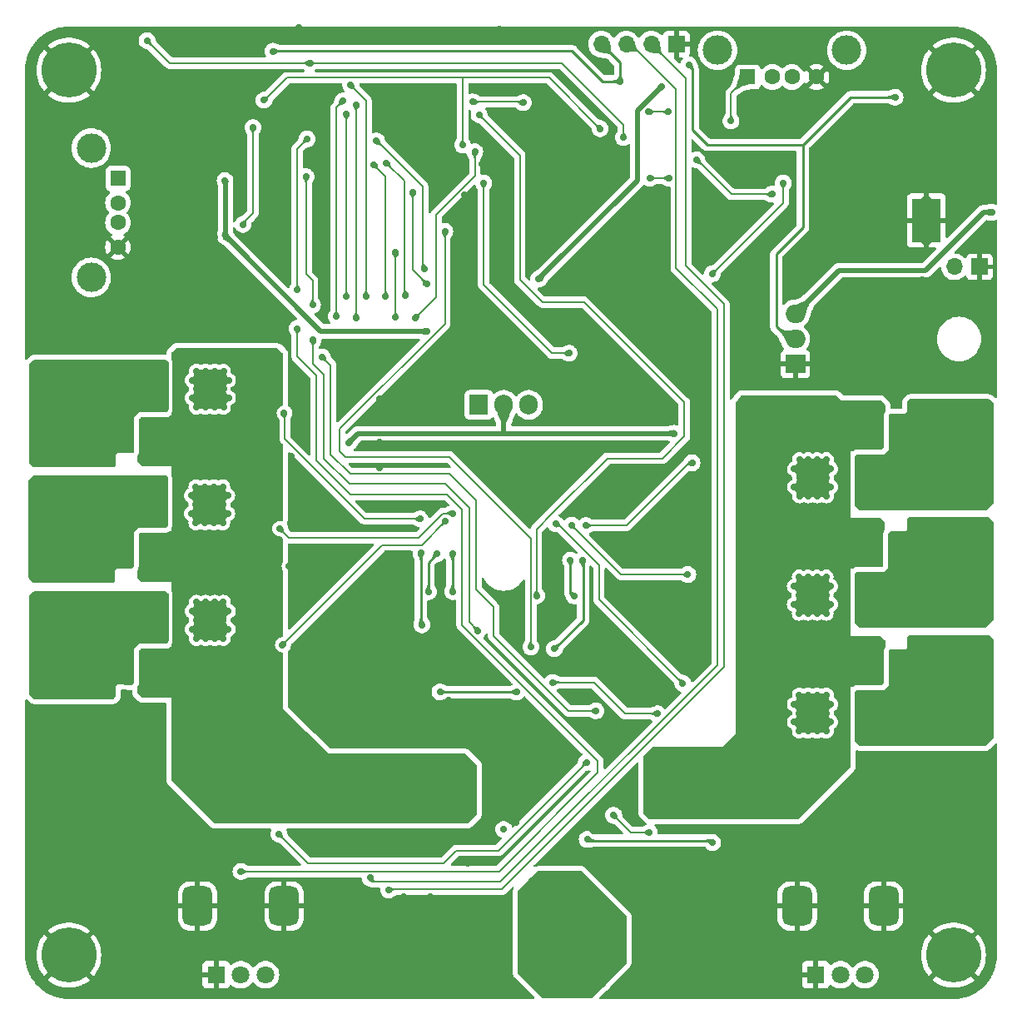
<source format=gbr>
%TF.GenerationSoftware,KiCad,Pcbnew,8.0.1*%
%TF.CreationDate,2024-05-15T20:02:36+03:00*%
%TF.ProjectId,ESP32_dual_ESC,45535033-325f-4647-9561-6c5f4553432e,rev?*%
%TF.SameCoordinates,Original*%
%TF.FileFunction,Copper,L4,Bot*%
%TF.FilePolarity,Positive*%
%FSLAX46Y46*%
G04 Gerber Fmt 4.6, Leading zero omitted, Abs format (unit mm)*
G04 Created by KiCad (PCBNEW 8.0.1) date 2024-05-15 20:02:36*
%MOMM*%
%LPD*%
G01*
G04 APERTURE LIST*
G04 Aperture macros list*
%AMRoundRect*
0 Rectangle with rounded corners*
0 $1 Rounding radius*
0 $2 $3 $4 $5 $6 $7 $8 $9 X,Y pos of 4 corners*
0 Add a 4 corners polygon primitive as box body*
4,1,4,$2,$3,$4,$5,$6,$7,$8,$9,$2,$3,0*
0 Add four circle primitives for the rounded corners*
1,1,$1+$1,$2,$3*
1,1,$1+$1,$4,$5*
1,1,$1+$1,$6,$7*
1,1,$1+$1,$8,$9*
0 Add four rect primitives between the rounded corners*
20,1,$1+$1,$2,$3,$4,$5,0*
20,1,$1+$1,$4,$5,$6,$7,0*
20,1,$1+$1,$6,$7,$8,$9,0*
20,1,$1+$1,$8,$9,$2,$3,0*%
G04 Aperture macros list end*
%TA.AperFunction,ComponentPad*%
%ADD10C,2.900000*%
%TD*%
%TA.AperFunction,ConnectorPad*%
%ADD11C,5.000000*%
%TD*%
%TA.AperFunction,ComponentPad*%
%ADD12C,3.600000*%
%TD*%
%TA.AperFunction,ConnectorPad*%
%ADD13C,5.600000*%
%TD*%
%TA.AperFunction,ComponentPad*%
%ADD14R,1.700000X1.700000*%
%TD*%
%TA.AperFunction,ComponentPad*%
%ADD15O,1.700000X1.700000*%
%TD*%
%TA.AperFunction,ComponentPad*%
%ADD16R,1.800000X1.800000*%
%TD*%
%TA.AperFunction,ComponentPad*%
%ADD17C,1.800000*%
%TD*%
%TA.AperFunction,ComponentPad*%
%ADD18RoundRect,0.750000X0.750000X-1.250000X0.750000X1.250000X-0.750000X1.250000X-0.750000X-1.250000X0*%
%TD*%
%TA.AperFunction,ComponentPad*%
%ADD19R,1.500000X1.600000*%
%TD*%
%TA.AperFunction,ComponentPad*%
%ADD20C,1.600000*%
%TD*%
%TA.AperFunction,ComponentPad*%
%ADD21C,3.000000*%
%TD*%
%TA.AperFunction,ComponentPad*%
%ADD22C,0.700000*%
%TD*%
%TA.AperFunction,SMDPad,CuDef*%
%ADD23R,2.950000X4.500000*%
%TD*%
%TA.AperFunction,ComponentPad*%
%ADD24R,2.000000X1.905000*%
%TD*%
%TA.AperFunction,ComponentPad*%
%ADD25O,2.000000X1.905000*%
%TD*%
%TA.AperFunction,ComponentPad*%
%ADD26R,1.905000X2.000000*%
%TD*%
%TA.AperFunction,ComponentPad*%
%ADD27O,1.905000X2.000000*%
%TD*%
%TA.AperFunction,ComponentPad*%
%ADD28R,1.600000X1.500000*%
%TD*%
%TA.AperFunction,ViaPad*%
%ADD29C,0.700000*%
%TD*%
%TA.AperFunction,ViaPad*%
%ADD30C,3.000000*%
%TD*%
%TA.AperFunction,Conductor*%
%ADD31C,0.150000*%
%TD*%
%TA.AperFunction,Conductor*%
%ADD32C,0.500000*%
%TD*%
%TA.AperFunction,Conductor*%
%ADD33C,0.250000*%
%TD*%
%TA.AperFunction,Conductor*%
%ADD34C,0.200000*%
%TD*%
G04 APERTURE END LIST*
D10*
%TO.P,J9,1,Pin_1*%
%TO.N,/ESC_V2/A1*%
X145100400Y-117934800D03*
D11*
X145100400Y-117934800D03*
%TD*%
D10*
%TO.P,J7,1,Pin_1*%
%TO.N,/ESC_V2/C1*%
X145100400Y-93804800D03*
D11*
X145100400Y-93804800D03*
%TD*%
D12*
%TO.P,H3,1,1*%
%TO.N,GND*%
X145000000Y-145000000D03*
D13*
X145000000Y-145000000D03*
%TD*%
D14*
%TO.P,J4,1,Pin_1*%
%TO.N,GND*%
X147635600Y-74997200D03*
D15*
%TO.P,J4,2,Pin_2*%
%TO.N,Net-(J4-Pin_2)*%
X145095600Y-74997200D03*
%TD*%
D16*
%TO.P,RV2,1,1*%
%TO.N,GND*%
X131000000Y-147000000D03*
D17*
%TO.P,RV2,2,2*%
%TO.N,/MCU/GPIO_15*%
X133500000Y-147000000D03*
%TO.P,RV2,3,3*%
%TO.N,Net-(R94-Pad1)*%
X136000000Y-147000000D03*
D18*
%TO.P,RV2,MP,MountPin*%
%TO.N,GND*%
X129100000Y-140000000D03*
X137900000Y-140000000D03*
%TD*%
D12*
%TO.P,H2,1,1*%
%TO.N,GND*%
X145000000Y-55000000D03*
D13*
X145000000Y-55000000D03*
%TD*%
D19*
%TO.P,J5,1,VBUS*%
%TO.N,VBUS*%
X60000000Y-66000000D03*
D20*
%TO.P,J5,2,D-*%
%TO.N,D-*%
X60000000Y-68500000D03*
%TO.P,J5,3,D+*%
%TO.N,D+*%
X60000000Y-70500000D03*
%TO.P,J5,4,GND*%
%TO.N,GND*%
X60000000Y-73000000D03*
D21*
%TO.P,J5,5,Shield*%
%TO.N,unconnected-(J5-Shield-Pad5)*%
X57290000Y-62930000D03*
%TO.N,unconnected-(J5-Shield-Pad5)_0*%
X57290000Y-76070000D03*
%TD*%
D22*
%TO.P,U5,9,GNDPAD*%
%TO.N,GND*%
X141645600Y-68482200D03*
X141645600Y-69682200D03*
X141645600Y-70982200D03*
X141645600Y-72082200D03*
D23*
X142245600Y-70282200D03*
D22*
X142845600Y-68482200D03*
X142845600Y-69682200D03*
X142845600Y-70982200D03*
X142845600Y-72082200D03*
%TD*%
D16*
%TO.P,RV1,1,1*%
%TO.N,GND*%
X70000000Y-147000000D03*
D17*
%TO.P,RV1,2,2*%
%TO.N,/MCU/GPIO_16*%
X72500000Y-147000000D03*
%TO.P,RV1,3,3*%
%TO.N,Net-(R93-Pad1)*%
X75000000Y-147000000D03*
D18*
%TO.P,RV1,MP,MountPin*%
%TO.N,GND*%
X68100000Y-140000000D03*
X76900000Y-140000000D03*
%TD*%
D14*
%TO.P,J10,1,Pin_1*%
%TO.N,GND*%
X116802000Y-52337000D03*
D15*
%TO.P,J10,2,Pin_2*%
%TO.N,SCL*%
X114262000Y-52337000D03*
%TO.P,J10,3,Pin_3*%
%TO.N,SDA*%
X111722000Y-52337000D03*
%TO.P,J10,4,Pin_4*%
%TO.N,+3V3*%
X109182000Y-52337000D03*
%TD*%
D12*
%TO.P,H1,1,1*%
%TO.N,GND*%
X55000000Y-55000000D03*
D13*
X55000000Y-55000000D03*
%TD*%
D10*
%TO.P,J1,1,Pin_1*%
%TO.N,/ESC_V1/A1*%
X55258621Y-112205000D03*
D11*
X55258621Y-112205000D03*
%TD*%
D10*
%TO.P,J8,1,Pin_1*%
%TO.N,/ESC_V2/B1*%
X145100400Y-105819000D03*
D11*
X145100400Y-105819000D03*
%TD*%
D10*
%TO.P,J2,1,Pin_1*%
%TO.N,/ESC_V1/B1*%
X55258621Y-100205000D03*
D11*
X55258621Y-100205000D03*
%TD*%
D12*
%TO.P,H4,1,1*%
%TO.N,GND*%
X55000000Y-145000000D03*
D13*
X55000000Y-145000000D03*
%TD*%
D10*
%TO.P,J15,1,Pin_1*%
%TO.N,VDC*%
X104960000Y-144360000D03*
D11*
X104960000Y-144360000D03*
%TD*%
D10*
%TO.P,J3,1,Pin_1*%
%TO.N,/ESC_V1/C1*%
X55258621Y-88205000D03*
D11*
X55258621Y-88205000D03*
%TD*%
D10*
%TO.P,J14,1,Pin_1*%
%TO.N,GND*%
X94960000Y-144360000D03*
D11*
X94960000Y-144360000D03*
%TD*%
D24*
%TO.P,U20,1,GND*%
%TO.N,GND*%
X128908000Y-84874400D03*
D25*
%TO.P,U20,2,VO*%
%TO.N,+3V3*%
X128908000Y-82334400D03*
%TO.P,U20,3,VI*%
%TO.N,Net-(D22-K)*%
X128908000Y-79794400D03*
%TD*%
D26*
%TO.P,U8,1,ADJ*%
%TO.N,Net-(U8-ADJ)*%
X96710600Y-89030200D03*
D27*
%TO.P,U8,2,VO*%
%TO.N,+15V*%
X99250600Y-89030200D03*
%TO.P,U8,3,VI*%
%TO.N,VCC*%
X101790600Y-89030200D03*
%TD*%
D28*
%TO.P,J6,1,VBUS*%
%TO.N,/MCU/Vusb_2*%
X124062200Y-55689800D03*
D20*
%TO.P,J6,2,D-*%
%TO.N,D2-*%
X126562200Y-55689800D03*
%TO.P,J6,3,D+*%
%TO.N,D2+*%
X128562200Y-55689800D03*
%TO.P,J6,4,GND*%
%TO.N,GND*%
X131062200Y-55689800D03*
D21*
%TO.P,J6,5,Shield*%
%TO.N,unconnected-(J6-Shield-Pad5)*%
X120992200Y-52979800D03*
%TO.N,unconnected-(J6-Shield-Pad5)_0*%
X134132200Y-52979800D03*
%TD*%
D29*
%TO.N,GND*%
X64855441Y-128683613D03*
X57904349Y-59529703D03*
X92940000Y-147080000D03*
X95974000Y-61938200D03*
X132062200Y-94614000D03*
X98300000Y-145020000D03*
X140981871Y-136846165D03*
X130222200Y-98304000D03*
X98670000Y-147500000D03*
X68868621Y-97355000D03*
X128807200Y-119489000D03*
X68710000Y-51990000D03*
X56651911Y-141168085D03*
X97290000Y-143990000D03*
X113093600Y-103340200D03*
X80547436Y-142716544D03*
X59610422Y-83136754D03*
X67212047Y-75312277D03*
X130202200Y-110244000D03*
X55703546Y-81043926D03*
X88867747Y-146983802D03*
X129692200Y-107504000D03*
X132512200Y-107504000D03*
X114439800Y-119443800D03*
X62192000Y-77864000D03*
X82813303Y-142578613D03*
X60984899Y-134637153D03*
X95698000Y-83615200D03*
X118853760Y-143107657D03*
X142855600Y-78647200D03*
X97048670Y-64579702D03*
X53073595Y-122976090D03*
X116973976Y-146946388D03*
X118817236Y-141168301D03*
X66824069Y-130937260D03*
X99400000Y-143800000D03*
X96520000Y-146000000D03*
X78660515Y-108821104D03*
X86810000Y-51390000D03*
X132042200Y-108424000D03*
X86580000Y-88440000D03*
X130592200Y-109324000D03*
X141571600Y-60595600D03*
X126454000Y-66281600D03*
X92080000Y-140440000D03*
X70668621Y-101045000D03*
X132062200Y-98304000D03*
X67993621Y-85600000D03*
X81260000Y-50890000D03*
X70728621Y-112795000D03*
X67928621Y-99175000D03*
X131547200Y-121309000D03*
X82727640Y-138825944D03*
X125129845Y-132930703D03*
X85029787Y-141099472D03*
X68503621Y-88340000D03*
X129322200Y-96484000D03*
X132057200Y-120409000D03*
X52563581Y-129147391D03*
X100723800Y-96126600D03*
X130612200Y-95564000D03*
X100500000Y-131520000D03*
X70733621Y-85600000D03*
X93100000Y-139400000D03*
X125134000Y-85000600D03*
X62787030Y-136893280D03*
X86926251Y-120979167D03*
X61061813Y-60698473D03*
X81034289Y-138611744D03*
X91810000Y-139070000D03*
X56707646Y-68677146D03*
X97650000Y-148710000D03*
X56931376Y-70206230D03*
X132562700Y-62370000D03*
X68503621Y-86520000D03*
X69768621Y-101045000D03*
X95650000Y-147400000D03*
X58839798Y-122570726D03*
X82350000Y-51730000D03*
X92640000Y-143850000D03*
X82950000Y-108760000D03*
X78953537Y-118877528D03*
X113169800Y-74663600D03*
X60897262Y-140616896D03*
X54100000Y-62100000D03*
X144787125Y-138686212D03*
X56800000Y-66700000D03*
X92140000Y-148210000D03*
X89090600Y-139052600D03*
X53746518Y-81220835D03*
X62926417Y-142615942D03*
X91290000Y-141400000D03*
X126656934Y-132617092D03*
X63970000Y-71006000D03*
X131532200Y-107504000D03*
X101469100Y-94263700D03*
X116626776Y-142620935D03*
X67458621Y-100095000D03*
X51164967Y-72648453D03*
X78371800Y-50686000D03*
X59008214Y-145031059D03*
X111125170Y-136819913D03*
X63518996Y-81208757D03*
X60250000Y-77970000D03*
X69438621Y-110025000D03*
X70728621Y-109105000D03*
X85290000Y-134660000D03*
X120053200Y-60668200D03*
X89400000Y-51340000D03*
X58893109Y-120676134D03*
X65250000Y-75260000D03*
X62552028Y-131110452D03*
X70733430Y-132852203D03*
X130929800Y-84461000D03*
X95567600Y-135674400D03*
X100030000Y-51730000D03*
X113373000Y-96253600D03*
X75146000Y-79642000D03*
X77609800Y-94272400D03*
X67523621Y-88340000D03*
X51969879Y-82972992D03*
X61759561Y-81066741D03*
X120027800Y-73266600D03*
X54256074Y-66403546D03*
X142820526Y-138905799D03*
X87100000Y-143770000D03*
X60545467Y-146632241D03*
X57006875Y-134916934D03*
X130217200Y-122229000D03*
X129322200Y-98304000D03*
X88859029Y-143148120D03*
X63114206Y-128845059D03*
X58959605Y-146739541D03*
X54775098Y-130859694D03*
X56912100Y-126916371D03*
X132042200Y-110244000D03*
X91560000Y-99950000D03*
X69768621Y-97355000D03*
X62712100Y-124856536D03*
X141046508Y-133015868D03*
X128792200Y-109324000D03*
X67523621Y-86520000D03*
X77630000Y-110940000D03*
X69378621Y-100095000D03*
X92900000Y-107840000D03*
X66530000Y-81150000D03*
X118681841Y-146690016D03*
X66750000Y-52010000D03*
X146757299Y-140706213D03*
X94890000Y-140690000D03*
X63970000Y-76848000D03*
X61324528Y-83115194D03*
X129317200Y-118539000D03*
X56586708Y-125040954D03*
X61057641Y-53024861D03*
X58770279Y-127038735D03*
X60740957Y-126749597D03*
X60888073Y-133105038D03*
X131117200Y-120409000D03*
X129302200Y-110244000D03*
X131059050Y-132956625D03*
X69443621Y-86520000D03*
X142728145Y-136921934D03*
X142603128Y-132994005D03*
X68868621Y-99175000D03*
X69438621Y-111845000D03*
X54824316Y-134879414D03*
X129707200Y-119489000D03*
X56974905Y-120635289D03*
X84692294Y-120849918D03*
X141112817Y-139068726D03*
X58863131Y-128788640D03*
X123060000Y-133480000D03*
X59520000Y-81410000D03*
X65880000Y-60870000D03*
X97410000Y-123850000D03*
X140398600Y-56818600D03*
X146984266Y-133035276D03*
X53357046Y-72449866D03*
X109010000Y-136330000D03*
X63970000Y-64402000D03*
X129317200Y-122229000D03*
X55010183Y-124585864D03*
X130222200Y-94614000D03*
X84380000Y-51410000D03*
X70668621Y-97355000D03*
X130607200Y-121309000D03*
X53720429Y-76948727D03*
X71238621Y-111845000D03*
X138684785Y-132739557D03*
X69443621Y-88340000D03*
X108369200Y-132321600D03*
X94800000Y-148760000D03*
X53942277Y-68257953D03*
X114735859Y-140723733D03*
X69828621Y-109105000D03*
X81990000Y-144650000D03*
X91750000Y-51200000D03*
X67458621Y-98275000D03*
X130607200Y-119489000D03*
X53359435Y-70742016D03*
X60647392Y-124735175D03*
X90650000Y-147020000D03*
X82810731Y-120713413D03*
X68492047Y-81202277D03*
X53106108Y-126749732D03*
X54920189Y-120840146D03*
X132527200Y-119489000D03*
X85410000Y-145360000D03*
X142775600Y-79777200D03*
X63716000Y-67450000D03*
X94040000Y-142110000D03*
X70785593Y-81226203D03*
X70343621Y-88340000D03*
X60795177Y-128761950D03*
X60799178Y-120712257D03*
X137064851Y-132614198D03*
X58330000Y-56600000D03*
X113119857Y-141058450D03*
X126429400Y-85280000D03*
X70338621Y-111845000D03*
X64850624Y-135123397D03*
X56652800Y-136834689D03*
X132062200Y-96484000D03*
X67993621Y-89290000D03*
X67988621Y-112795000D03*
X64658001Y-141041530D03*
X60646982Y-54999551D03*
X52841035Y-132858671D03*
X70668621Y-99175000D03*
X86531416Y-122976347D03*
X82976695Y-122712551D03*
X113195200Y-75578000D03*
X52966157Y-134931837D03*
X130217200Y-120409000D03*
X55983530Y-59442514D03*
X94210000Y-147530000D03*
X128899360Y-132866947D03*
X69833621Y-85600000D03*
X112873364Y-145121772D03*
X62797375Y-140777809D03*
X129302200Y-108424000D03*
X51852427Y-66544494D03*
X58776690Y-130898393D03*
X125666600Y-63970200D03*
X61123349Y-145108388D03*
X129322200Y-94614000D03*
X62793006Y-62949158D03*
X70278621Y-100095000D03*
X130202200Y-106554000D03*
X106413400Y-118656400D03*
X68933621Y-85600000D03*
X51600000Y-70600000D03*
X99440000Y-141740000D03*
X62658015Y-121167573D03*
X118600405Y-144641008D03*
X63516607Y-82916607D03*
X53092883Y-136824459D03*
X136233000Y-55624800D03*
X53452517Y-78807741D03*
X60968979Y-56909231D03*
X105168800Y-108674200D03*
X51694483Y-68031582D03*
X60843745Y-123051102D03*
X77800000Y-98460000D03*
X113044438Y-138709417D03*
X132512200Y-109324000D03*
X59033932Y-140660432D03*
X131122200Y-96484000D03*
X90460000Y-142540000D03*
X90160000Y-140720000D03*
X90450000Y-145180000D03*
X77880000Y-86730000D03*
X113373000Y-89217800D03*
X71243621Y-86520000D03*
X95212000Y-67704000D03*
X91400000Y-118030000D03*
X69812000Y-72022000D03*
X54705771Y-138833823D03*
X115081779Y-143012395D03*
X87100000Y-119020000D03*
X89350000Y-119550000D03*
X91620000Y-146570000D03*
X60785467Y-142827270D03*
X57700000Y-79100000D03*
X53947025Y-83065346D03*
X85016533Y-122665611D03*
X131552200Y-95564000D03*
X131117200Y-118539000D03*
X51337671Y-76842891D03*
X56578073Y-132950563D03*
X51800000Y-59700000D03*
X52959337Y-140895829D03*
X114400000Y-136400000D03*
X128812200Y-97384000D03*
X123812400Y-140627400D03*
X55083455Y-132942098D03*
X93050000Y-145860000D03*
X80923736Y-121007771D03*
X96380400Y-56807400D03*
X92519600Y-57366200D03*
X51790422Y-64226754D03*
X144771473Y-135113781D03*
X58633651Y-132867775D03*
X67993621Y-87420000D03*
X55476109Y-82841616D03*
X142682750Y-141144019D03*
X131122200Y-94614000D03*
X56931575Y-122640349D03*
X94782668Y-123007339D03*
X64591829Y-132854584D03*
X54931053Y-128923945D03*
X69828621Y-112795000D03*
X75850000Y-51630000D03*
X52876188Y-130956889D03*
X80679359Y-140616557D03*
X84530000Y-142620000D03*
X62703336Y-135055562D03*
X68933621Y-87420000D03*
X55583530Y-78742514D03*
X54079165Y-64446518D03*
X125412600Y-81420000D03*
X63023605Y-122911083D03*
X67518621Y-111845000D03*
X147825600Y-72047200D03*
X143093589Y-134626657D03*
X85110000Y-87570000D03*
X64893581Y-131111801D03*
X131552200Y-97384000D03*
X70728621Y-110925000D03*
X52990243Y-125027567D03*
X62914915Y-126966398D03*
X64630545Y-144888797D03*
X60846983Y-137079172D03*
X87180000Y-116540000D03*
X72640000Y-81540000D03*
X69833621Y-89290000D03*
X70574000Y-63894000D03*
X129712200Y-95564000D03*
X62926543Y-138761545D03*
X82250000Y-148300000D03*
X132057200Y-122229000D03*
X116825282Y-144781501D03*
X92572956Y-122616836D03*
X68438621Y-98275000D03*
X85270000Y-133300000D03*
X97470000Y-51730000D03*
X112674025Y-147162984D03*
X105549800Y-71818800D03*
X66774945Y-132714795D03*
X97830000Y-141470000D03*
X57081698Y-139005478D03*
X71178621Y-100095000D03*
X58861859Y-124985368D03*
X68774905Y-132781418D03*
X87280000Y-148820000D03*
X67928621Y-101045000D03*
X116550000Y-139640000D03*
X54810842Y-140629245D03*
X63050066Y-145014322D03*
X82820000Y-140700000D03*
X122568728Y-65813049D03*
X130592200Y-107504000D03*
X68498621Y-110025000D03*
X84650000Y-147770000D03*
X129654400Y-58661600D03*
X58961179Y-134740609D03*
X51400000Y-79000000D03*
X90920914Y-122899646D03*
X58791660Y-136603164D03*
X96300000Y-148700000D03*
X64986000Y-81166000D03*
X130202200Y-108424000D03*
X69833621Y-87420000D03*
X51400000Y-81200000D03*
X68933621Y-89290000D03*
X85150000Y-99520000D03*
X129692200Y-109324000D03*
X96440000Y-141050000D03*
D30*
X88530000Y-59480000D03*
D29*
X145871600Y-62985600D03*
X114546094Y-144766602D03*
X91050000Y-143880000D03*
X94660000Y-139410000D03*
X131102200Y-106554000D03*
X97440000Y-140100000D03*
X66680000Y-57980000D03*
X53351275Y-74537535D03*
X96070000Y-139660000D03*
X93480000Y-148760000D03*
X71238621Y-110025000D03*
X64692149Y-136675529D03*
X51713324Y-74824023D03*
X67988621Y-109105000D03*
X70733621Y-87420000D03*
X81078562Y-70860385D03*
X70343621Y-86520000D03*
X131102200Y-110244000D03*
X58559929Y-143113662D03*
X85280000Y-107900000D03*
X145014471Y-132976149D03*
X129712200Y-97384000D03*
X129317200Y-120409000D03*
X77410000Y-105410000D03*
X147051176Y-134975124D03*
X68498621Y-111845000D03*
X68928621Y-110925000D03*
X91900000Y-145180000D03*
X98760000Y-50824500D03*
X71243621Y-88340000D03*
X67518621Y-110025000D03*
X141595600Y-79887200D03*
X132057200Y-118539000D03*
X97930000Y-146430000D03*
X128807200Y-121309000D03*
X142835600Y-77727200D03*
X55013670Y-126857720D03*
X79600000Y-51150000D03*
X129707200Y-121309000D03*
X131117200Y-122229000D03*
X144858244Y-140926001D03*
X69828621Y-110925000D03*
X98960000Y-140310000D03*
X65920000Y-62390000D03*
X58792711Y-54658666D03*
X123075800Y-61227000D03*
X53852517Y-59507741D03*
X93680000Y-140510000D03*
X56756715Y-128930836D03*
X134981566Y-132713569D03*
X78540000Y-148770000D03*
X68438621Y-100095000D03*
X86601400Y-92799200D03*
X70840000Y-74620000D03*
X132532200Y-97384000D03*
X88670497Y-145062577D03*
X56709957Y-72342272D03*
X147060773Y-138572437D03*
X62706417Y-133112323D03*
X51700000Y-62500000D03*
X148755200Y-70987200D03*
X63395593Y-74946203D03*
X57557953Y-81357723D03*
X141845600Y-76297200D03*
X65200000Y-73570000D03*
X93670000Y-119110000D03*
X132189800Y-84771000D03*
X68928621Y-112795000D03*
X114643000Y-108369400D03*
X132532200Y-95564000D03*
X97220000Y-116720000D03*
X86626800Y-95461600D03*
X97160000Y-147460000D03*
X64667967Y-146852825D03*
X67988621Y-110925000D03*
X79420000Y-64630000D03*
X84040000Y-112100000D03*
X68928621Y-109105000D03*
X128792200Y-107504000D03*
X98310000Y-142810000D03*
X52831939Y-138931349D03*
X114618765Y-146804406D03*
X80090000Y-144670000D03*
X130217200Y-118539000D03*
X113195200Y-80835800D03*
X75087720Y-62896865D03*
X70733621Y-89290000D03*
X69378621Y-98275000D03*
X67020000Y-71940000D03*
X62806160Y-146751251D03*
X56728609Y-130657988D03*
X141069826Y-146676110D03*
X70338621Y-110025000D03*
X64616745Y-142750543D03*
X52714418Y-120752301D03*
X67162047Y-73622277D03*
X113169800Y-111773000D03*
X131122200Y-98304000D03*
X63345593Y-73256203D03*
X93029695Y-66675227D03*
X128812200Y-95564000D03*
X74602047Y-81592277D03*
X104000400Y-82359800D03*
X118926685Y-138990841D03*
X69768621Y-99175000D03*
X68868621Y-101045000D03*
X70278621Y-98275000D03*
X58973524Y-52698477D03*
X85290000Y-111300000D03*
X92790000Y-141360000D03*
X57612151Y-83063035D03*
X131547200Y-119489000D03*
X132042200Y-106554000D03*
X60092056Y-79457088D03*
X67928621Y-97355000D03*
X60531025Y-130712931D03*
X132527200Y-121309000D03*
X54594502Y-136804650D03*
X99380000Y-146050000D03*
X130222200Y-96484000D03*
X131102200Y-108424000D03*
X95590000Y-51010000D03*
X75660000Y-66350000D03*
X58954813Y-138837422D03*
X71178621Y-98275000D03*
X64848194Y-139153634D03*
X60773972Y-138906918D03*
X72606000Y-64402000D03*
X86680000Y-140430000D03*
X86372800Y-107596800D03*
X92000000Y-142550000D03*
X60956294Y-62849265D03*
X130612200Y-97384000D03*
X147034460Y-136579412D03*
X144931076Y-136813776D03*
X54589252Y-122629461D03*
X96550000Y-142510000D03*
X68660000Y-58010000D03*
X92765000Y-111365000D03*
X129302200Y-106554000D03*
X131532200Y-109324000D03*
%TO.N,+15V*%
X116598800Y-91935600D03*
X83477200Y-92875400D03*
%TO.N,/ESC_V1/A1*%
X58180000Y-113840000D03*
X54260000Y-118340000D03*
X56418621Y-109605000D03*
X59470000Y-117230000D03*
X60048621Y-108665000D03*
X54160000Y-108540000D03*
X52350000Y-111980000D03*
X63738621Y-110795000D03*
X76730000Y-113440000D03*
X58470000Y-110670000D03*
X51350000Y-112580000D03*
X57948621Y-117185000D03*
X59490000Y-113390000D03*
X57698621Y-111655000D03*
X55760000Y-118340000D03*
X52788621Y-113725000D03*
X51948621Y-109685000D03*
X59490000Y-111790000D03*
X53448621Y-109685000D03*
X56258621Y-115025000D03*
X62950000Y-109650000D03*
X51440000Y-108530000D03*
X53448621Y-117185000D03*
X53418621Y-114905000D03*
X51490000Y-118360000D03*
X58480000Y-112680000D03*
X93307000Y-100825600D03*
X55628621Y-116155000D03*
X62930000Y-111780000D03*
X54778621Y-114925000D03*
X59490000Y-114900000D03*
X56878621Y-113905000D03*
X57160000Y-108540000D03*
X51420000Y-116100000D03*
X51948621Y-117185000D03*
X62238621Y-110795000D03*
X58760000Y-118340000D03*
X55660000Y-108540000D03*
X59110000Y-109670000D03*
X56448621Y-117185000D03*
X58060000Y-115120000D03*
X60738621Y-110795000D03*
X54878621Y-109575000D03*
X61320000Y-111780000D03*
X52650000Y-110670000D03*
X51420000Y-110670000D03*
X54948621Y-117185000D03*
X61450000Y-109650000D03*
X57948621Y-109685000D03*
X52660000Y-108540000D03*
X58660000Y-108540000D03*
X57260000Y-118340000D03*
X51430000Y-113880000D03*
X58740000Y-116140000D03*
X52760000Y-118340000D03*
X57140000Y-116140000D03*
X52040000Y-114890000D03*
X52650000Y-116090000D03*
X54108621Y-116155000D03*
%TO.N,/ESC_V1/B1*%
X60707242Y-98990000D03*
X53417242Y-97880000D03*
X51388621Y-104295000D03*
X62207242Y-98990000D03*
X54128621Y-96735000D03*
X52318621Y-100175000D03*
X54228621Y-106535000D03*
X56417242Y-105380000D03*
X52628621Y-96735000D03*
X62898621Y-99975000D03*
X54158621Y-104295000D03*
X76460000Y-101620000D03*
X59458621Y-101585000D03*
X52618621Y-104285000D03*
X59458621Y-103095000D03*
X58028621Y-103315000D03*
X52808621Y-102105000D03*
X57228621Y-106535000D03*
X60188621Y-96855000D03*
X57108621Y-104335000D03*
X51917242Y-97880000D03*
X51458621Y-106555000D03*
X56388621Y-97835000D03*
X51917242Y-105380000D03*
X63707242Y-98990000D03*
X57917242Y-105380000D03*
X58728621Y-106535000D03*
X51318621Y-100775000D03*
X56388621Y-103315000D03*
X58438621Y-98865000D03*
X57917242Y-97880000D03*
X55628621Y-96735000D03*
X54728621Y-97835000D03*
X52728621Y-106535000D03*
X53468621Y-103205000D03*
X52618621Y-98865000D03*
X61418621Y-97845000D03*
X55678621Y-104345000D03*
X57128621Y-96735000D03*
X62918621Y-97845000D03*
X53417242Y-105380000D03*
X51388621Y-98865000D03*
X56938621Y-102335000D03*
X52008621Y-103085000D03*
X59458621Y-99985000D03*
X54917242Y-105380000D03*
X58448621Y-100875000D03*
X59438621Y-105425000D03*
X58148621Y-102035000D03*
X94043600Y-100063600D03*
X61288621Y-99975000D03*
X51408621Y-96725000D03*
X58708621Y-104335000D03*
X55728621Y-106535000D03*
X51398621Y-102075000D03*
X58628621Y-96735000D03*
X54968621Y-103265000D03*
X59078621Y-97865000D03*
%TO.N,/ESC_V1/C1*%
X53288621Y-91415000D03*
X53457242Y-93640000D03*
X51438621Y-90335000D03*
X52658621Y-92545000D03*
X52768621Y-94795000D03*
X54957242Y-93640000D03*
X54168621Y-84995000D03*
X59478621Y-93685000D03*
X62938621Y-88235000D03*
X52358621Y-88435000D03*
X51428621Y-92555000D03*
X61458621Y-86105000D03*
X76890000Y-89865000D03*
X59498621Y-89845000D03*
X90741600Y-100622400D03*
X57957242Y-86140000D03*
X55668621Y-84995000D03*
X58188621Y-90295000D03*
X56457242Y-93640000D03*
X51498621Y-94815000D03*
X57957242Y-93640000D03*
X63747242Y-87250000D03*
X52668621Y-84995000D03*
X58488621Y-89135000D03*
X58478621Y-87125000D03*
X52048621Y-91345000D03*
X51957242Y-93640000D03*
X57758621Y-88245000D03*
X58748621Y-92595000D03*
X52648621Y-90105000D03*
X51448621Y-84985000D03*
X59498621Y-88245000D03*
X61328621Y-88235000D03*
X58068621Y-91575000D03*
X54898621Y-91465000D03*
X62247242Y-87250000D03*
X62958621Y-86105000D03*
X56308621Y-91445000D03*
X58768621Y-94795000D03*
X57078621Y-90725000D03*
X55768621Y-94795000D03*
X54108621Y-92535000D03*
X52658621Y-87125000D03*
X55648621Y-92595000D03*
X58668621Y-84995000D03*
X57168621Y-84995000D03*
X53418621Y-85995000D03*
X60747242Y-87250000D03*
X57268621Y-94795000D03*
X54268621Y-94795000D03*
X59498621Y-91355000D03*
X57148621Y-92595000D03*
X51428621Y-87125000D03*
X60198621Y-85165000D03*
X56568621Y-85955000D03*
X51358621Y-89035000D03*
X51957242Y-86140000D03*
X59118621Y-86125000D03*
%TO.N,+3V3*%
X92755000Y-118235000D03*
X107734200Y-133236000D03*
X104203600Y-117259400D03*
X114871600Y-120434400D03*
X120497100Y-133552900D03*
X139063600Y-57747200D03*
X75781000Y-53073600D03*
X100546000Y-118250000D03*
X73730000Y-60830000D03*
X111087000Y-56147000D03*
X99250600Y-132220000D03*
X118072000Y-54470600D03*
X72707600Y-70701200D03*
%TO.N,/MCU/ESP_EN*%
X62960000Y-51980000D03*
X111417200Y-61862000D03*
X79510000Y-54280000D03*
%TO.N,/MCU/ESP_BOOT*%
X95059600Y-62624000D03*
X109055100Y-60956200D03*
X74860000Y-58060000D03*
%TO.N,/ESC_V2/A1*%
X140552200Y-117984000D03*
X140552200Y-116474000D03*
X143593579Y-114189000D03*
X147282200Y-113034000D03*
X142292200Y-119584000D03*
X141302200Y-115234000D03*
X138592200Y-121724000D03*
X148093579Y-121689000D03*
X144382200Y-122834000D03*
X138722200Y-119594000D03*
X137092200Y-121724000D03*
X141982200Y-116254000D03*
X148622200Y-115274000D03*
X140552200Y-119584000D03*
X141282200Y-113034000D03*
X140572200Y-114144000D03*
X104533800Y-101155800D03*
X145852200Y-120704000D03*
X148602200Y-122844000D03*
X137112200Y-119594000D03*
X145093579Y-121689000D03*
X148093579Y-114189000D03*
X141572200Y-120704000D03*
X148622200Y-120704000D03*
X141382200Y-122834000D03*
X147382200Y-122834000D03*
X145782200Y-113034000D03*
X147692200Y-119394000D03*
X117462400Y-117361000D03*
X146593579Y-121689000D03*
X136303579Y-120579000D03*
X146593579Y-114189000D03*
X142882200Y-122834000D03*
X148612200Y-117494000D03*
X141862200Y-117534000D03*
X140932200Y-121704000D03*
X143593579Y-121689000D03*
X139303579Y-120579000D03*
X142093579Y-121689000D03*
X142902200Y-120704000D03*
X147392200Y-115284000D03*
X145882200Y-122834000D03*
X144512200Y-120704000D03*
X147392200Y-120704000D03*
X148692200Y-118794000D03*
X142902200Y-115234000D03*
X142093579Y-114189000D03*
X141562200Y-118694000D03*
X145093579Y-114189000D03*
X148552200Y-113014000D03*
X148002200Y-116484000D03*
X144282200Y-113034000D03*
X137803579Y-120579000D03*
X142782200Y-113034000D03*
%TO.N,/ESC_V2/B1*%
X146553579Y-109719000D03*
X141522200Y-106724000D03*
X143553579Y-102219000D03*
X148512200Y-101044000D03*
X142742200Y-101064000D03*
X148582200Y-108734000D03*
X147962200Y-104514000D03*
X148582200Y-103304000D03*
X138682200Y-107624000D03*
X142862200Y-108734000D03*
X141262200Y-103264000D03*
X148572200Y-105524000D03*
X142053579Y-109719000D03*
X148562200Y-110874000D03*
X141942200Y-104284000D03*
X140512200Y-104504000D03*
X106134000Y-101257400D03*
X137763579Y-108609000D03*
X147352200Y-103314000D03*
X145742200Y-101064000D03*
X140512200Y-106014000D03*
X146553579Y-102219000D03*
X141532200Y-108734000D03*
X144242200Y-101064000D03*
X145842200Y-110864000D03*
X145812200Y-108734000D03*
X144472200Y-108734000D03*
X140532200Y-102174000D03*
X142252200Y-107614000D03*
X136263579Y-108609000D03*
X137072200Y-107624000D03*
X147652200Y-107424000D03*
X142842200Y-110864000D03*
X145053579Y-109719000D03*
X147352200Y-108734000D03*
X143553579Y-109719000D03*
X148053579Y-109719000D03*
X148652200Y-106824000D03*
X148053579Y-102219000D03*
X141822200Y-105564000D03*
X141342200Y-110864000D03*
X117970400Y-106286600D03*
X142053579Y-102219000D03*
X141242200Y-101064000D03*
X140512200Y-107614000D03*
X144342200Y-110864000D03*
X139263579Y-108609000D03*
X145053579Y-102219000D03*
X147242200Y-101064000D03*
X142862200Y-103264000D03*
X147342200Y-110864000D03*
X138552200Y-109754000D03*
X140892200Y-109734000D03*
%TO.N,/ESC_V2/C1*%
X118402200Y-94932800D03*
X147400821Y-96739000D03*
X141570821Y-94729000D03*
X142890821Y-98869000D03*
X142102200Y-90224000D03*
X145102200Y-97724000D03*
X140560821Y-92509000D03*
X142300821Y-95619000D03*
X144520821Y-96739000D03*
X148630821Y-91309000D03*
X142790821Y-89069000D03*
X107607200Y-101308200D03*
X144390821Y-98869000D03*
X143602200Y-97724000D03*
X141390821Y-98869000D03*
X148010821Y-92519000D03*
X146602200Y-97724000D03*
X137120821Y-95629000D03*
X141290821Y-89069000D03*
X145890821Y-98869000D03*
X139312200Y-96614000D03*
X141870821Y-93569000D03*
X142102200Y-97724000D03*
X140560821Y-95619000D03*
X140940821Y-97739000D03*
X138600821Y-97759000D03*
X147390821Y-98869000D03*
X148620821Y-93529000D03*
X140560821Y-94019000D03*
X146602200Y-90224000D03*
X148102200Y-90224000D03*
X136312200Y-96614000D03*
X145860821Y-96739000D03*
X145790821Y-89069000D03*
X147290821Y-89069000D03*
X137812200Y-96614000D03*
X144290821Y-89069000D03*
X138730821Y-95629000D03*
X141310821Y-91269000D03*
X148700821Y-94829000D03*
X141580821Y-96739000D03*
X145102200Y-90224000D03*
X148630821Y-96739000D03*
X148102200Y-97724000D03*
X147400821Y-91319000D03*
X148560821Y-89049000D03*
X147700821Y-95429000D03*
X148610821Y-98879000D03*
X143602200Y-90224000D03*
X142910821Y-91269000D03*
X140580821Y-90179000D03*
X142910821Y-96739000D03*
X141990821Y-92289000D03*
%TO.N,+5V*%
X91427400Y-81572400D03*
X70904200Y-71844200D03*
X70891500Y-66243500D03*
%TO.N,SCL*%
X87515800Y-138366800D03*
%TO.N,SDA*%
X85636200Y-137122200D03*
%TO.N,/ESC_V2/ESC_VCC*%
X116150000Y-126460000D03*
X119300000Y-126440000D03*
X130552200Y-102064000D03*
X129572200Y-103934000D03*
X134862200Y-90204000D03*
X130567200Y-114069000D03*
X132002200Y-101164000D03*
X132422200Y-91994000D03*
X130097200Y-116889000D03*
X130097200Y-113169000D03*
X132032200Y-91044000D03*
X134850821Y-102149000D03*
X129042200Y-104884000D03*
X132902200Y-104884000D03*
X116150000Y-128360000D03*
X129572200Y-102064000D03*
X131522200Y-91994000D03*
X134875821Y-114139000D03*
X115720000Y-129280000D03*
X134830821Y-104279000D03*
X129587200Y-115939000D03*
X131092200Y-92944000D03*
X132002200Y-102984000D03*
X130567200Y-115939000D03*
X130112200Y-92944000D03*
X117130000Y-128360000D03*
X129057200Y-116889000D03*
X130552200Y-103934000D03*
X119860000Y-129260000D03*
X131062200Y-101164000D03*
X136355821Y-116269000D03*
X134842200Y-92334000D03*
X132932200Y-92944000D03*
X129072200Y-91044000D03*
X136472200Y-90204000D03*
X129587200Y-114069000D03*
X132422200Y-90124000D03*
X135542200Y-103134000D03*
X129072200Y-92944000D03*
X131492200Y-103934000D03*
X131492200Y-102064000D03*
X130582200Y-91994000D03*
X134855821Y-116269000D03*
X132017200Y-116889000D03*
X131507200Y-114069000D03*
X131062200Y-102984000D03*
X129042200Y-102984000D03*
X131092200Y-91044000D03*
X115210000Y-130180000D03*
X132407200Y-115939000D03*
X116660000Y-127410000D03*
X135553579Y-91189000D03*
X130112200Y-89224000D03*
X135567200Y-115124000D03*
X114310000Y-128360000D03*
X137067200Y-115124000D03*
X132002200Y-104884000D03*
X137042200Y-103134000D03*
X136342200Y-92334000D03*
X118170000Y-128360000D03*
X119300000Y-130160000D03*
X115210000Y-128360000D03*
X136485821Y-114139000D03*
X129072200Y-89224000D03*
X132032200Y-92944000D03*
X132032200Y-89224000D03*
X117130000Y-126460000D03*
X129057200Y-114989000D03*
X119300000Y-128340000D03*
X132917200Y-116889000D03*
X131077200Y-114989000D03*
X136330821Y-104279000D03*
X131077200Y-113169000D03*
X114310000Y-130180000D03*
X129057200Y-113169000D03*
X134053579Y-91189000D03*
X130582200Y-90124000D03*
X132902200Y-101164000D03*
X132407200Y-114069000D03*
X131077200Y-116889000D03*
X129602200Y-90124000D03*
X118170000Y-130180000D03*
X118770000Y-129260000D03*
X115720000Y-127410000D03*
X130082200Y-102984000D03*
X132017200Y-114989000D03*
X117640000Y-129280000D03*
X130082200Y-101164000D03*
X134067200Y-115124000D03*
X130112200Y-91044000D03*
X132392200Y-103934000D03*
X118170000Y-126460000D03*
X132017200Y-113169000D03*
X131522200Y-90124000D03*
X116150000Y-130180000D03*
X132932200Y-89224000D03*
X131507200Y-115939000D03*
X118770000Y-127390000D03*
X131092200Y-89224000D03*
X131062200Y-104884000D03*
X114310000Y-126460000D03*
X117640000Y-127410000D03*
X117130000Y-130180000D03*
X129602200Y-91994000D03*
X137053579Y-91189000D03*
X119860000Y-127390000D03*
X134042200Y-103134000D03*
X132917200Y-113169000D03*
X114820000Y-129280000D03*
X129042200Y-101164000D03*
X116660000Y-129280000D03*
X136460821Y-102149000D03*
X115210000Y-126460000D03*
X114820000Y-127410000D03*
X130097200Y-114989000D03*
X132392200Y-102064000D03*
X130082200Y-104884000D03*
%TO.N,Net-(U1D-+)*%
X91570000Y-108050000D03*
X92460000Y-104153000D03*
%TO.N,Net-(U1C-+)*%
X94050000Y-108040000D03*
X94020000Y-104153000D03*
%TO.N,Net-(U10C-+)*%
X106032400Y-104813400D03*
X106413400Y-108471000D03*
%TO.N,VDC*%
X107230000Y-143930000D03*
X108060000Y-148830000D03*
X110310000Y-141410000D03*
X104040000Y-140420000D03*
X108700000Y-146510000D03*
X100990000Y-141480000D03*
X107370000Y-147530000D03*
X106730000Y-146120000D03*
X102450000Y-141850000D03*
X108790000Y-144090000D03*
X102690000Y-143380000D03*
X106010000Y-142060000D03*
X104900000Y-139160000D03*
X103860000Y-141990000D03*
X109560000Y-145250000D03*
X104860000Y-148180000D03*
X111310000Y-142760000D03*
X109650000Y-142830000D03*
X102920000Y-139190000D03*
X102880000Y-147260000D03*
X108760000Y-141370000D03*
X110250000Y-146550000D03*
X107620000Y-137860000D03*
X109270000Y-147910000D03*
X101210000Y-146540000D03*
X101060000Y-143460000D03*
X108310000Y-139160000D03*
X102060000Y-137480000D03*
X104170000Y-146530000D03*
X103560000Y-148870000D03*
X107750000Y-142550000D03*
X111260000Y-145540000D03*
X106760000Y-139120000D03*
X110340000Y-144130000D03*
X105590000Y-140460000D03*
X107960000Y-145290000D03*
X102060000Y-140450000D03*
X101370000Y-139150000D03*
X109620000Y-140110000D03*
X106510000Y-148790000D03*
X107150000Y-140870000D03*
X101790000Y-145260000D03*
%TO.N,Net-(U1A-+)*%
X90810000Y-104115000D03*
X90930000Y-111410000D03*
%TO.N,current*%
X108623200Y-120155000D03*
X80784800Y-84163200D03*
X110426600Y-130772200D03*
X114058800Y-132524800D03*
%TO.N,Net-(U10A-+)*%
X104406800Y-113855800D03*
X107226200Y-104864200D03*
%TO.N,/MCU/RST*%
X114109600Y-65976800D03*
X116040000Y-65976800D03*
%TO.N,/MCU/DTR*%
X116014600Y-59220400D03*
X113982600Y-59220400D03*
X126530200Y-67602400D03*
X118884800Y-64122600D03*
%TO.N,/ESC_V1/ESC_VCC*%
X63565000Y-93690000D03*
X63510000Y-105450000D03*
X70398621Y-105535000D03*
X90860000Y-127270000D03*
X68478621Y-105535000D03*
X67578621Y-105535000D03*
X62983621Y-92705000D03*
X70463621Y-91890000D03*
X68528621Y-117285000D03*
X62997242Y-116220000D03*
X68543621Y-93760000D03*
X69938621Y-118185000D03*
X70928621Y-104615000D03*
X69953621Y-94660000D03*
X92970000Y-127250000D03*
X63708621Y-115075000D03*
X67628621Y-115415000D03*
X70993621Y-92840000D03*
X69483621Y-91890000D03*
X68973621Y-94660000D03*
X67968621Y-104615000D03*
X70398621Y-103665000D03*
X93480000Y-126350000D03*
X70448621Y-115415000D03*
X63578621Y-117205000D03*
X93910000Y-129120000D03*
X70463621Y-93760000D03*
X68528621Y-115415000D03*
X68018621Y-116365000D03*
X70928621Y-106435000D03*
X70993621Y-90940000D03*
X69418621Y-105535000D03*
X68033621Y-94660000D03*
X68908621Y-104615000D03*
X69418621Y-103665000D03*
X64483621Y-92705000D03*
X69888621Y-106435000D03*
X67968621Y-102715000D03*
X94420000Y-126350000D03*
X90330000Y-126370000D03*
X65140000Y-103320000D03*
X91460000Y-126350000D03*
X67118621Y-118185000D03*
X69888621Y-102715000D03*
X90330000Y-128190000D03*
X69938621Y-116365000D03*
X69938621Y-114465000D03*
X69468621Y-115415000D03*
X92500000Y-126350000D03*
X62928621Y-104465000D03*
X93480000Y-128170000D03*
X91460000Y-130070000D03*
X69953621Y-92840000D03*
X67133621Y-94660000D03*
X65195000Y-91560000D03*
X68973621Y-90940000D03*
X91990000Y-129120000D03*
X68018621Y-114465000D03*
X90330000Y-130090000D03*
X68958621Y-116365000D03*
X93480000Y-130070000D03*
X65928621Y-104465000D03*
X63695000Y-91560000D03*
X91990000Y-127250000D03*
X94810000Y-127250000D03*
X70928621Y-102715000D03*
X67578621Y-103665000D03*
X94810000Y-129120000D03*
X89770000Y-129140000D03*
X65983621Y-92705000D03*
X70993621Y-94660000D03*
X90860000Y-129140000D03*
X68958621Y-114465000D03*
X70448621Y-117285000D03*
X68958621Y-118185000D03*
X95320000Y-128170000D03*
X67628621Y-117285000D03*
X64428621Y-104465000D03*
X68543621Y-91890000D03*
X68018621Y-118185000D03*
X68973621Y-92840000D03*
X69953621Y-90940000D03*
X94420000Y-130070000D03*
X65208621Y-115075000D03*
X68478621Y-103665000D03*
X92970000Y-129120000D03*
X70978621Y-114465000D03*
X64497242Y-116220000D03*
X65120000Y-105450000D03*
X92500000Y-130070000D03*
X89770000Y-127270000D03*
X95320000Y-130070000D03*
X91460000Y-128170000D03*
X67968621Y-106435000D03*
X67643621Y-93760000D03*
X67068621Y-102715000D03*
X67643621Y-91890000D03*
X68033621Y-90940000D03*
X69468621Y-117285000D03*
X63640000Y-103320000D03*
X67133621Y-90940000D03*
X95320000Y-126350000D03*
X65175000Y-93690000D03*
X68908621Y-102715000D03*
X68033621Y-92840000D03*
X70978621Y-116365000D03*
X67118621Y-114465000D03*
X93910000Y-127250000D03*
X65997242Y-116220000D03*
X94420000Y-128170000D03*
X69888621Y-104615000D03*
X92500000Y-128170000D03*
X67068621Y-106435000D03*
X68908621Y-106435000D03*
X69483621Y-93760000D03*
X70978621Y-118185000D03*
X65188621Y-117205000D03*
%TO.N,Net-(D22-K)*%
X148882200Y-69457200D03*
%TO.N,/MCU/GPIO_12*%
X88227000Y-73546000D03*
X88227000Y-80150000D03*
%TO.N,/MCU/GPIO_04*%
X83680400Y-56528000D03*
X85229800Y-77991000D03*
%TO.N,/MCU/GPIO_05*%
X84213800Y-80175400D03*
X84239200Y-58534600D03*
%TO.N,/MCU/GPIO_06*%
X82207200Y-80048400D03*
X82867600Y-58128200D03*
%TO.N,/MCU/GPIO_07*%
X83248600Y-59474400D03*
X83223200Y-78041800D03*
%TO.N,/MCU/GPIO_08*%
X79133800Y-65824400D03*
X79845000Y-82436000D03*
X79794200Y-78880000D03*
X96609000Y-112001600D03*
%TO.N,/MCU/GPIO_15*%
X86296600Y-62192200D03*
X91173400Y-75197000D03*
%TO.N,/MCU/GPIO_16*%
X72500000Y-136487200D03*
X78244800Y-81267600D03*
X79235400Y-61989000D03*
X78244800Y-77356000D03*
%TO.N,/MCU/GPIO_17*%
X89243000Y-77889400D03*
X87318950Y-64421050D03*
%TO.N,/MCU/GPIO_18*%
X87236400Y-78016400D03*
X86042600Y-64605200D03*
%TO.N,/MCU/GPIO_11*%
X91402000Y-76746400D03*
X89979600Y-67424600D03*
%TO.N,/MCU/GPIO_21*%
X101993800Y-113678000D03*
X93256200Y-71387000D03*
%TO.N,/MCU/GPIO_36*%
X105880000Y-83782200D03*
X97193200Y-66459400D03*
%TO.N,/MCU/GPIO_38*%
X90259000Y-80175400D03*
X96304200Y-63309800D03*
%TO.N,/MCU/GPIO_42*%
X96736000Y-59525200D03*
X102578000Y-108445600D03*
%TO.N,/MCU/Vusb_2*%
X122364600Y-60160200D03*
%TO.N,1V8*%
X120459600Y-75705000D03*
X127673200Y-66459400D03*
%TO.N,5v_2*%
X115328800Y-56629600D03*
X102806600Y-76263800D03*
%TO.N,/MCU/GPIO_10*%
X96126400Y-58229800D03*
X101231800Y-58306000D03*
%TO.N,1V81*%
X76365200Y-132677200D03*
X107651650Y-125381050D03*
%TD*%
D31*
%TO.N,/MCU/Vusb_2*%
X122364600Y-57387400D02*
X124041000Y-55711000D01*
X122364600Y-60160200D02*
X122364600Y-57387400D01*
D32*
%TO.N,Net-(D22-K)*%
X133355200Y-75347200D02*
X128908000Y-79794400D01*
X142165600Y-75347200D02*
X133355200Y-75347200D01*
X148055600Y-69457200D02*
X142165600Y-75347200D01*
X148882200Y-69457200D02*
X148055600Y-69457200D01*
%TO.N,+15V*%
X99250600Y-91935600D02*
X84417000Y-91935600D01*
X84417000Y-91935600D02*
X83477200Y-92875400D01*
X99250600Y-91935600D02*
X116598800Y-91935600D01*
X99250600Y-90767200D02*
X99250600Y-91935600D01*
X99250600Y-89030200D02*
X99250600Y-90767200D01*
D31*
%TO.N,/ESC_V1/A1*%
X90893400Y-103290000D02*
X86880000Y-103290000D01*
X86880000Y-103290000D02*
X76730000Y-113440000D01*
X93307000Y-100825600D02*
X93307000Y-100876400D01*
X93307000Y-100876400D02*
X90893400Y-103290000D01*
%TO.N,/ESC_V1/B1*%
X94043600Y-100063600D02*
X93053000Y-100063600D01*
X93053000Y-100063600D02*
X90556600Y-102560000D01*
X77400000Y-102560000D02*
X76460000Y-101620000D01*
X90556600Y-102560000D02*
X77400000Y-102560000D01*
%TO.N,/ESC_V1/C1*%
X76930000Y-92500400D02*
X76930000Y-89905000D01*
X90741600Y-100622400D02*
X85052000Y-100622400D01*
X85052000Y-100622400D02*
X76930000Y-92500400D01*
X76930000Y-89905000D02*
X76890000Y-89865000D01*
D33*
%TO.N,+3V3*%
X100531000Y-118235000D02*
X100546000Y-118250000D01*
X129679800Y-71006000D02*
X129679800Y-62598600D01*
X139063600Y-57747200D02*
X134531200Y-57747200D01*
D34*
X108420000Y-117259400D02*
X104203600Y-117259400D01*
X111595000Y-120434400D02*
X108420000Y-117259400D01*
D33*
X119951600Y-62598600D02*
X118453000Y-61100000D01*
X128257400Y-82334400D02*
X126962000Y-81039000D01*
X126962000Y-81039000D02*
X126962000Y-73723800D01*
X128908000Y-82334400D02*
X128257400Y-82334400D01*
X134531200Y-57747200D02*
X129679800Y-62598600D01*
X111087000Y-54242000D02*
X109182000Y-52337000D01*
X120307200Y-133363000D02*
X107861200Y-133363000D01*
D34*
X114871600Y-120434400D02*
X111595000Y-120434400D01*
D33*
X118453000Y-54851600D02*
X118072000Y-54470600D01*
D31*
X72707600Y-70701200D02*
X72707600Y-70574200D01*
D33*
X120497100Y-133552900D02*
X120307200Y-133363000D01*
X107861200Y-133363000D02*
X107734200Y-133236000D01*
D31*
X72707600Y-70574200D02*
X73730000Y-69551800D01*
D33*
X111087000Y-56147000D02*
X109258200Y-56147000D01*
X118453000Y-61100000D02*
X118453000Y-54851600D01*
D31*
X73730000Y-69551800D02*
X73730000Y-60830000D01*
D33*
X92755000Y-118235000D02*
X100531000Y-118235000D01*
X75806400Y-53048200D02*
X75781000Y-53073600D01*
X129679800Y-62598600D02*
X119951600Y-62598600D01*
X126962000Y-73723800D02*
X129679800Y-71006000D01*
X111087000Y-56147000D02*
X111087000Y-54242000D01*
X109258200Y-56147000D02*
X106159400Y-53048200D01*
X106159400Y-53048200D02*
X75806400Y-53048200D01*
D31*
%TO.N,/MCU/ESP_EN*%
X105156000Y-54280000D02*
X79510000Y-54280000D01*
D34*
X65260000Y-54280000D02*
X79510000Y-54280000D01*
X62960000Y-51980000D02*
X65260000Y-54280000D01*
D31*
X111417200Y-60541200D02*
X105156000Y-54280000D01*
X111417200Y-61862000D02*
X111417200Y-60541200D01*
%TO.N,/MCU/ESP_BOOT*%
X74860000Y-58060000D02*
X74884000Y-58060000D01*
X74884000Y-58060000D02*
X77178000Y-55766000D01*
X77178000Y-55766000D02*
X95085000Y-55766000D01*
X109055100Y-60956200D02*
X103864900Y-55766000D01*
X109080500Y-60981600D02*
X109055100Y-60956200D01*
X103864900Y-55766000D02*
X95085000Y-55766000D01*
X95059600Y-62624000D02*
X95059600Y-55791400D01*
X95059600Y-55791400D02*
X95085000Y-55766000D01*
%TO.N,/ESC_V2/A1*%
X117462400Y-117361000D02*
X108928000Y-108826600D01*
X108928000Y-105346800D02*
X104737000Y-101155800D01*
X108928000Y-108826600D02*
X108928000Y-105346800D01*
X104737000Y-101155800D02*
X104533800Y-101155800D01*
%TO.N,/ESC_V2/B1*%
X111163200Y-106286600D02*
X106134000Y-101257400D01*
X117970400Y-106286600D02*
X111163200Y-106286600D01*
%TO.N,/ESC_V2/C1*%
X111772800Y-101282800D02*
X107607200Y-101282800D01*
X118122800Y-94932800D02*
X111772800Y-101282800D01*
X107607200Y-101282800D02*
X107607200Y-101308200D01*
X118402200Y-94932800D02*
X118122800Y-94932800D01*
D32*
%TO.N,+5V*%
X80632400Y-81572400D02*
X70904200Y-71844200D01*
X70891500Y-66243500D02*
X70929600Y-66281600D01*
X91427400Y-81572400D02*
X80632400Y-81572400D01*
X70929600Y-71818800D02*
X70904200Y-71844200D01*
X70929600Y-66281600D02*
X70929600Y-71818800D01*
D31*
%TO.N,SCL*%
X87515800Y-138366800D02*
X87566600Y-138316000D01*
X117741800Y-74892200D02*
X117741800Y-55791400D01*
X117741800Y-55791400D02*
X114287400Y-52337000D01*
X99022000Y-138316000D02*
X121653400Y-115684600D01*
X121653400Y-115684600D02*
X121653400Y-78803800D01*
X121653400Y-78803800D02*
X117741800Y-74892200D01*
X114287400Y-52337000D02*
X114262000Y-52337000D01*
X87566600Y-138316000D02*
X99022000Y-138316000D01*
%TO.N,SDA*%
X86068000Y-137554000D02*
X98920400Y-137554000D01*
X120967600Y-115506800D02*
X120967600Y-79311800D01*
X120967600Y-79311800D02*
X116776600Y-75120800D01*
X112179200Y-52337000D02*
X111722000Y-52337000D01*
X85636200Y-137122200D02*
X86068000Y-137554000D01*
X116776600Y-56934400D02*
X112179200Y-52337000D01*
X98920400Y-137554000D02*
X120967600Y-115506800D01*
X116776600Y-75120800D02*
X116776600Y-56934400D01*
D33*
%TO.N,Net-(U1D-+)*%
X92460000Y-104153000D02*
X92460000Y-104187200D01*
X92460000Y-104187200D02*
X91570000Y-105077200D01*
X91570000Y-105077200D02*
X91570000Y-108050000D01*
%TO.N,Net-(U1C-+)*%
X94020000Y-108000000D02*
X94050000Y-108030000D01*
X94020000Y-104153000D02*
X94020000Y-108000000D01*
X94050000Y-108030000D02*
X94050000Y-108040000D01*
%TO.N,Net-(U10C-+)*%
X106032400Y-108090000D02*
X106032400Y-104813400D01*
X106413400Y-108471000D02*
X106032400Y-108090000D01*
%TO.N,Net-(U1A-+)*%
X90810000Y-104115000D02*
X90817800Y-104122800D01*
X90817800Y-104122800D02*
X90817800Y-111297800D01*
X90817800Y-111297800D02*
X90930000Y-111410000D01*
D31*
%TO.N,current*%
X81648400Y-85026800D02*
X81648400Y-94069200D01*
X80784800Y-84163200D02*
X81648400Y-85026800D01*
X81648400Y-94069200D02*
X83629600Y-96050400D01*
X96405800Y-98717400D02*
X96405800Y-107785200D01*
X93738800Y-96050400D02*
X96405800Y-98717400D01*
X112179200Y-132524800D02*
X110426600Y-130772200D01*
X105829200Y-120155000D02*
X108623200Y-120155000D01*
X83629600Y-96050400D02*
X93738800Y-96050400D01*
X98209200Y-109588600D02*
X98209200Y-112535000D01*
X98209200Y-112535000D02*
X105829200Y-120155000D01*
X96405800Y-107785200D02*
X98209200Y-109588600D01*
X114058800Y-132524800D02*
X112179200Y-132524800D01*
D33*
%TO.N,Net-(U10A-+)*%
X107226200Y-104864200D02*
X107327800Y-104965800D01*
X107327800Y-104965800D02*
X107327800Y-110934800D01*
X107327800Y-110934800D02*
X104406800Y-113855800D01*
D31*
%TO.N,/MCU/RST*%
X116040000Y-65976800D02*
X114109600Y-65976800D01*
%TO.N,/MCU/DTR*%
X122415400Y-67627800D02*
X126504800Y-67627800D01*
X118884800Y-64122600D02*
X118910200Y-64122600D01*
X118910200Y-64122600D02*
X122415400Y-67627800D01*
X126504800Y-67627800D02*
X126530200Y-67602400D01*
X113982600Y-59220400D02*
X116014600Y-59220400D01*
%TO.N,/MCU/GPIO_12*%
X88227000Y-80150000D02*
X88227000Y-73546000D01*
%TO.N,/MCU/GPIO_04*%
X85229800Y-77991000D02*
X85229800Y-58077400D01*
X85229800Y-58077400D02*
X83680400Y-56528000D01*
%TO.N,/MCU/GPIO_05*%
X84213800Y-58560000D02*
X84239200Y-58534600D01*
X84213800Y-80175400D02*
X84213800Y-58560000D01*
%TO.N,/MCU/GPIO_06*%
X82207200Y-80048400D02*
X82207200Y-58788600D01*
X82207200Y-58788600D02*
X82867600Y-58128200D01*
%TO.N,/MCU/GPIO_07*%
X83223200Y-78041800D02*
X83223200Y-59499800D01*
X83223200Y-59499800D02*
X83248600Y-59474400D01*
%TO.N,/MCU/GPIO_08*%
X95720000Y-99479400D02*
X95720000Y-111112600D01*
X79845000Y-82436000D02*
X79845000Y-84899800D01*
X80937200Y-94475600D02*
X83528000Y-97066400D01*
X79133800Y-75755800D02*
X79133800Y-65824400D01*
X79794200Y-76416200D02*
X79133800Y-75755800D01*
X80937200Y-85992000D02*
X80937200Y-94475600D01*
X93307000Y-97066400D02*
X95720000Y-99479400D01*
X79794200Y-78880000D02*
X79794200Y-76416200D01*
X95720000Y-111112600D02*
X96609000Y-112001600D01*
X83528000Y-97066400D02*
X93307000Y-97066400D01*
X79845000Y-84899800D02*
X80937200Y-85992000D01*
%TO.N,/MCU/GPIO_15*%
X91021000Y-66865800D02*
X86347400Y-62192200D01*
X91173400Y-75197000D02*
X91021000Y-75044600D01*
X91021000Y-75044600D02*
X91021000Y-66865800D01*
X86347400Y-62192200D02*
X86296600Y-62192200D01*
%TO.N,/MCU/GPIO_16*%
X78244800Y-77356000D02*
X78244800Y-62979600D01*
X78244800Y-84137800D02*
X80175200Y-86068200D01*
X95008800Y-99657200D02*
X95008800Y-111442800D01*
X80175200Y-94678800D02*
X83629600Y-98133200D01*
X78244800Y-62979600D02*
X79235400Y-61989000D01*
X83629600Y-98133200D02*
X93484800Y-98133200D01*
X93484800Y-98133200D02*
X95008800Y-99657200D01*
X78244800Y-81267600D02*
X78244800Y-84137800D01*
X98768000Y-136487200D02*
X72500000Y-136487200D01*
X108826400Y-126428800D02*
X98768000Y-136487200D01*
X95008800Y-111442800D02*
X108826400Y-125260400D01*
X80175200Y-86068200D02*
X80175200Y-94678800D01*
X108826400Y-125260400D02*
X108826400Y-126428800D01*
%TO.N,/MCU/GPIO_17*%
X89166800Y-66268900D02*
X89166800Y-77813200D01*
X89166800Y-77813200D02*
X89243000Y-77889400D01*
X87318950Y-64421050D02*
X89166800Y-66268900D01*
%TO.N,/MCU/GPIO_18*%
X87236400Y-65799000D02*
X86042600Y-64605200D01*
X87236400Y-78016400D02*
X87236400Y-65799000D01*
%TO.N,/MCU/GPIO_11*%
X89979600Y-75324000D02*
X89979600Y-67424600D01*
X91402000Y-76746400D02*
X89979600Y-75324000D01*
%TO.N,/MCU/GPIO_21*%
X93256200Y-71387000D02*
X93256200Y-80785000D01*
X82562800Y-93789800D02*
X83096200Y-94323200D01*
X93713400Y-94323200D02*
X101993800Y-102603600D01*
X82562800Y-91478400D02*
X82562800Y-93789800D01*
X101993800Y-102603600D02*
X101993800Y-113678000D01*
X83096200Y-94323200D02*
X93713400Y-94323200D01*
X93256200Y-80785000D02*
X82562800Y-91478400D01*
%TO.N,/MCU/GPIO_36*%
X97193200Y-76822600D02*
X97193200Y-66459400D01*
X105880000Y-83782200D02*
X104152800Y-83782200D01*
X104152800Y-83782200D02*
X97193200Y-76822600D01*
%TO.N,/MCU/GPIO_38*%
X92341800Y-78092600D02*
X92341800Y-69710600D01*
X92341800Y-69710600D02*
X96304200Y-65748200D01*
X96304200Y-65748200D02*
X96304200Y-63309800D01*
X90259000Y-80175400D02*
X92341800Y-78092600D01*
%TO.N,/MCU/GPIO_42*%
X115379600Y-94475600D02*
X117614800Y-92240400D01*
X104152800Y-100089000D02*
X109766200Y-94475600D01*
X109766200Y-94475600D02*
X115379600Y-94475600D01*
X104152800Y-100114400D02*
X104152800Y-100089000D01*
X103187600Y-78600600D02*
X100876200Y-76289200D01*
X117614800Y-88760600D02*
X107454800Y-78600600D01*
X102578000Y-108445600D02*
X102578000Y-101689200D01*
X100876200Y-63665400D02*
X96736000Y-59525200D01*
X100876200Y-76289200D02*
X100876200Y-63665400D01*
X117614800Y-92240400D02*
X117614800Y-88760600D01*
X102578000Y-101689200D02*
X104152800Y-100114400D01*
X107454800Y-78600600D02*
X103187600Y-78600600D01*
%TO.N,1V8*%
X120459600Y-75705000D02*
X127673200Y-68491400D01*
X127673200Y-68491400D02*
X127673200Y-66459400D01*
D32*
%TO.N,5v_2*%
X102806600Y-76263800D02*
X112865000Y-66205400D01*
X112865000Y-66205400D02*
X112865000Y-59093400D01*
X112865000Y-59093400D02*
X115328800Y-56629600D01*
D31*
%TO.N,/MCU/GPIO_10*%
X101155600Y-58229800D02*
X101231800Y-58306000D01*
X96126400Y-58229800D02*
X101155600Y-58229800D01*
%TO.N,1V81*%
X94424600Y-134353600D02*
X93154600Y-135623600D01*
X79311600Y-135623600D02*
X76365200Y-132677200D01*
X98679100Y-134353600D02*
X94424600Y-134353600D01*
X93154600Y-135623600D02*
X79311600Y-135623600D01*
X107651650Y-125381050D02*
X98679100Y-134353600D01*
%TD*%
%TA.AperFunction,Conductor*%
%TO.N,/ESC_V1/A1*%
G36*
X64945677Y-108029685D02*
G01*
X64966319Y-108046319D01*
X65113681Y-108193681D01*
X65147166Y-108255004D01*
X65150000Y-108281362D01*
X65150000Y-113028638D01*
X65130315Y-113095677D01*
X65113681Y-113116319D01*
X64916319Y-113313681D01*
X64854996Y-113347166D01*
X64828638Y-113350000D01*
X62099999Y-113350000D01*
X61640000Y-113809999D01*
X61640000Y-117260398D01*
X61620315Y-117327437D01*
X61609252Y-117342130D01*
X61501843Y-117464678D01*
X61442852Y-117502119D01*
X61407272Y-117506939D01*
X59895342Y-117490853D01*
X59895341Y-117490854D01*
X59750000Y-117679259D01*
X59750000Y-118669039D01*
X59730315Y-118736078D01*
X59717407Y-118752829D01*
X59573527Y-118909790D01*
X59513717Y-118945907D01*
X59482120Y-118950000D01*
X51461362Y-118950000D01*
X51394323Y-118930315D01*
X51373681Y-118913681D01*
X50986319Y-118526319D01*
X50952834Y-118464996D01*
X50950000Y-118438638D01*
X50950000Y-108531362D01*
X50969685Y-108464323D01*
X50986319Y-108443681D01*
X51383681Y-108046319D01*
X51445004Y-108012834D01*
X51471362Y-108010000D01*
X64878638Y-108010000D01*
X64945677Y-108029685D01*
G37*
%TD.AperFunction*%
%TD*%
%TA.AperFunction,Conductor*%
%TO.N,/ESC_V2/A1*%
G36*
X148647877Y-112443685D02*
G01*
X148668519Y-112460319D01*
X149055881Y-112847681D01*
X149089366Y-112909004D01*
X149092200Y-112935362D01*
X149092200Y-122842638D01*
X149072515Y-122909677D01*
X149055881Y-122930319D01*
X148268519Y-123717681D01*
X148207196Y-123751166D01*
X148180838Y-123754000D01*
X135553562Y-123754000D01*
X135486523Y-123734315D01*
X135465881Y-123717681D01*
X134973019Y-123224819D01*
X134939534Y-123163496D01*
X134936700Y-123137138D01*
X134936700Y-118300862D01*
X134956385Y-118233823D01*
X134973019Y-118213181D01*
X135125881Y-118060319D01*
X135187204Y-118026834D01*
X135213562Y-118024000D01*
X137942200Y-118024000D01*
X138402200Y-117564000D01*
X138402200Y-114113601D01*
X138421885Y-114046562D01*
X138432948Y-114031870D01*
X138540356Y-113909322D01*
X138599347Y-113871880D01*
X138634923Y-113867060D01*
X140146858Y-113883147D01*
X140292200Y-113694741D01*
X140292200Y-112704960D01*
X140311885Y-112637921D01*
X140324789Y-112621175D01*
X140468673Y-112464209D01*
X140528484Y-112428093D01*
X140560080Y-112424000D01*
X148580838Y-112424000D01*
X148647877Y-112443685D01*
G37*
%TD.AperFunction*%
%TD*%
%TA.AperFunction,Conductor*%
%TO.N,/ESC_V2/C1*%
G36*
X148656498Y-88478685D02*
G01*
X148677140Y-88495319D01*
X149064502Y-88882681D01*
X149097987Y-88944004D01*
X149100821Y-88970362D01*
X149100821Y-98877638D01*
X149081136Y-98944677D01*
X149064502Y-98965319D01*
X148287140Y-99742681D01*
X148225817Y-99776166D01*
X148199459Y-99779000D01*
X135552183Y-99779000D01*
X135485144Y-99759315D01*
X135464502Y-99742681D01*
X134973019Y-99251198D01*
X134939534Y-99189875D01*
X134936700Y-99163517D01*
X134936700Y-94344483D01*
X134956385Y-94277444D01*
X134973019Y-94256802D01*
X135134502Y-94095319D01*
X135195825Y-94061834D01*
X135222183Y-94059000D01*
X137950821Y-94059000D01*
X138410821Y-93599000D01*
X138410821Y-90148601D01*
X138430506Y-90081562D01*
X138441569Y-90066870D01*
X138548977Y-89944322D01*
X138607968Y-89906880D01*
X138643544Y-89902060D01*
X140155479Y-89918147D01*
X140300821Y-89729741D01*
X140300821Y-88739960D01*
X140320506Y-88672921D01*
X140333410Y-88656175D01*
X140477294Y-88499209D01*
X140537105Y-88463093D01*
X140568701Y-88459000D01*
X148589459Y-88459000D01*
X148656498Y-88478685D01*
G37*
%TD.AperFunction*%
%TD*%
%TA.AperFunction,Conductor*%
%TO.N,GND*%
G36*
X100050000Y-140630000D02*
G01*
X100050000Y-146980000D01*
X97750000Y-149280000D01*
X92200000Y-149280000D01*
X90160000Y-147240000D01*
X90160000Y-140720000D01*
X91810000Y-139070000D01*
X98490000Y-139070000D01*
X100050000Y-140630000D01*
G37*
%TD.AperFunction*%
%TD*%
%TA.AperFunction,Conductor*%
%TO.N,/ESC_V2/B1*%
G36*
X148607877Y-100473685D02*
G01*
X148628519Y-100490319D01*
X149015881Y-100877681D01*
X149049366Y-100939004D01*
X149052200Y-100965362D01*
X149052200Y-110872638D01*
X149032515Y-110939677D01*
X149015881Y-110960319D01*
X148318519Y-111657681D01*
X148257196Y-111691166D01*
X148230838Y-111694000D01*
X135423562Y-111694000D01*
X135356523Y-111674315D01*
X135335881Y-111657681D01*
X134973019Y-111294819D01*
X134939534Y-111233496D01*
X134936700Y-111207138D01*
X134936700Y-106290862D01*
X134956385Y-106223823D01*
X134973019Y-106203181D01*
X135085881Y-106090319D01*
X135147204Y-106056834D01*
X135173562Y-106054000D01*
X137902200Y-106054000D01*
X138362200Y-105594000D01*
X138362200Y-102143601D01*
X138381885Y-102076562D01*
X138392948Y-102061870D01*
X138500356Y-101939322D01*
X138559347Y-101901880D01*
X138594923Y-101897060D01*
X140106858Y-101913147D01*
X140252200Y-101724741D01*
X140252200Y-100734960D01*
X140271885Y-100667921D01*
X140284789Y-100651175D01*
X140428673Y-100494209D01*
X140488484Y-100458093D01*
X140520080Y-100454000D01*
X148540838Y-100454000D01*
X148607877Y-100473685D01*
G37*
%TD.AperFunction*%
%TD*%
%TA.AperFunction,Conductor*%
%TO.N,GND*%
G36*
X61360443Y-118011968D02*
G01*
X61427266Y-118032365D01*
X61472457Y-118085652D01*
X61483121Y-118135961D01*
X61483121Y-118313640D01*
X61486018Y-118367688D01*
X61486018Y-118367689D01*
X61488850Y-118394022D01*
X61488853Y-118394049D01*
X61497506Y-118447445D01*
X61497506Y-118447447D01*
X61547787Y-118582252D01*
X61547789Y-118582257D01*
X61581274Y-118643580D01*
X61667498Y-118758761D01*
X61667502Y-118758765D01*
X61667507Y-118758771D01*
X61873816Y-118965079D01*
X62064860Y-119156123D01*
X62064876Y-119156137D01*
X62064883Y-119156144D01*
X62105101Y-119192271D01*
X62105113Y-119192281D01*
X62105121Y-119192288D01*
X62125763Y-119208922D01*
X62169647Y-119240567D01*
X62300524Y-119300338D01*
X62367563Y-119320023D01*
X62367567Y-119320024D01*
X62509983Y-119340500D01*
X64820500Y-119340500D01*
X64887539Y-119360185D01*
X64933294Y-119412989D01*
X64944500Y-119464500D01*
X64944500Y-127198640D01*
X64947397Y-127252688D01*
X64947397Y-127252689D01*
X64950229Y-127279022D01*
X64950232Y-127279049D01*
X64958885Y-127332445D01*
X64958885Y-127332447D01*
X65009166Y-127467252D01*
X65009168Y-127467257D01*
X65042653Y-127528580D01*
X65128877Y-127643761D01*
X65128881Y-127643765D01*
X65128886Y-127643771D01*
X67406816Y-129921700D01*
X69436239Y-131951123D01*
X69436255Y-131951137D01*
X69436262Y-131951144D01*
X69476480Y-131987271D01*
X69476492Y-131987281D01*
X69476500Y-131987288D01*
X69497142Y-132003922D01*
X69541026Y-132035567D01*
X69671903Y-132095338D01*
X69738942Y-132115023D01*
X69738946Y-132115024D01*
X69881362Y-132135500D01*
X75481104Y-132135500D01*
X75548143Y-132155185D01*
X75593898Y-132207989D01*
X75603842Y-132277147D01*
X75588492Y-132321496D01*
X75583950Y-132329365D01*
X75583949Y-132329367D01*
X75583947Y-132329370D01*
X75528704Y-132499392D01*
X75528703Y-132499394D01*
X75510015Y-132677200D01*
X75528703Y-132855005D01*
X75528704Y-132855007D01*
X75583947Y-133025029D01*
X75583950Y-133025035D01*
X75673341Y-133179865D01*
X75696036Y-133205070D01*
X75792964Y-133312721D01*
X75792967Y-133312723D01*
X75792970Y-133312726D01*
X75932089Y-133413803D01*
X75937610Y-133417814D01*
X76030772Y-133459291D01*
X76039086Y-133463371D01*
X76068985Y-133479456D01*
X76068989Y-133479458D01*
X76136704Y-133504235D01*
X76136729Y-133504243D01*
X76136744Y-133504249D01*
X76157619Y-133511374D01*
X76157631Y-133511378D01*
X76158593Y-133511683D01*
X76170178Y-133515086D01*
X76179253Y-133517752D01*
X76247237Y-133536161D01*
X76247267Y-133536169D01*
X76265601Y-133540768D01*
X76266406Y-133540954D01*
X76266475Y-133540970D01*
X76272868Y-133542319D01*
X76285164Y-133544916D01*
X76341944Y-133555790D01*
X76344922Y-133556361D01*
X76355782Y-133558319D01*
X76356089Y-133558370D01*
X76356335Y-133558412D01*
X76361273Y-133559187D01*
X76367876Y-133560224D01*
X76367924Y-133560231D01*
X76367937Y-133560233D01*
X76397708Y-133564552D01*
X76459598Y-133592268D01*
X76495052Y-133622010D01*
X76494822Y-133622282D01*
X76504367Y-133630247D01*
X78574139Y-135700019D01*
X78607624Y-135761342D01*
X78602640Y-135831034D01*
X78560768Y-135886967D01*
X78495304Y-135911384D01*
X78486458Y-135911700D01*
X73249564Y-135911700D01*
X73226396Y-135909516D01*
X73215049Y-135907358D01*
X73211631Y-135906708D01*
X73210221Y-135906543D01*
X73209725Y-135906345D01*
X73207288Y-135905882D01*
X73207377Y-135905410D01*
X73150465Y-135882750D01*
X73126365Y-135864759D01*
X73126345Y-135864744D01*
X73117666Y-135858407D01*
X73117654Y-135858398D01*
X73117241Y-135858103D01*
X73110782Y-135853608D01*
X73107342Y-135851213D01*
X73056968Y-135817032D01*
X73040945Y-135806596D01*
X73040943Y-135806594D01*
X73040905Y-135806570D01*
X73040277Y-135806178D01*
X73040248Y-135806160D01*
X73040223Y-135806145D01*
X73024005Y-135796431D01*
X73023990Y-135796422D01*
X73023971Y-135796411D01*
X72962859Y-135761344D01*
X72962854Y-135761341D01*
X72943392Y-135750734D01*
X72943370Y-135750722D01*
X72942523Y-135750284D01*
X72923234Y-135740827D01*
X72857811Y-135710455D01*
X72848831Y-135706391D01*
X72848474Y-135706234D01*
X72848466Y-135706230D01*
X72786888Y-135683635D01*
X72779171Y-135680506D01*
X72764268Y-135673871D01*
X72676829Y-135655285D01*
X72589391Y-135636700D01*
X72410609Y-135636700D01*
X72379954Y-135643215D01*
X72235733Y-135673870D01*
X72235728Y-135673872D01*
X72072408Y-135746587D01*
X71927768Y-135851675D01*
X71808140Y-135984536D01*
X71718750Y-136139364D01*
X71718747Y-136139370D01*
X71663504Y-136309392D01*
X71663503Y-136309394D01*
X71644815Y-136487200D01*
X71663503Y-136665005D01*
X71663504Y-136665007D01*
X71718747Y-136835029D01*
X71718750Y-136835035D01*
X71808141Y-136989865D01*
X71849812Y-137036146D01*
X71927764Y-137122721D01*
X71927767Y-137122723D01*
X71927770Y-137122726D01*
X72072407Y-137227812D01*
X72235733Y-137300529D01*
X72410609Y-137337700D01*
X72410610Y-137337700D01*
X72589389Y-137337700D01*
X72589391Y-137337700D01*
X72764267Y-137300529D01*
X72815682Y-137277636D01*
X72830422Y-137272167D01*
X72857829Y-137263935D01*
X72923225Y-137233576D01*
X72942829Y-137223955D01*
X72943725Y-137223491D01*
X72962858Y-137213054D01*
X73023992Y-137177974D01*
X73040214Y-137168258D01*
X73040960Y-137167792D01*
X73056981Y-137157358D01*
X73107343Y-137123185D01*
X73117236Y-137116298D01*
X73117666Y-137115991D01*
X73126357Y-137109646D01*
X73150439Y-137091666D01*
X73213794Y-137067500D01*
X73254201Y-137063959D01*
X73254205Y-137063957D01*
X73259919Y-137063457D01*
X73259950Y-137063814D01*
X73272307Y-137062700D01*
X84663111Y-137062700D01*
X84730150Y-137082385D01*
X84775905Y-137135189D01*
X84786432Y-137173738D01*
X84799703Y-137300004D01*
X84799704Y-137300007D01*
X84854947Y-137470029D01*
X84854950Y-137470035D01*
X84944341Y-137624865D01*
X84974564Y-137658431D01*
X85063964Y-137757721D01*
X85063967Y-137757723D01*
X85063970Y-137757726D01*
X85208607Y-137862812D01*
X85274947Y-137892347D01*
X85289188Y-137899832D01*
X85313185Y-137914506D01*
X85381571Y-137943906D01*
X85384096Y-137945027D01*
X85445397Y-137973058D01*
X85446344Y-137973496D01*
X85503446Y-138000266D01*
X85503510Y-138000296D01*
X85509707Y-138003148D01*
X85509766Y-138003175D01*
X85562144Y-138026857D01*
X85572435Y-138031373D01*
X85572919Y-138031579D01*
X85583548Y-138035961D01*
X85599619Y-138042373D01*
X85632357Y-138055437D01*
X85650108Y-138062136D01*
X85650114Y-138062138D01*
X85650934Y-138062430D01*
X85668598Y-138068355D01*
X85717899Y-138083889D01*
X85739231Y-138090099D01*
X85740237Y-138090368D01*
X85762382Y-138095758D01*
X85816324Y-138107605D01*
X85832547Y-138110808D01*
X85837373Y-138111761D01*
X85837386Y-138111763D01*
X85837410Y-138111768D01*
X85838379Y-138111938D01*
X85859161Y-138115140D01*
X85921813Y-138123463D01*
X85938720Y-138125420D01*
X85939377Y-138125484D01*
X85939529Y-138125500D01*
X85951301Y-138126463D01*
X85956263Y-138126870D01*
X85983876Y-138128670D01*
X85992003Y-138129470D01*
X85992231Y-138129500D01*
X85992233Y-138129500D01*
X85992234Y-138129500D01*
X85992551Y-138129500D01*
X86000621Y-138129763D01*
X86031639Y-138131786D01*
X86031642Y-138131786D01*
X86031655Y-138131787D01*
X86039419Y-138132200D01*
X86043696Y-138132429D01*
X86044139Y-138132447D01*
X86044154Y-138132447D01*
X86044216Y-138132450D01*
X86056254Y-138132804D01*
X86136788Y-138134215D01*
X86199689Y-138131395D01*
X86199693Y-138131394D01*
X86203404Y-138130844D01*
X86221611Y-138129500D01*
X86547841Y-138129500D01*
X86614880Y-138149185D01*
X86660635Y-138201989D01*
X86671161Y-138266458D01*
X86660615Y-138366800D01*
X86679303Y-138544605D01*
X86679304Y-138544607D01*
X86734547Y-138714629D01*
X86734550Y-138714635D01*
X86823941Y-138869465D01*
X86844591Y-138892399D01*
X86943564Y-139002321D01*
X86943567Y-139002323D01*
X86943570Y-139002326D01*
X87088207Y-139107412D01*
X87251533Y-139180129D01*
X87426409Y-139217300D01*
X87426410Y-139217300D01*
X87605189Y-139217300D01*
X87605191Y-139217300D01*
X87780067Y-139180129D01*
X87838517Y-139154104D01*
X87851324Y-139149232D01*
X87881202Y-139139721D01*
X87947338Y-139107692D01*
X87974869Y-139093299D01*
X87976115Y-139092598D01*
X88002451Y-139076707D01*
X88062894Y-139037681D01*
X88085971Y-139021859D01*
X88087019Y-139021097D01*
X88109205Y-139004007D01*
X88157896Y-138964302D01*
X88172085Y-138952290D01*
X88172744Y-138951711D01*
X88187032Y-138938665D01*
X88200855Y-138925548D01*
X88263035Y-138893684D01*
X88286206Y-138891500D01*
X99097764Y-138891500D01*
X99097766Y-138891500D01*
X99244135Y-138852281D01*
X99375365Y-138776515D01*
X100068693Y-138083186D01*
X100130014Y-138049703D01*
X100199705Y-138054687D01*
X100255639Y-138096558D01*
X100280056Y-138162023D01*
X100269166Y-138222381D01*
X100214664Y-138341720D01*
X100207300Y-138366800D01*
X100194977Y-138408766D01*
X100194976Y-138408770D01*
X100175447Y-138544603D01*
X100174500Y-138551187D01*
X100174500Y-141217935D01*
X100168431Y-141256253D01*
X100153504Y-141302192D01*
X100153503Y-141302194D01*
X100134815Y-141480000D01*
X100153503Y-141657804D01*
X100168431Y-141703745D01*
X100174500Y-141742064D01*
X100174500Y-146808640D01*
X100177397Y-146862688D01*
X100177397Y-146862689D01*
X100180229Y-146889022D01*
X100180232Y-146889049D01*
X100188885Y-146942445D01*
X100188885Y-146942447D01*
X100210351Y-146999998D01*
X100239168Y-147077257D01*
X100272653Y-147138580D01*
X100358877Y-147253761D01*
X100358881Y-147253765D01*
X100358886Y-147253771D01*
X102342935Y-149237819D01*
X102376420Y-149299142D01*
X102371436Y-149368834D01*
X102329564Y-149424767D01*
X102264100Y-149449184D01*
X102255254Y-149449500D01*
X55002706Y-149449500D01*
X54997297Y-149449382D01*
X54992762Y-149449184D01*
X54870733Y-149443856D01*
X54617607Y-149432804D01*
X54606831Y-149431861D01*
X54232726Y-149382609D01*
X54222073Y-149380731D01*
X53853669Y-149299058D01*
X53843220Y-149296258D01*
X53483342Y-149182789D01*
X53473176Y-149179089D01*
X53124558Y-149034686D01*
X53114754Y-149030114D01*
X52780057Y-148855882D01*
X52770689Y-148850474D01*
X52452434Y-148647723D01*
X52443573Y-148641518D01*
X52293894Y-148526666D01*
X52144212Y-148411810D01*
X52135929Y-148404860D01*
X51857720Y-148149928D01*
X51850071Y-148142279D01*
X51595139Y-147864070D01*
X51588185Y-147855783D01*
X51530738Y-147780917D01*
X51358481Y-147556426D01*
X51352276Y-147547565D01*
X51199023Y-147307007D01*
X51149524Y-147229309D01*
X51144117Y-147219942D01*
X51101761Y-147138577D01*
X50969882Y-146885239D01*
X50965313Y-146875441D01*
X50960031Y-146862688D01*
X50820904Y-146526808D01*
X50817210Y-146516657D01*
X50814415Y-146507793D01*
X50703739Y-146156774D01*
X50700941Y-146146330D01*
X50698840Y-146136854D01*
X50619267Y-145777923D01*
X50617390Y-145767273D01*
X50614170Y-145742812D01*
X50568136Y-145393149D01*
X50567196Y-145382412D01*
X50550618Y-145002702D01*
X50550559Y-145000002D01*
X51695153Y-145000002D01*
X51714526Y-145357314D01*
X51714527Y-145357331D01*
X51772415Y-145710431D01*
X51772421Y-145710457D01*
X51868147Y-146055232D01*
X51868149Y-146055239D01*
X52000597Y-146387659D01*
X52000606Y-146387677D01*
X52168218Y-146703827D01*
X52369024Y-146999994D01*
X52369035Y-147000008D01*
X52496441Y-147150002D01*
X52496442Y-147150002D01*
X53705747Y-145940697D01*
X53779588Y-146042330D01*
X53957670Y-146220412D01*
X54059300Y-146294251D01*
X52847257Y-147506294D01*
X52860495Y-147518836D01*
X53145367Y-147735388D01*
X53145370Y-147735390D01*
X53451990Y-147919876D01*
X53776739Y-148070122D01*
X53776744Y-148070123D01*
X54115855Y-148184383D01*
X54465339Y-148261311D01*
X54821075Y-148299999D01*
X54821085Y-148300000D01*
X55178915Y-148300000D01*
X55178924Y-148299999D01*
X55534660Y-148261311D01*
X55884144Y-148184383D01*
X56223255Y-148070123D01*
X56223260Y-148070122D01*
X56487558Y-147947844D01*
X68600000Y-147947844D01*
X68606401Y-148007372D01*
X68606403Y-148007379D01*
X68656645Y-148142086D01*
X68656649Y-148142093D01*
X68742809Y-148257187D01*
X68742812Y-148257190D01*
X68857906Y-148343350D01*
X68857913Y-148343354D01*
X68992620Y-148393596D01*
X68992627Y-148393598D01*
X69052155Y-148399999D01*
X69052172Y-148400000D01*
X69750000Y-148400000D01*
X69750000Y-147433012D01*
X69807007Y-147465925D01*
X69934174Y-147500000D01*
X70065826Y-147500000D01*
X70192993Y-147465925D01*
X70250000Y-147433012D01*
X70250000Y-148400000D01*
X70947828Y-148400000D01*
X70947844Y-148399999D01*
X71007372Y-148393598D01*
X71007379Y-148393596D01*
X71142086Y-148343354D01*
X71142093Y-148343350D01*
X71257187Y-148257190D01*
X71257190Y-148257187D01*
X71343350Y-148142093D01*
X71343353Y-148142088D01*
X71361678Y-148092955D01*
X71403549Y-148037020D01*
X71469013Y-148012602D01*
X71537286Y-148027453D01*
X71554023Y-148038433D01*
X71731365Y-148176464D01*
X71731371Y-148176468D01*
X71731374Y-148176470D01*
X71935497Y-148286936D01*
X72049487Y-148326068D01*
X72155015Y-148362297D01*
X72155017Y-148362297D01*
X72155019Y-148362298D01*
X72383951Y-148400500D01*
X72383952Y-148400500D01*
X72616048Y-148400500D01*
X72616049Y-148400500D01*
X72844981Y-148362298D01*
X73064503Y-148286936D01*
X73268626Y-148176470D01*
X73286276Y-148162733D01*
X73330129Y-148128600D01*
X73451784Y-148033913D01*
X73608979Y-147863153D01*
X73646191Y-147806196D01*
X73699337Y-147760839D01*
X73768569Y-147751415D01*
X73831904Y-147780917D01*
X73853809Y-147806196D01*
X73891016Y-147863147D01*
X73891019Y-147863151D01*
X73891021Y-147863153D01*
X74048216Y-148033913D01*
X74048219Y-148033915D01*
X74048222Y-148033918D01*
X74231365Y-148176464D01*
X74231371Y-148176468D01*
X74231374Y-148176470D01*
X74435497Y-148286936D01*
X74549487Y-148326068D01*
X74655015Y-148362297D01*
X74655017Y-148362297D01*
X74655019Y-148362298D01*
X74883951Y-148400500D01*
X74883952Y-148400500D01*
X75116048Y-148400500D01*
X75116049Y-148400500D01*
X75344981Y-148362298D01*
X75564503Y-148286936D01*
X75768626Y-148176470D01*
X75786276Y-148162733D01*
X75830129Y-148128600D01*
X75951784Y-148033913D01*
X76108979Y-147863153D01*
X76235924Y-147668849D01*
X76329157Y-147456300D01*
X76383932Y-147240000D01*
X90160000Y-147240000D01*
X92200000Y-149280000D01*
X97750000Y-149280000D01*
X100050000Y-146980000D01*
X100050000Y-140630000D01*
X98490000Y-139070000D01*
X91810000Y-139070000D01*
X90160000Y-140720000D01*
X90160000Y-147240000D01*
X76383932Y-147240000D01*
X76386134Y-147231305D01*
X76386135Y-147231297D01*
X76405300Y-147000006D01*
X76405300Y-146999993D01*
X76386135Y-146768702D01*
X76386133Y-146768691D01*
X76329157Y-146543699D01*
X76235924Y-146331151D01*
X76108983Y-146136852D01*
X76108980Y-146136849D01*
X76108979Y-146136847D01*
X75951784Y-145966087D01*
X75951779Y-145966083D01*
X75951777Y-145966081D01*
X75768634Y-145823535D01*
X75768628Y-145823531D01*
X75564504Y-145713064D01*
X75564495Y-145713061D01*
X75344984Y-145637702D01*
X75157404Y-145606401D01*
X75116049Y-145599500D01*
X74883951Y-145599500D01*
X74842596Y-145606401D01*
X74655015Y-145637702D01*
X74435504Y-145713061D01*
X74435495Y-145713064D01*
X74231371Y-145823531D01*
X74231365Y-145823535D01*
X74048222Y-145966081D01*
X74048219Y-145966084D01*
X74048216Y-145966086D01*
X74048216Y-145966087D01*
X73894103Y-146133500D01*
X73891015Y-146136854D01*
X73853808Y-146193804D01*
X73800662Y-146239161D01*
X73731430Y-146248584D01*
X73668095Y-146219082D01*
X73646192Y-146193804D01*
X73608984Y-146136854D01*
X73608982Y-146136852D01*
X73608979Y-146136847D01*
X73451784Y-145966087D01*
X73451779Y-145966083D01*
X73451777Y-145966081D01*
X73268634Y-145823535D01*
X73268628Y-145823531D01*
X73064504Y-145713064D01*
X73064495Y-145713061D01*
X72844984Y-145637702D01*
X72657404Y-145606401D01*
X72616049Y-145599500D01*
X72383951Y-145599500D01*
X72342596Y-145606401D01*
X72155015Y-145637702D01*
X71935504Y-145713061D01*
X71935495Y-145713064D01*
X71731372Y-145823531D01*
X71554023Y-145961567D01*
X71489029Y-145987209D01*
X71420489Y-145973642D01*
X71370164Y-145925174D01*
X71361679Y-145907045D01*
X71343355Y-145857915D01*
X71343350Y-145857906D01*
X71257190Y-145742812D01*
X71257187Y-145742809D01*
X71142093Y-145656649D01*
X71142086Y-145656645D01*
X71007379Y-145606403D01*
X71007372Y-145606401D01*
X70947844Y-145600000D01*
X70250000Y-145600000D01*
X70250000Y-146566988D01*
X70192993Y-146534075D01*
X70065826Y-146500000D01*
X69934174Y-146500000D01*
X69807007Y-146534075D01*
X69750000Y-146566988D01*
X69750000Y-145600000D01*
X69052155Y-145600000D01*
X68992627Y-145606401D01*
X68992620Y-145606403D01*
X68857913Y-145656645D01*
X68857906Y-145656649D01*
X68742812Y-145742809D01*
X68742809Y-145742812D01*
X68656649Y-145857906D01*
X68656645Y-145857913D01*
X68606403Y-145992620D01*
X68606401Y-145992627D01*
X68600000Y-146052155D01*
X68600000Y-146750000D01*
X69566988Y-146750000D01*
X69534075Y-146807007D01*
X69500000Y-146934174D01*
X69500000Y-147065826D01*
X69534075Y-147192993D01*
X69566988Y-147250000D01*
X68600000Y-147250000D01*
X68600000Y-147947844D01*
X56487558Y-147947844D01*
X56548009Y-147919876D01*
X56854629Y-147735390D01*
X56854632Y-147735388D01*
X57139509Y-147518831D01*
X57152742Y-147506295D01*
X57152742Y-147506294D01*
X55940699Y-146294251D01*
X56042330Y-146220412D01*
X56220412Y-146042330D01*
X56294251Y-145940698D01*
X57503556Y-147150002D01*
X57630972Y-146999998D01*
X57630975Y-146999994D01*
X57831781Y-146703827D01*
X57999393Y-146387677D01*
X57999402Y-146387659D01*
X58131850Y-146055239D01*
X58131852Y-146055232D01*
X58227578Y-145710457D01*
X58227584Y-145710431D01*
X58285472Y-145357331D01*
X58285473Y-145357314D01*
X58304847Y-145000002D01*
X58304847Y-144999997D01*
X58285473Y-144642685D01*
X58285472Y-144642668D01*
X58227584Y-144289568D01*
X58227578Y-144289542D01*
X58131852Y-143944767D01*
X58131850Y-143944760D01*
X57999402Y-143612340D01*
X57999393Y-143612322D01*
X57831781Y-143296172D01*
X57630975Y-143000005D01*
X57630964Y-142999991D01*
X57503556Y-142849996D01*
X56294251Y-144059301D01*
X56220412Y-143957670D01*
X56042330Y-143779588D01*
X55940698Y-143705748D01*
X57152742Y-142493704D01*
X57139504Y-142481163D01*
X56854632Y-142264611D01*
X56854629Y-142264609D01*
X56548009Y-142080123D01*
X56223260Y-141929877D01*
X56223255Y-141929876D01*
X55884144Y-141815616D01*
X55534660Y-141738688D01*
X55178924Y-141700000D01*
X54821075Y-141700000D01*
X54465339Y-141738688D01*
X54115855Y-141815616D01*
X53776744Y-141929876D01*
X53776739Y-141929877D01*
X53451990Y-142080123D01*
X53145370Y-142264609D01*
X53145367Y-142264611D01*
X52860486Y-142481170D01*
X52860485Y-142481171D01*
X52847257Y-142493702D01*
X52847256Y-142493703D01*
X54059301Y-143705748D01*
X53957670Y-143779588D01*
X53779588Y-143957670D01*
X53705748Y-144059301D01*
X52496442Y-142849995D01*
X52496441Y-142849996D01*
X52369033Y-142999992D01*
X52168218Y-143296172D01*
X52000606Y-143612322D01*
X52000597Y-143612340D01*
X51868149Y-143944760D01*
X51868147Y-143944767D01*
X51772421Y-144289542D01*
X51772415Y-144289568D01*
X51714527Y-144642668D01*
X51714526Y-144642685D01*
X51695153Y-144999997D01*
X51695153Y-145000002D01*
X50550559Y-145000002D01*
X50550500Y-144997293D01*
X50550500Y-139750000D01*
X66100000Y-139750000D01*
X67202259Y-139750000D01*
X67200000Y-139761358D01*
X67200000Y-140238642D01*
X67202259Y-140250000D01*
X66100001Y-140250000D01*
X66100001Y-141314197D01*
X66110400Y-141446332D01*
X66165377Y-141664519D01*
X66258428Y-141869374D01*
X66258431Y-141869380D01*
X66386559Y-142054323D01*
X66386569Y-142054335D01*
X66545664Y-142213430D01*
X66545676Y-142213440D01*
X66730619Y-142341568D01*
X66730625Y-142341571D01*
X66935480Y-142434622D01*
X67153667Y-142489599D01*
X67285810Y-142499999D01*
X67849999Y-142499999D01*
X67850000Y-142499998D01*
X67850000Y-141017904D01*
X68011358Y-141050000D01*
X68188642Y-141050000D01*
X68350000Y-141017904D01*
X68350000Y-142499999D01*
X68914182Y-142499999D01*
X68914197Y-142499998D01*
X69046332Y-142489599D01*
X69264519Y-142434622D01*
X69469374Y-142341571D01*
X69469380Y-142341568D01*
X69654323Y-142213440D01*
X69654335Y-142213430D01*
X69813430Y-142054335D01*
X69813440Y-142054323D01*
X69941568Y-141869380D01*
X69941571Y-141869374D01*
X70034622Y-141664519D01*
X70089599Y-141446332D01*
X70099999Y-141314196D01*
X70100000Y-141314184D01*
X70100000Y-140250000D01*
X68997741Y-140250000D01*
X69000000Y-140238642D01*
X69000000Y-139761358D01*
X68997741Y-139750000D01*
X70099999Y-139750000D01*
X74900000Y-139750000D01*
X76002259Y-139750000D01*
X76000000Y-139761358D01*
X76000000Y-140238642D01*
X76002259Y-140250000D01*
X74900001Y-140250000D01*
X74900001Y-141314197D01*
X74910400Y-141446332D01*
X74965377Y-141664519D01*
X75058428Y-141869374D01*
X75058431Y-141869380D01*
X75186559Y-142054323D01*
X75186569Y-142054335D01*
X75345664Y-142213430D01*
X75345676Y-142213440D01*
X75530619Y-142341568D01*
X75530625Y-142341571D01*
X75735480Y-142434622D01*
X75953667Y-142489599D01*
X76085810Y-142499999D01*
X76649999Y-142499999D01*
X76650000Y-142499998D01*
X76650000Y-141017904D01*
X76811358Y-141050000D01*
X76988642Y-141050000D01*
X77150000Y-141017904D01*
X77150000Y-142499999D01*
X77714182Y-142499999D01*
X77714197Y-142499998D01*
X77846332Y-142489599D01*
X78064519Y-142434622D01*
X78269374Y-142341571D01*
X78269380Y-142341568D01*
X78454323Y-142213440D01*
X78454335Y-142213430D01*
X78613430Y-142054335D01*
X78613440Y-142054323D01*
X78741568Y-141869380D01*
X78741571Y-141869374D01*
X78834622Y-141664519D01*
X78889599Y-141446332D01*
X78899999Y-141314196D01*
X78900000Y-141314184D01*
X78900000Y-140250000D01*
X77797741Y-140250000D01*
X77800000Y-140238642D01*
X77800000Y-139761358D01*
X77797741Y-139750000D01*
X78899999Y-139750000D01*
X78899999Y-138685817D01*
X78899998Y-138685802D01*
X78889599Y-138553667D01*
X78834622Y-138335480D01*
X78741571Y-138130625D01*
X78741568Y-138130619D01*
X78613440Y-137945676D01*
X78613430Y-137945664D01*
X78454335Y-137786569D01*
X78454323Y-137786559D01*
X78269380Y-137658431D01*
X78269374Y-137658428D01*
X78064519Y-137565377D01*
X77846332Y-137510400D01*
X77714196Y-137500000D01*
X77150000Y-137500000D01*
X77150000Y-138982095D01*
X76988642Y-138950000D01*
X76811358Y-138950000D01*
X76650000Y-138982095D01*
X76650000Y-137500000D01*
X76085817Y-137500000D01*
X76085802Y-137500001D01*
X75953667Y-137510400D01*
X75735480Y-137565377D01*
X75530625Y-137658428D01*
X75530619Y-137658431D01*
X75345676Y-137786559D01*
X75345664Y-137786569D01*
X75186569Y-137945664D01*
X75186559Y-137945676D01*
X75058431Y-138130619D01*
X75058428Y-138130625D01*
X74965377Y-138335480D01*
X74910400Y-138553667D01*
X74900000Y-138685803D01*
X74900000Y-139750000D01*
X70099999Y-139750000D01*
X70099999Y-138685817D01*
X70099998Y-138685802D01*
X70089599Y-138553667D01*
X70034622Y-138335480D01*
X69941571Y-138130625D01*
X69941568Y-138130619D01*
X69813440Y-137945676D01*
X69813430Y-137945664D01*
X69654335Y-137786569D01*
X69654323Y-137786559D01*
X69469380Y-137658431D01*
X69469374Y-137658428D01*
X69264519Y-137565377D01*
X69046332Y-137510400D01*
X68914196Y-137500000D01*
X68350000Y-137500000D01*
X68350000Y-138982095D01*
X68188642Y-138950000D01*
X68011358Y-138950000D01*
X67850000Y-138982095D01*
X67850000Y-137500000D01*
X67285817Y-137500000D01*
X67285802Y-137500001D01*
X67153667Y-137510400D01*
X66935480Y-137565377D01*
X66730625Y-137658428D01*
X66730619Y-137658431D01*
X66545676Y-137786559D01*
X66545664Y-137786569D01*
X66386569Y-137945664D01*
X66386559Y-137945676D01*
X66258431Y-138130619D01*
X66258428Y-138130625D01*
X66165377Y-138335480D01*
X66110400Y-138553667D01*
X66100000Y-138685803D01*
X66100000Y-139750000D01*
X50550500Y-139750000D01*
X50550500Y-119104746D01*
X50570185Y-119037707D01*
X50622989Y-118991952D01*
X50692147Y-118982008D01*
X50755703Y-119011033D01*
X50762181Y-119017065D01*
X51016239Y-119271123D01*
X51016255Y-119271137D01*
X51016262Y-119271144D01*
X51056480Y-119307271D01*
X51056492Y-119307281D01*
X51056500Y-119307288D01*
X51071778Y-119319600D01*
X51077143Y-119323923D01*
X51092886Y-119335275D01*
X51121026Y-119355567D01*
X51251903Y-119415338D01*
X51318942Y-119435023D01*
X51318946Y-119435024D01*
X51461362Y-119455500D01*
X51461365Y-119455500D01*
X59482111Y-119455500D01*
X59482120Y-119455500D01*
X59547059Y-119451311D01*
X59578656Y-119447218D01*
X59578670Y-119447215D01*
X59578672Y-119447215D01*
X59640976Y-119435024D01*
X59642525Y-119434721D01*
X59775022Y-119378631D01*
X59834832Y-119342514D01*
X59946160Y-119251368D01*
X60090040Y-119094407D01*
X60117817Y-119061377D01*
X60130725Y-119044626D01*
X60155567Y-119009375D01*
X60215338Y-118878498D01*
X60235023Y-118811459D01*
X60235024Y-118811455D01*
X60255500Y-118669039D01*
X60255500Y-118125539D01*
X60275185Y-118058500D01*
X60327989Y-118012745D01*
X60380817Y-118001546D01*
X61360443Y-118011968D01*
G37*
%TD.AperFunction*%
%TA.AperFunction,Conductor*%
G36*
X149368833Y-123434764D02*
G01*
X149424767Y-123476635D01*
X149449184Y-123542100D01*
X149449500Y-123550946D01*
X149449500Y-144997293D01*
X149449382Y-145002702D01*
X149432804Y-145382392D01*
X149431861Y-145393168D01*
X149382609Y-145767273D01*
X149380731Y-145777926D01*
X149299058Y-146146330D01*
X149296258Y-146156779D01*
X149182789Y-146516657D01*
X149179089Y-146526823D01*
X149034686Y-146875441D01*
X149030114Y-146885245D01*
X148855882Y-147219942D01*
X148850474Y-147229310D01*
X148647723Y-147547565D01*
X148641518Y-147556426D01*
X148411814Y-147855783D01*
X148404860Y-147864070D01*
X148149928Y-148142279D01*
X148142279Y-148149928D01*
X147864070Y-148404860D01*
X147855783Y-148411814D01*
X147556426Y-148641518D01*
X147547565Y-148647723D01*
X147229310Y-148850474D01*
X147219942Y-148855882D01*
X146885245Y-149030114D01*
X146875441Y-149034686D01*
X146526823Y-149179089D01*
X146516657Y-149182789D01*
X146156779Y-149296258D01*
X146146330Y-149299058D01*
X145777926Y-149380731D01*
X145767273Y-149382609D01*
X145393168Y-149431861D01*
X145382392Y-149432804D01*
X145072384Y-149446339D01*
X145007238Y-149449184D01*
X145002703Y-149449382D01*
X144997294Y-149449500D01*
X109094746Y-149449500D01*
X109027707Y-149429815D01*
X108981952Y-149377011D01*
X108972008Y-149307853D01*
X109001033Y-149244297D01*
X109007065Y-149237819D01*
X109214769Y-149030114D01*
X109495103Y-148749779D01*
X109532346Y-148724183D01*
X109534261Y-148723330D01*
X109534267Y-148723329D01*
X109697593Y-148650612D01*
X109842230Y-148545526D01*
X109961859Y-148412665D01*
X110051250Y-148257835D01*
X110072951Y-148191044D01*
X110103201Y-148141682D01*
X110297039Y-147947844D01*
X129600000Y-147947844D01*
X129606401Y-148007372D01*
X129606403Y-148007379D01*
X129656645Y-148142086D01*
X129656649Y-148142093D01*
X129742809Y-148257187D01*
X129742812Y-148257190D01*
X129857906Y-148343350D01*
X129857913Y-148343354D01*
X129992620Y-148393596D01*
X129992627Y-148393598D01*
X130052155Y-148399999D01*
X130052172Y-148400000D01*
X130750000Y-148400000D01*
X130750000Y-147433012D01*
X130807007Y-147465925D01*
X130934174Y-147500000D01*
X131065826Y-147500000D01*
X131192993Y-147465925D01*
X131250000Y-147433012D01*
X131250000Y-148400000D01*
X131947828Y-148400000D01*
X131947844Y-148399999D01*
X132007372Y-148393598D01*
X132007379Y-148393596D01*
X132142086Y-148343354D01*
X132142093Y-148343350D01*
X132257187Y-148257190D01*
X132257190Y-148257187D01*
X132343350Y-148142093D01*
X132343353Y-148142088D01*
X132361678Y-148092955D01*
X132403549Y-148037020D01*
X132469013Y-148012602D01*
X132537286Y-148027453D01*
X132554023Y-148038433D01*
X132731365Y-148176464D01*
X132731371Y-148176468D01*
X132731374Y-148176470D01*
X132935497Y-148286936D01*
X133049487Y-148326068D01*
X133155015Y-148362297D01*
X133155017Y-148362297D01*
X133155019Y-148362298D01*
X133383951Y-148400500D01*
X133383952Y-148400500D01*
X133616048Y-148400500D01*
X133616049Y-148400500D01*
X133844981Y-148362298D01*
X134064503Y-148286936D01*
X134268626Y-148176470D01*
X134286276Y-148162733D01*
X134330129Y-148128600D01*
X134451784Y-148033913D01*
X134608979Y-147863153D01*
X134646191Y-147806196D01*
X134699337Y-147760839D01*
X134768569Y-147751415D01*
X134831904Y-147780917D01*
X134853809Y-147806196D01*
X134891016Y-147863147D01*
X134891019Y-147863151D01*
X134891021Y-147863153D01*
X135048216Y-148033913D01*
X135048219Y-148033915D01*
X135048222Y-148033918D01*
X135231365Y-148176464D01*
X135231371Y-148176468D01*
X135231374Y-148176470D01*
X135435497Y-148286936D01*
X135549487Y-148326068D01*
X135655015Y-148362297D01*
X135655017Y-148362297D01*
X135655019Y-148362298D01*
X135883951Y-148400500D01*
X135883952Y-148400500D01*
X136116048Y-148400500D01*
X136116049Y-148400500D01*
X136344981Y-148362298D01*
X136564503Y-148286936D01*
X136768626Y-148176470D01*
X136786276Y-148162733D01*
X136830129Y-148128600D01*
X136951784Y-148033913D01*
X137108979Y-147863153D01*
X137235924Y-147668849D01*
X137329157Y-147456300D01*
X137386134Y-147231305D01*
X137386135Y-147231297D01*
X137405300Y-147000006D01*
X137405300Y-146999993D01*
X137386135Y-146768702D01*
X137386133Y-146768691D01*
X137329157Y-146543699D01*
X137235924Y-146331151D01*
X137108983Y-146136852D01*
X137108980Y-146136849D01*
X137108979Y-146136847D01*
X136951784Y-145966087D01*
X136951779Y-145966083D01*
X136951777Y-145966081D01*
X136768634Y-145823535D01*
X136768628Y-145823531D01*
X136564504Y-145713064D01*
X136564495Y-145713061D01*
X136344984Y-145637702D01*
X136157404Y-145606401D01*
X136116049Y-145599500D01*
X135883951Y-145599500D01*
X135842596Y-145606401D01*
X135655015Y-145637702D01*
X135435504Y-145713061D01*
X135435495Y-145713064D01*
X135231371Y-145823531D01*
X135231365Y-145823535D01*
X135048222Y-145966081D01*
X135048219Y-145966084D01*
X135048216Y-145966086D01*
X135048216Y-145966087D01*
X134894103Y-146133500D01*
X134891015Y-146136854D01*
X134853808Y-146193804D01*
X134800662Y-146239161D01*
X134731430Y-146248584D01*
X134668095Y-146219082D01*
X134646192Y-146193804D01*
X134608984Y-146136854D01*
X134608982Y-146136852D01*
X134608979Y-146136847D01*
X134451784Y-145966087D01*
X134451779Y-145966083D01*
X134451777Y-145966081D01*
X134268634Y-145823535D01*
X134268628Y-145823531D01*
X134064504Y-145713064D01*
X134064495Y-145713061D01*
X133844984Y-145637702D01*
X133657404Y-145606401D01*
X133616049Y-145599500D01*
X133383951Y-145599500D01*
X133342596Y-145606401D01*
X133155015Y-145637702D01*
X132935504Y-145713061D01*
X132935495Y-145713064D01*
X132731372Y-145823531D01*
X132554023Y-145961567D01*
X132489029Y-145987209D01*
X132420489Y-145973642D01*
X132370164Y-145925174D01*
X132361679Y-145907045D01*
X132343355Y-145857915D01*
X132343350Y-145857906D01*
X132257190Y-145742812D01*
X132257187Y-145742809D01*
X132142093Y-145656649D01*
X132142086Y-145656645D01*
X132007379Y-145606403D01*
X132007372Y-145606401D01*
X131947844Y-145600000D01*
X131250000Y-145600000D01*
X131250000Y-146566988D01*
X131192993Y-146534075D01*
X131065826Y-146500000D01*
X130934174Y-146500000D01*
X130807007Y-146534075D01*
X130750000Y-146566988D01*
X130750000Y-145600000D01*
X130052155Y-145600000D01*
X129992627Y-145606401D01*
X129992620Y-145606403D01*
X129857913Y-145656645D01*
X129857906Y-145656649D01*
X129742812Y-145742809D01*
X129742809Y-145742812D01*
X129656649Y-145857906D01*
X129656645Y-145857913D01*
X129606403Y-145992620D01*
X129606401Y-145992627D01*
X129600000Y-146052155D01*
X129600000Y-146750000D01*
X130566988Y-146750000D01*
X130534075Y-146807007D01*
X130500000Y-146934174D01*
X130500000Y-147065826D01*
X130534075Y-147192993D01*
X130566988Y-147250000D01*
X129600000Y-147250000D01*
X129600000Y-147947844D01*
X110297039Y-147947844D01*
X112071117Y-146173767D01*
X112071117Y-146173766D01*
X112071123Y-146173761D01*
X112107288Y-146133500D01*
X112123922Y-146112858D01*
X112155567Y-146068974D01*
X112215338Y-145938097D01*
X112235023Y-145871058D01*
X112235024Y-145871054D01*
X112255500Y-145728638D01*
X112255500Y-145000002D01*
X141695153Y-145000002D01*
X141714526Y-145357314D01*
X141714527Y-145357331D01*
X141772415Y-145710431D01*
X141772421Y-145710457D01*
X141868147Y-146055232D01*
X141868149Y-146055239D01*
X142000597Y-146387659D01*
X142000606Y-146387677D01*
X142168218Y-146703827D01*
X142369024Y-146999994D01*
X142369035Y-147000008D01*
X142496441Y-147150002D01*
X142496442Y-147150002D01*
X143705747Y-145940697D01*
X143779588Y-146042330D01*
X143957670Y-146220412D01*
X144059300Y-146294251D01*
X142847257Y-147506294D01*
X142860495Y-147518836D01*
X143145367Y-147735388D01*
X143145370Y-147735390D01*
X143451990Y-147919876D01*
X143776739Y-148070122D01*
X143776744Y-148070123D01*
X144115855Y-148184383D01*
X144465339Y-148261311D01*
X144821075Y-148299999D01*
X144821085Y-148300000D01*
X145178915Y-148300000D01*
X145178924Y-148299999D01*
X145534660Y-148261311D01*
X145884144Y-148184383D01*
X146223255Y-148070123D01*
X146223260Y-148070122D01*
X146548009Y-147919876D01*
X146854629Y-147735390D01*
X146854632Y-147735388D01*
X147139509Y-147518831D01*
X147152742Y-147506295D01*
X147152742Y-147506294D01*
X145940699Y-146294251D01*
X146042330Y-146220412D01*
X146220412Y-146042330D01*
X146294251Y-145940698D01*
X147503556Y-147150002D01*
X147630972Y-146999998D01*
X147630975Y-146999994D01*
X147831781Y-146703827D01*
X147999393Y-146387677D01*
X147999402Y-146387659D01*
X148131850Y-146055239D01*
X148131852Y-146055232D01*
X148227578Y-145710457D01*
X148227584Y-145710431D01*
X148285472Y-145357331D01*
X148285473Y-145357314D01*
X148304847Y-145000002D01*
X148304847Y-144999997D01*
X148285473Y-144642685D01*
X148285472Y-144642668D01*
X148227584Y-144289568D01*
X148227578Y-144289542D01*
X148131852Y-143944767D01*
X148131850Y-143944760D01*
X147999402Y-143612340D01*
X147999393Y-143612322D01*
X147831781Y-143296172D01*
X147630975Y-143000005D01*
X147630964Y-142999991D01*
X147503556Y-142849996D01*
X146294251Y-144059301D01*
X146220412Y-143957670D01*
X146042330Y-143779588D01*
X145940698Y-143705748D01*
X147152742Y-142493704D01*
X147139504Y-142481163D01*
X146854632Y-142264611D01*
X146854629Y-142264609D01*
X146548009Y-142080123D01*
X146223260Y-141929877D01*
X146223255Y-141929876D01*
X145884144Y-141815616D01*
X145534660Y-141738688D01*
X145178924Y-141700000D01*
X144821075Y-141700000D01*
X144465339Y-141738688D01*
X144115855Y-141815616D01*
X143776744Y-141929876D01*
X143776739Y-141929877D01*
X143451990Y-142080123D01*
X143145370Y-142264609D01*
X143145367Y-142264611D01*
X142860486Y-142481170D01*
X142860485Y-142481171D01*
X142847257Y-142493702D01*
X142847256Y-142493703D01*
X144059301Y-143705748D01*
X143957670Y-143779588D01*
X143779588Y-143957670D01*
X143705748Y-144059301D01*
X142496442Y-142849995D01*
X142496441Y-142849996D01*
X142369033Y-142999992D01*
X142168218Y-143296172D01*
X142000606Y-143612322D01*
X142000597Y-143612340D01*
X141868149Y-143944760D01*
X141868147Y-143944767D01*
X141772421Y-144289542D01*
X141772415Y-144289568D01*
X141714527Y-144642668D01*
X141714526Y-144642685D01*
X141695153Y-144999997D01*
X141695153Y-145000002D01*
X112255500Y-145000002D01*
X112255500Y-141091362D01*
X112252603Y-141037322D01*
X112249769Y-141010964D01*
X112241114Y-140957552D01*
X112190832Y-140822743D01*
X112157347Y-140761420D01*
X112071123Y-140646239D01*
X112071118Y-140646234D01*
X112071113Y-140646228D01*
X111174885Y-139750000D01*
X127100000Y-139750000D01*
X128202259Y-139750000D01*
X128200000Y-139761358D01*
X128200000Y-140238642D01*
X128202259Y-140250000D01*
X127100001Y-140250000D01*
X127100001Y-141314197D01*
X127110400Y-141446332D01*
X127165377Y-141664519D01*
X127258428Y-141869374D01*
X127258431Y-141869380D01*
X127386559Y-142054323D01*
X127386569Y-142054335D01*
X127545664Y-142213430D01*
X127545676Y-142213440D01*
X127730619Y-142341568D01*
X127730625Y-142341571D01*
X127935480Y-142434622D01*
X128153667Y-142489599D01*
X128285810Y-142499999D01*
X128849999Y-142499999D01*
X128850000Y-142499998D01*
X128850000Y-141017904D01*
X129011358Y-141050000D01*
X129188642Y-141050000D01*
X129350000Y-141017904D01*
X129350000Y-142499999D01*
X129914182Y-142499999D01*
X129914197Y-142499998D01*
X130046332Y-142489599D01*
X130264519Y-142434622D01*
X130469374Y-142341571D01*
X130469380Y-142341568D01*
X130654323Y-142213440D01*
X130654335Y-142213430D01*
X130813430Y-142054335D01*
X130813440Y-142054323D01*
X130941568Y-141869380D01*
X130941571Y-141869374D01*
X131034622Y-141664519D01*
X131089599Y-141446332D01*
X131099999Y-141314196D01*
X131100000Y-141314184D01*
X131100000Y-140250000D01*
X129997741Y-140250000D01*
X130000000Y-140238642D01*
X130000000Y-139761358D01*
X129997741Y-139750000D01*
X131099999Y-139750000D01*
X135900000Y-139750000D01*
X137002259Y-139750000D01*
X137000000Y-139761358D01*
X137000000Y-140238642D01*
X137002259Y-140250000D01*
X135900001Y-140250000D01*
X135900001Y-141314197D01*
X135910400Y-141446332D01*
X135965377Y-141664519D01*
X136058428Y-141869374D01*
X136058431Y-141869380D01*
X136186559Y-142054323D01*
X136186569Y-142054335D01*
X136345664Y-142213430D01*
X136345676Y-142213440D01*
X136530619Y-142341568D01*
X136530625Y-142341571D01*
X136735480Y-142434622D01*
X136953667Y-142489599D01*
X137085810Y-142499999D01*
X137649999Y-142499999D01*
X137650000Y-142499998D01*
X137650000Y-141017904D01*
X137811358Y-141050000D01*
X137988642Y-141050000D01*
X138150000Y-141017904D01*
X138150000Y-142499999D01*
X138714182Y-142499999D01*
X138714197Y-142499998D01*
X138846332Y-142489599D01*
X139064519Y-142434622D01*
X139269374Y-142341571D01*
X139269380Y-142341568D01*
X139454323Y-142213440D01*
X139454335Y-142213430D01*
X139613430Y-142054335D01*
X139613440Y-142054323D01*
X139741568Y-141869380D01*
X139741571Y-141869374D01*
X139834622Y-141664519D01*
X139889599Y-141446332D01*
X139899999Y-141314196D01*
X139900000Y-141314184D01*
X139900000Y-140250000D01*
X138797741Y-140250000D01*
X138800000Y-140238642D01*
X138800000Y-139761358D01*
X138797741Y-139750000D01*
X139899999Y-139750000D01*
X139899999Y-138685817D01*
X139899998Y-138685802D01*
X139889599Y-138553667D01*
X139834622Y-138335480D01*
X139741571Y-138130625D01*
X139741568Y-138130619D01*
X139613440Y-137945676D01*
X139613430Y-137945664D01*
X139454335Y-137786569D01*
X139454323Y-137786559D01*
X139269380Y-137658431D01*
X139269374Y-137658428D01*
X139064519Y-137565377D01*
X138846332Y-137510400D01*
X138714196Y-137500000D01*
X138150000Y-137500000D01*
X138150000Y-138982095D01*
X137988642Y-138950000D01*
X137811358Y-138950000D01*
X137650000Y-138982095D01*
X137650000Y-137500000D01*
X137085817Y-137500000D01*
X137085802Y-137500001D01*
X136953667Y-137510400D01*
X136735480Y-137565377D01*
X136530625Y-137658428D01*
X136530619Y-137658431D01*
X136345676Y-137786559D01*
X136345664Y-137786569D01*
X136186569Y-137945664D01*
X136186559Y-137945676D01*
X136058431Y-138130619D01*
X136058428Y-138130625D01*
X135965377Y-138335480D01*
X135910400Y-138553667D01*
X135900000Y-138685803D01*
X135900000Y-139750000D01*
X131099999Y-139750000D01*
X131099999Y-138685817D01*
X131099998Y-138685802D01*
X131089599Y-138553667D01*
X131034622Y-138335480D01*
X130941571Y-138130625D01*
X130941568Y-138130619D01*
X130813440Y-137945676D01*
X130813430Y-137945664D01*
X130654335Y-137786569D01*
X130654323Y-137786559D01*
X130469380Y-137658431D01*
X130469374Y-137658428D01*
X130264519Y-137565377D01*
X130046332Y-137510400D01*
X129914196Y-137500000D01*
X129350000Y-137500000D01*
X129350000Y-138982095D01*
X129188642Y-138950000D01*
X129011358Y-138950000D01*
X128850000Y-138982095D01*
X128850000Y-137500000D01*
X128285817Y-137500000D01*
X128285802Y-137500001D01*
X128153667Y-137510400D01*
X127935480Y-137565377D01*
X127730625Y-137658428D01*
X127730619Y-137658431D01*
X127545676Y-137786559D01*
X127545664Y-137786569D01*
X127386569Y-137945664D01*
X127386559Y-137945676D01*
X127258431Y-138130619D01*
X127258428Y-138130625D01*
X127165377Y-138335480D01*
X127110400Y-138553667D01*
X127100000Y-138685803D01*
X127100000Y-139750000D01*
X111174885Y-139750000D01*
X107533776Y-136108892D01*
X107533761Y-136108877D01*
X107533737Y-136108855D01*
X107493519Y-136072728D01*
X107493507Y-136072718D01*
X107472856Y-136056076D01*
X107428974Y-136024433D01*
X107298100Y-135964663D01*
X107231055Y-135944976D01*
X107183582Y-135938150D01*
X107088638Y-135924500D01*
X102791538Y-135924500D01*
X102791536Y-135924500D01*
X102736908Y-135927461D01*
X102736897Y-135927461D01*
X102736893Y-135927462D01*
X102736890Y-135927462D01*
X102736853Y-135927465D01*
X102710245Y-135930359D01*
X102656247Y-135939210D01*
X102588901Y-135964514D01*
X102521558Y-135989817D01*
X102521556Y-135989817D01*
X102521556Y-135989818D01*
X102521554Y-135989819D01*
X102486607Y-136009010D01*
X102418370Y-136024025D01*
X102352847Y-135999764D01*
X102310843Y-135943930D01*
X102305692Y-135874251D01*
X102339029Y-135812850D01*
X112732019Y-125419861D01*
X112793342Y-125386376D01*
X112863034Y-125391360D01*
X112918967Y-125433232D01*
X112943384Y-125498696D01*
X112943700Y-125507542D01*
X112943700Y-130543040D01*
X112946597Y-130597088D01*
X112946597Y-130597089D01*
X112949429Y-130623422D01*
X112949432Y-130623449D01*
X112958085Y-130676845D01*
X112958085Y-130676847D01*
X113008366Y-130811652D01*
X113008368Y-130811657D01*
X113025018Y-130842149D01*
X113037460Y-130864936D01*
X113041853Y-130872980D01*
X113128077Y-130988161D01*
X113128081Y-130988165D01*
X113128086Y-130988171D01*
X113414779Y-131274863D01*
X113614239Y-131474323D01*
X113614255Y-131474337D01*
X113614262Y-131474344D01*
X113654480Y-131510471D01*
X113654492Y-131510481D01*
X113654500Y-131510488D01*
X113663084Y-131517406D01*
X113675146Y-131527126D01*
X113699871Y-131544955D01*
X113742734Y-131600132D01*
X113748961Y-131669724D01*
X113716576Y-131731635D01*
X113679558Y-131758003D01*
X113661333Y-131766463D01*
X113635571Y-131778423D01*
X113635563Y-131778427D01*
X113616216Y-131787913D01*
X113615358Y-131788357D01*
X113595963Y-131798930D01*
X113534797Y-131834028D01*
X113518703Y-131843663D01*
X113518036Y-131844080D01*
X113501869Y-131854605D01*
X113451458Y-131888810D01*
X113450784Y-131889278D01*
X113442729Y-131894868D01*
X113442690Y-131894895D01*
X113442678Y-131894904D01*
X113442286Y-131895181D01*
X113432473Y-131902326D01*
X113408346Y-131920338D01*
X113344996Y-131944499D01*
X113298853Y-131948544D01*
X113298821Y-131948185D01*
X113286475Y-131949300D01*
X112468942Y-131949300D01*
X112401903Y-131929615D01*
X112381261Y-131912981D01*
X111363561Y-130895281D01*
X111348722Y-130877354D01*
X111340272Y-130864935D01*
X111339380Y-130863806D01*
X111339166Y-130863309D01*
X111337782Y-130861275D01*
X111338175Y-130861007D01*
X111313955Y-130804728D01*
X111309630Y-130774914D01*
X111309204Y-130772200D01*
X111307812Y-130763335D01*
X111307724Y-130762814D01*
X111305760Y-130751917D01*
X111294316Y-130692164D01*
X111290366Y-130673458D01*
X111290168Y-130672601D01*
X111285569Y-130654267D01*
X111277224Y-130623449D01*
X111267152Y-130586253D01*
X111261086Y-130565604D01*
X111260774Y-130564619D01*
X111253649Y-130543744D01*
X111253643Y-130543729D01*
X111253635Y-130543704D01*
X111228858Y-130475989D01*
X111225206Y-130466313D01*
X111225039Y-130465884D01*
X111225031Y-130465868D01*
X111225027Y-130465857D01*
X111215816Y-130445993D01*
X111210377Y-130432142D01*
X111207852Y-130424371D01*
X111207851Y-130424370D01*
X111207850Y-130424365D01*
X111118459Y-130269535D01*
X111071603Y-130217496D01*
X110998835Y-130136678D01*
X110998832Y-130136676D01*
X110998831Y-130136675D01*
X110998830Y-130136674D01*
X110854193Y-130031588D01*
X110690867Y-129958871D01*
X110690865Y-129958870D01*
X110563194Y-129931733D01*
X110515991Y-129921700D01*
X110337209Y-129921700D01*
X110306554Y-129928215D01*
X110162333Y-129958870D01*
X110162328Y-129958872D01*
X109999008Y-130031587D01*
X109854368Y-130136675D01*
X109734740Y-130269536D01*
X109645350Y-130424364D01*
X109645347Y-130424370D01*
X109590104Y-130594392D01*
X109590103Y-130594394D01*
X109571415Y-130772200D01*
X109590103Y-130950005D01*
X109590104Y-130950007D01*
X109645347Y-131120029D01*
X109645350Y-131120035D01*
X109734741Y-131274865D01*
X109776412Y-131321146D01*
X109854364Y-131407721D01*
X109854367Y-131407723D01*
X109854370Y-131407726D01*
X109999007Y-131512812D01*
X109999010Y-131512814D01*
X110092172Y-131554291D01*
X110100486Y-131558371D01*
X110130385Y-131574456D01*
X110130389Y-131574458D01*
X110198104Y-131599235D01*
X110198129Y-131599243D01*
X110198144Y-131599249D01*
X110219019Y-131606374D01*
X110219031Y-131606378D01*
X110219993Y-131606683D01*
X110231578Y-131610086D01*
X110240653Y-131612752D01*
X110308637Y-131631161D01*
X110308667Y-131631169D01*
X110327001Y-131635768D01*
X110327806Y-131635954D01*
X110327875Y-131635970D01*
X110334268Y-131637319D01*
X110346564Y-131639916D01*
X110403344Y-131650790D01*
X110406322Y-131651361D01*
X110417182Y-131653319D01*
X110417489Y-131653370D01*
X110417735Y-131653412D01*
X110422673Y-131654187D01*
X110429276Y-131655224D01*
X110429324Y-131655231D01*
X110429337Y-131655233D01*
X110459108Y-131659552D01*
X110520998Y-131687268D01*
X110556452Y-131717010D01*
X110556222Y-131717282D01*
X110565767Y-131725247D01*
X111366339Y-132525819D01*
X111399824Y-132587142D01*
X111394840Y-132656834D01*
X111352968Y-132712767D01*
X111287504Y-132737184D01*
X111278658Y-132737500D01*
X108520397Y-132737500D01*
X108453358Y-132717815D01*
X108429111Y-132697422D01*
X108426359Y-132694429D01*
X108410261Y-132677708D01*
X108410248Y-132677695D01*
X108409504Y-132676956D01*
X108392802Y-132661125D01*
X108388155Y-132656917D01*
X108345929Y-132618677D01*
X108345928Y-132618676D01*
X108345919Y-132618668D01*
X108320710Y-132597297D01*
X108319501Y-132596338D01*
X108292775Y-132576542D01*
X108292759Y-132576531D01*
X108292751Y-132576525D01*
X108233639Y-132535684D01*
X108202963Y-132516083D01*
X108201514Y-132515229D01*
X108186194Y-132506926D01*
X108169597Y-132497930D01*
X108104082Y-132465408D01*
X108089254Y-132458347D01*
X108088554Y-132458027D01*
X108088548Y-132458025D01*
X108025021Y-132434243D01*
X108018061Y-132431394D01*
X107998471Y-132422672D01*
X107998466Y-132422670D01*
X107860761Y-132393400D01*
X107823591Y-132385500D01*
X107644809Y-132385500D01*
X107614154Y-132392015D01*
X107469933Y-132422670D01*
X107469928Y-132422672D01*
X107306608Y-132495387D01*
X107161968Y-132600475D01*
X107042340Y-132733336D01*
X106952950Y-132888164D01*
X106952947Y-132888170D01*
X106897704Y-133058192D01*
X106897703Y-133058194D01*
X106879015Y-133236000D01*
X106897703Y-133413805D01*
X106897704Y-133413807D01*
X106952947Y-133583829D01*
X106952950Y-133583835D01*
X107042341Y-133738665D01*
X107045147Y-133741781D01*
X107161964Y-133871521D01*
X107161967Y-133871523D01*
X107161970Y-133871526D01*
X107306607Y-133976612D01*
X107469933Y-134049329D01*
X107644809Y-134086500D01*
X107715270Y-134086500D01*
X107729271Y-134087293D01*
X107761197Y-134090921D01*
X107761205Y-134090920D01*
X107761209Y-134090921D01*
X107806978Y-134089563D01*
X107841315Y-134088545D01*
X107848596Y-134088204D01*
X107858602Y-134087736D01*
X107859400Y-134087685D01*
X107866364Y-134087119D01*
X107876538Y-134086295D01*
X107951535Y-134078929D01*
X107970084Y-134076761D01*
X107970939Y-134076645D01*
X107979476Y-134075326D01*
X107989363Y-134073799D01*
X108036908Y-134065553D01*
X108051850Y-134062962D01*
X108068495Y-134059787D01*
X108069254Y-134059629D01*
X108085389Y-134055994D01*
X108139715Y-134042817D01*
X108149205Y-134040417D01*
X108149661Y-134040297D01*
X108159868Y-134037497D01*
X108249071Y-134012013D01*
X108253829Y-134010757D01*
X108276170Y-134005337D01*
X108284166Y-134003675D01*
X108304074Y-134000224D01*
X108313080Y-133999003D01*
X108344455Y-133995921D01*
X108352854Y-133995384D01*
X108412568Y-133993614D01*
X108459088Y-133990081D01*
X108459088Y-133990080D01*
X108464935Y-133989637D01*
X108464938Y-133989688D01*
X108478866Y-133988500D01*
X119688280Y-133988500D01*
X119755319Y-134008185D01*
X119786762Y-134037152D01*
X119800849Y-134055565D01*
X119800858Y-134055576D01*
X119814162Y-134072227D01*
X119814802Y-134072994D01*
X119819977Y-134078929D01*
X119829253Y-134089569D01*
X119867670Y-134131747D01*
X119867695Y-134131774D01*
X119875539Y-134140192D01*
X119875867Y-134140535D01*
X119875873Y-134140541D01*
X119906249Y-134168545D01*
X119914349Y-134176741D01*
X119924870Y-134188426D01*
X120069507Y-134293512D01*
X120232833Y-134366229D01*
X120407709Y-134403400D01*
X120407710Y-134403400D01*
X120586489Y-134403400D01*
X120586491Y-134403400D01*
X120761367Y-134366229D01*
X120924693Y-134293512D01*
X121069330Y-134188426D01*
X121079850Y-134176743D01*
X121112760Y-134140192D01*
X121188959Y-134055565D01*
X121278350Y-133900735D01*
X121333597Y-133730703D01*
X121352285Y-133552900D01*
X121333597Y-133375097D01*
X121305973Y-133290081D01*
X121278352Y-133205070D01*
X121278349Y-133205064D01*
X121275784Y-133200621D01*
X121188959Y-133050235D01*
X121108262Y-132960612D01*
X121069335Y-132917378D01*
X121069332Y-132917376D01*
X121069331Y-132917375D01*
X121069330Y-132917374D01*
X120924693Y-132812288D01*
X120761367Y-132739571D01*
X120761365Y-132739570D01*
X120631020Y-132711865D01*
X120586491Y-132702400D01*
X120586490Y-132702400D01*
X120524289Y-132702400D01*
X120508036Y-132701330D01*
X120503269Y-132700699D01*
X120479568Y-132697566D01*
X120479565Y-132697566D01*
X120476672Y-132697598D01*
X120405031Y-132698411D01*
X120400229Y-132698487D01*
X120399947Y-132698493D01*
X120391403Y-132698741D01*
X120320479Y-132701397D01*
X120311666Y-132701803D01*
X120311453Y-132701814D01*
X120306031Y-132702141D01*
X120261668Y-132705059D01*
X120246418Y-132706063D01*
X120242599Y-132706338D01*
X120240120Y-132706517D01*
X120239813Y-132706541D01*
X120233227Y-132707101D01*
X120181205Y-132711868D01*
X120173244Y-132712662D01*
X120081782Y-132722505D01*
X120079830Y-132722700D01*
X120040675Y-132726288D01*
X120037500Y-132726538D01*
X119994663Y-132729356D01*
X119991162Y-132729536D01*
X119937013Y-132731563D01*
X119933783Y-132731642D01*
X119866957Y-132732401D01*
X119815764Y-132735584D01*
X119813551Y-132735939D01*
X119793937Y-132737500D01*
X115029345Y-132737500D01*
X114962306Y-132717815D01*
X114916551Y-132665011D01*
X114906024Y-132600540D01*
X114913985Y-132524800D01*
X114895297Y-132346997D01*
X114854033Y-132220000D01*
X114840052Y-132176970D01*
X114840049Y-132176964D01*
X114816110Y-132135500D01*
X114750659Y-132022135D01*
X114688691Y-131953313D01*
X114631035Y-131889278D01*
X114631030Y-131889274D01*
X114622418Y-131883017D01*
X114579753Y-131827686D01*
X114573775Y-131758073D01*
X114606382Y-131696278D01*
X114667221Y-131661922D01*
X114695305Y-131658700D01*
X129171240Y-131658700D01*
X129181386Y-131658155D01*
X129225278Y-131655803D01*
X129225286Y-131655802D01*
X129225288Y-131655802D01*
X129225289Y-131655802D01*
X129232282Y-131655049D01*
X129251636Y-131652969D01*
X129251646Y-131652967D01*
X129251649Y-131652967D01*
X129261559Y-131651361D01*
X129305048Y-131644314D01*
X129439857Y-131594032D01*
X129501180Y-131560547D01*
X129616361Y-131474323D01*
X134852323Y-126238361D01*
X134888488Y-126198100D01*
X134905122Y-126177458D01*
X134936767Y-126133574D01*
X134996538Y-126002697D01*
X135016223Y-125935658D01*
X135016224Y-125935654D01*
X135036700Y-125793238D01*
X135036700Y-124271897D01*
X135056385Y-124204858D01*
X135109189Y-124159103D01*
X135178347Y-124149159D01*
X135212213Y-124159104D01*
X135213224Y-124159566D01*
X135213226Y-124159567D01*
X135217124Y-124161347D01*
X135344093Y-124219334D01*
X135344096Y-124219335D01*
X135344103Y-124219338D01*
X135411142Y-124239023D01*
X135411146Y-124239024D01*
X135553562Y-124259500D01*
X135553565Y-124259500D01*
X148180840Y-124259500D01*
X148190986Y-124258955D01*
X148234878Y-124256603D01*
X148234886Y-124256602D01*
X148234888Y-124256602D01*
X148234889Y-124256602D01*
X148241882Y-124255849D01*
X148261236Y-124253769D01*
X148261246Y-124253767D01*
X148261249Y-124253767D01*
X148270848Y-124252211D01*
X148314648Y-124245114D01*
X148449457Y-124194832D01*
X148510780Y-124161347D01*
X148625961Y-124075123D01*
X149237819Y-123463265D01*
X149299142Y-123429780D01*
X149368833Y-123434764D01*
G37*
%TD.AperFunction*%
%TA.AperFunction,Conductor*%
G36*
X108040421Y-126226627D02*
G01*
X108073524Y-126288157D01*
X108068106Y-126357817D01*
X108039877Y-126401442D01*
X98565939Y-135875381D01*
X98504616Y-135908866D01*
X98478258Y-135911700D01*
X93979742Y-135911700D01*
X93912703Y-135892015D01*
X93866948Y-135839211D01*
X93857004Y-135770053D01*
X93886029Y-135706497D01*
X93892061Y-135700019D01*
X94626660Y-134965419D01*
X94687983Y-134931934D01*
X94714341Y-134929100D01*
X98754864Y-134929100D01*
X98754866Y-134929100D01*
X98901235Y-134889881D01*
X99032465Y-134814115D01*
X107528579Y-126317999D01*
X107546503Y-126303163D01*
X107558920Y-126294716D01*
X107558927Y-126294709D01*
X107560008Y-126293855D01*
X107560493Y-126293646D01*
X107562588Y-126292221D01*
X107562863Y-126292625D01*
X107619119Y-126268405D01*
X107648900Y-126264085D01*
X107660513Y-126262262D01*
X107661034Y-126262174D01*
X107671933Y-126260210D01*
X107685264Y-126257656D01*
X107731644Y-126248774D01*
X107731651Y-126248772D01*
X107731685Y-126248766D01*
X107750389Y-126244816D01*
X107751246Y-126244618D01*
X107769578Y-126240020D01*
X107837606Y-126221599D01*
X107858255Y-126215533D01*
X107859217Y-126215228D01*
X107880142Y-126208086D01*
X107909587Y-126197311D01*
X107979308Y-126192761D01*
X108040421Y-126226627D01*
G37*
%TD.AperFunction*%
%TA.AperFunction,Conductor*%
G36*
X89910362Y-103885185D02*
G01*
X89956117Y-103937989D01*
X89966643Y-104002459D01*
X89954815Y-104115000D01*
X89973503Y-104292805D01*
X89973504Y-104292806D01*
X90029096Y-104463901D01*
X90029615Y-104465183D01*
X90058979Y-104530638D01*
X90058998Y-104530680D01*
X90064205Y-104541865D01*
X90065008Y-104543589D01*
X90065263Y-104544118D01*
X90072035Y-104557626D01*
X90103627Y-104618383D01*
X90108979Y-104628400D01*
X90109191Y-104628785D01*
X90109244Y-104628881D01*
X90113032Y-104635592D01*
X90115123Y-104639297D01*
X90144600Y-104690113D01*
X90149674Y-104698664D01*
X90168342Y-104729448D01*
X90186247Y-104789672D01*
X90187200Y-104818695D01*
X90187201Y-104818719D01*
X90191239Y-104870258D01*
X90191125Y-104870266D01*
X90192300Y-104883861D01*
X90192300Y-110686985D01*
X90190369Y-110708780D01*
X90189677Y-110712653D01*
X90187206Y-110726491D01*
X90185263Y-110783791D01*
X90184558Y-110793442D01*
X90181701Y-110818852D01*
X90180096Y-110829180D01*
X90177271Y-110843387D01*
X90175102Y-110852485D01*
X90169993Y-110870822D01*
X90168352Y-110876231D01*
X90139543Y-110963949D01*
X90136363Y-110973983D01*
X90136212Y-110974475D01*
X90132680Y-110986572D01*
X90117516Y-111041002D01*
X90112629Y-111059955D01*
X90112434Y-111060776D01*
X90108480Y-111078917D01*
X90096033Y-111141514D01*
X90092300Y-111162615D01*
X90092166Y-111163482D01*
X90092160Y-111163523D01*
X90091639Y-111167420D01*
X90089339Y-111184607D01*
X90080876Y-111259857D01*
X90079052Y-111279535D01*
X90078988Y-111280423D01*
X90077931Y-111300161D01*
X90075197Y-111380843D01*
X90074972Y-111389749D01*
X90074968Y-111390025D01*
X90074968Y-111390042D01*
X90075136Y-111393880D01*
X90074815Y-111404478D01*
X90074815Y-111410005D01*
X90076194Y-111423130D01*
X90076753Y-111430632D01*
X90077645Y-111450907D01*
X90077647Y-111450919D01*
X90078003Y-111452329D01*
X90081087Y-111469681D01*
X90093503Y-111587805D01*
X90093504Y-111587807D01*
X90148747Y-111757829D01*
X90148750Y-111757835D01*
X90238141Y-111912665D01*
X90273537Y-111951976D01*
X90357764Y-112045521D01*
X90357767Y-112045523D01*
X90357770Y-112045526D01*
X90502407Y-112150612D01*
X90665733Y-112223329D01*
X90840609Y-112260500D01*
X90840610Y-112260500D01*
X91019389Y-112260500D01*
X91019391Y-112260500D01*
X91194267Y-112223329D01*
X91357593Y-112150612D01*
X91502230Y-112045526D01*
X91502529Y-112045195D01*
X91529980Y-112014707D01*
X91621859Y-111912665D01*
X91711250Y-111757835D01*
X91766497Y-111587803D01*
X91785185Y-111410000D01*
X91766497Y-111232197D01*
X91711250Y-111062165D01*
X91710603Y-111061044D01*
X91703057Y-111045587D01*
X91701701Y-111042240D01*
X91701697Y-111042233D01*
X91701696Y-111042228D01*
X91669706Y-110977030D01*
X91653768Y-110947127D01*
X91652987Y-110945773D01*
X91635203Y-110917184D01*
X91595540Y-110857922D01*
X91577659Y-110832889D01*
X91576798Y-110831758D01*
X91557453Y-110807888D01*
X91557449Y-110807883D01*
X91557439Y-110807871D01*
X91536679Y-110783791D01*
X91516630Y-110760534D01*
X91502607Y-110744934D01*
X91501936Y-110744218D01*
X91486971Y-110728913D01*
X91486959Y-110728901D01*
X91480489Y-110722558D01*
X91446400Y-110661568D01*
X91443300Y-110634015D01*
X91443300Y-109024500D01*
X91462985Y-108957461D01*
X91515789Y-108911706D01*
X91567300Y-108900500D01*
X91659389Y-108900500D01*
X91659391Y-108900500D01*
X91834267Y-108863329D01*
X91997593Y-108790612D01*
X92142230Y-108685526D01*
X92151395Y-108675348D01*
X92198164Y-108623405D01*
X92261859Y-108552665D01*
X92351250Y-108397835D01*
X92406497Y-108227803D01*
X92425185Y-108050000D01*
X92406497Y-107872197D01*
X92351250Y-107702165D01*
X92351249Y-107702164D01*
X92350681Y-107700414D01*
X92344147Y-107685745D01*
X92321797Y-107635565D01*
X92316593Y-107624293D01*
X92316061Y-107623140D01*
X92315831Y-107622659D01*
X92315806Y-107622608D01*
X92310254Y-107611361D01*
X92282159Y-107556178D01*
X92279240Y-107550444D01*
X92274709Y-107541754D01*
X92274466Y-107541299D01*
X92274460Y-107541287D01*
X92269496Y-107532216D01*
X92240882Y-107481171D01*
X92239914Y-107479473D01*
X92237427Y-107475109D01*
X92237381Y-107475028D01*
X92218389Y-107442234D01*
X92201753Y-107383840D01*
X92200612Y-107346076D01*
X92200611Y-107346066D01*
X92199058Y-107325734D01*
X92197071Y-107299706D01*
X92197070Y-107299705D01*
X92196625Y-107293866D01*
X92196686Y-107293861D01*
X92195500Y-107279983D01*
X92195500Y-105387651D01*
X92215185Y-105320612D01*
X92231810Y-105299979D01*
X92398720Y-105133068D01*
X92414385Y-105119809D01*
X92431288Y-105107755D01*
X92466976Y-105073675D01*
X92472510Y-105068701D01*
X92481736Y-105060902D01*
X92523147Y-105037778D01*
X92558490Y-105026191D01*
X92558493Y-105026190D01*
X92558502Y-105026219D01*
X92558668Y-105026132D01*
X92612179Y-105008680D01*
X92617543Y-105006897D01*
X92617797Y-105006811D01*
X92623401Y-105004877D01*
X92686553Y-104982666D01*
X92695394Y-104979464D01*
X92695783Y-104979319D01*
X92696484Y-104979050D01*
X92703686Y-104976297D01*
X92703745Y-104976273D01*
X92703776Y-104976262D01*
X92767595Y-104951235D01*
X92824112Y-104924944D01*
X92824116Y-104924940D01*
X92829566Y-104921692D01*
X92829648Y-104921830D01*
X92846946Y-104911708D01*
X92887593Y-104893612D01*
X93032230Y-104788526D01*
X93134837Y-104674569D01*
X93194320Y-104637924D01*
X93264177Y-104639253D01*
X93322225Y-104678139D01*
X93335147Y-104696908D01*
X93348039Y-104719905D01*
X93349156Y-104721897D01*
X93352653Y-104728035D01*
X93368934Y-104756151D01*
X93371610Y-104760772D01*
X93388245Y-104819158D01*
X93389387Y-104856927D01*
X93389388Y-104856941D01*
X93393375Y-104909135D01*
X93393313Y-104909139D01*
X93394500Y-104923017D01*
X93394500Y-107305478D01*
X93392834Y-107325734D01*
X93389371Y-107346644D01*
X93388299Y-107396890D01*
X93387953Y-107403871D01*
X93386595Y-107421309D01*
X93374377Y-107466127D01*
X93358849Y-107497901D01*
X93358554Y-107498501D01*
X93334150Y-107547760D01*
X93330077Y-107556178D01*
X93310686Y-107597220D01*
X93301539Y-107616583D01*
X93298509Y-107623140D01*
X93297931Y-107624391D01*
X93297878Y-107624508D01*
X93294864Y-107631306D01*
X93267674Y-107693889D01*
X93246649Y-107751665D01*
X93245896Y-107756805D01*
X93241138Y-107777142D01*
X93213503Y-107862195D01*
X93194815Y-108040000D01*
X93213503Y-108217805D01*
X93213504Y-108217807D01*
X93268747Y-108387829D01*
X93268750Y-108387835D01*
X93358141Y-108542665D01*
X93395352Y-108583992D01*
X93477764Y-108675521D01*
X93477767Y-108675523D01*
X93477770Y-108675526D01*
X93622407Y-108780612D01*
X93785733Y-108853329D01*
X93960609Y-108890500D01*
X93960610Y-108890500D01*
X94139389Y-108890500D01*
X94139391Y-108890500D01*
X94283521Y-108859864D01*
X94353186Y-108865180D01*
X94408920Y-108907317D01*
X94433025Y-108972896D01*
X94433300Y-108981154D01*
X94433300Y-111367034D01*
X94433300Y-111518566D01*
X94439297Y-111540946D01*
X94472519Y-111664936D01*
X94494560Y-111703111D01*
X94548285Y-111796165D01*
X94548287Y-111796167D01*
X100088110Y-117335990D01*
X100121595Y-117397313D01*
X100116611Y-117467005D01*
X100074739Y-117522938D01*
X100055148Y-117534945D01*
X100054214Y-117535404D01*
X100049063Y-117537968D01*
X100048909Y-117538046D01*
X100040709Y-117542281D01*
X99989642Y-117569249D01*
X99987813Y-117570221D01*
X99987712Y-117570276D01*
X99958935Y-117585637D01*
X99954095Y-117588221D01*
X99907206Y-117602295D01*
X99903451Y-117602644D01*
X99895170Y-117603137D01*
X99847320Y-117604373D01*
X99795636Y-117608152D01*
X99779623Y-117609500D01*
X93498935Y-117609500D01*
X93477588Y-117607649D01*
X93475751Y-117607328D01*
X93458929Y-117604388D01*
X93457071Y-117604331D01*
X93421158Y-117603245D01*
X93362772Y-117586610D01*
X93329985Y-117567624D01*
X93323897Y-117564155D01*
X93272834Y-117535530D01*
X93262801Y-117530053D01*
X93262359Y-117529818D01*
X93254604Y-117525783D01*
X93193579Y-117494714D01*
X93182805Y-117489391D01*
X93182272Y-117489135D01*
X93169459Y-117483213D01*
X93169444Y-117483206D01*
X93119147Y-117460803D01*
X93105391Y-117454676D01*
X93099932Y-117452284D01*
X93099695Y-117452182D01*
X93099692Y-117452181D01*
X93099683Y-117452177D01*
X93043290Y-117431750D01*
X93043288Y-117431749D01*
X93040026Y-117430568D01*
X93031831Y-117427264D01*
X93019267Y-117421671D01*
X93019265Y-117421670D01*
X93019266Y-117421670D01*
X92881561Y-117392400D01*
X92844391Y-117384500D01*
X92665609Y-117384500D01*
X92634954Y-117391015D01*
X92490733Y-117421670D01*
X92490728Y-117421672D01*
X92327408Y-117494387D01*
X92182768Y-117599475D01*
X92063140Y-117732336D01*
X91973750Y-117887164D01*
X91973747Y-117887170D01*
X91918504Y-118057192D01*
X91918503Y-118057194D01*
X91899815Y-118235000D01*
X91918503Y-118412805D01*
X91918504Y-118412807D01*
X91973747Y-118582829D01*
X91973750Y-118582835D01*
X92063141Y-118737665D01*
X92082814Y-118759514D01*
X92182764Y-118870521D01*
X92182767Y-118870523D01*
X92182770Y-118870526D01*
X92327407Y-118975612D01*
X92490733Y-119048329D01*
X92665609Y-119085500D01*
X92665610Y-119085500D01*
X92844389Y-119085500D01*
X92844391Y-119085500D01*
X93019267Y-119048329D01*
X93064468Y-119028203D01*
X93081070Y-119022189D01*
X93105558Y-119015248D01*
X93169436Y-118986796D01*
X93181478Y-118981242D01*
X93182027Y-118980980D01*
X93193664Y-118975242D01*
X93254547Y-118944244D01*
X93263299Y-118939680D01*
X93263711Y-118939460D01*
X93272782Y-118934496D01*
X93323827Y-118905882D01*
X93329970Y-118902381D01*
X93362761Y-118883390D01*
X93421155Y-118866753D01*
X93458931Y-118865611D01*
X93505318Y-118862067D01*
X93505321Y-118862065D01*
X93511160Y-118861620D01*
X93511164Y-118861684D01*
X93525016Y-118860500D01*
X99803178Y-118860500D01*
X99825128Y-118862458D01*
X99842509Y-118865584D01*
X99863695Y-118866328D01*
X99925591Y-118885434D01*
X99954480Y-118903693D01*
X99957417Y-118905523D01*
X99959796Y-118907007D01*
X99959895Y-118907067D01*
X99960062Y-118907170D01*
X99965274Y-118910332D01*
X100015804Y-118940562D01*
X100015830Y-118940577D01*
X100026508Y-118946789D01*
X100027032Y-118947085D01*
X100027036Y-118947087D01*
X100039117Y-118953703D01*
X100069117Y-118969604D01*
X100099780Y-118985857D01*
X100099790Y-118985862D01*
X100114104Y-118993160D01*
X100114398Y-118993304D01*
X100114744Y-118993474D01*
X100114753Y-118993478D01*
X100129133Y-119000246D01*
X100193043Y-119029106D01*
X100198707Y-119031622D01*
X100199016Y-119031757D01*
X100257733Y-119053192D01*
X100257740Y-119053193D01*
X100260556Y-119054221D01*
X100268449Y-119057414D01*
X100281733Y-119063329D01*
X100281736Y-119063329D01*
X100281737Y-119063330D01*
X100345368Y-119076855D01*
X100456609Y-119100500D01*
X100456610Y-119100500D01*
X100635389Y-119100500D01*
X100635391Y-119100500D01*
X100810267Y-119063329D01*
X100973593Y-118990612D01*
X101118230Y-118885526D01*
X101119820Y-118883761D01*
X101184924Y-118811455D01*
X101237859Y-118752665D01*
X101237862Y-118752660D01*
X101254761Y-118723391D01*
X101305327Y-118675175D01*
X101373934Y-118661951D01*
X101438799Y-118687919D01*
X101449829Y-118697709D01*
X107218990Y-124466870D01*
X107252475Y-124528193D01*
X107247491Y-124597885D01*
X107205619Y-124653818D01*
X107204195Y-124654869D01*
X107079418Y-124745525D01*
X106959789Y-124878386D01*
X106870401Y-125033211D01*
X106863532Y-125054352D01*
X106854806Y-125074769D01*
X106849392Y-125084834D01*
X106849389Y-125084840D01*
X106824626Y-125152515D01*
X106817649Y-125172917D01*
X106817356Y-125173837D01*
X106811089Y-125195124D01*
X106792676Y-125263123D01*
X106788102Y-125281347D01*
X106788095Y-125281373D01*
X106788095Y-125281377D01*
X106787907Y-125282190D01*
X106786323Y-125289685D01*
X106783926Y-125301031D01*
X106772488Y-125360764D01*
X106770552Y-125371497D01*
X106770476Y-125371947D01*
X106770470Y-125371985D01*
X106768617Y-125383773D01*
X106767516Y-125391360D01*
X106764292Y-125413571D01*
X106736583Y-125475444D01*
X106706823Y-125510925D01*
X106706549Y-125510695D01*
X106698597Y-125520221D01*
X100252134Y-131966684D01*
X100190811Y-132000169D01*
X100121119Y-131995185D01*
X100065186Y-131953313D01*
X100046522Y-131917320D01*
X100031853Y-131872173D01*
X100031851Y-131872169D01*
X100031850Y-131872165D01*
X99942459Y-131717335D01*
X99884902Y-131653412D01*
X99822835Y-131584478D01*
X99822832Y-131584476D01*
X99822831Y-131584475D01*
X99822830Y-131584474D01*
X99678193Y-131479388D01*
X99514867Y-131406671D01*
X99514865Y-131406670D01*
X99387194Y-131379533D01*
X99339991Y-131369500D01*
X99161209Y-131369500D01*
X99130554Y-131376015D01*
X98986333Y-131406670D01*
X98986328Y-131406672D01*
X98823008Y-131479387D01*
X98678368Y-131584475D01*
X98558740Y-131717336D01*
X98469350Y-131872164D01*
X98469347Y-131872170D01*
X98414104Y-132042192D01*
X98414103Y-132042194D01*
X98395415Y-132220000D01*
X98414103Y-132397805D01*
X98414104Y-132397807D01*
X98469347Y-132567829D01*
X98469350Y-132567835D01*
X98558741Y-132722665D01*
X98580787Y-132747149D01*
X98678364Y-132855521D01*
X98678367Y-132855523D01*
X98678370Y-132855526D01*
X98823007Y-132960612D01*
X98959315Y-133021300D01*
X99012550Y-133066548D01*
X99032872Y-133133397D01*
X99013827Y-133200621D01*
X98996559Y-133222259D01*
X98477039Y-133741781D01*
X98415716Y-133775266D01*
X98389358Y-133778100D01*
X94500366Y-133778100D01*
X94348833Y-133778100D01*
X94204648Y-133816734D01*
X94204645Y-133816734D01*
X94202466Y-133817318D01*
X94071238Y-133893083D01*
X94071232Y-133893087D01*
X92952539Y-135011781D01*
X92891216Y-135045266D01*
X92864858Y-135048100D01*
X79601342Y-135048100D01*
X79534303Y-135028415D01*
X79513661Y-135011781D01*
X77302161Y-132800281D01*
X77287322Y-132782354D01*
X77278872Y-132769935D01*
X77277980Y-132768806D01*
X77277766Y-132768309D01*
X77276382Y-132766275D01*
X77276775Y-132766007D01*
X77252555Y-132709728D01*
X77252174Y-132707104D01*
X77248235Y-132679947D01*
X77246412Y-132668335D01*
X77246324Y-132667814D01*
X77245118Y-132661125D01*
X77244361Y-132656922D01*
X77237034Y-132618668D01*
X77232916Y-132597164D01*
X77228966Y-132578458D01*
X77228768Y-132577601D01*
X77224169Y-132559267D01*
X77214836Y-132524800D01*
X77205752Y-132491253D01*
X77199686Y-132470604D01*
X77199374Y-132469619D01*
X77192249Y-132448744D01*
X77192243Y-132448729D01*
X77192235Y-132448704D01*
X77167458Y-132380989D01*
X77163806Y-132371313D01*
X77163639Y-132370884D01*
X77163631Y-132370868D01*
X77163627Y-132370857D01*
X77154416Y-132350993D01*
X77148977Y-132337142D01*
X77146452Y-132329371D01*
X77146451Y-132329370D01*
X77146450Y-132329365D01*
X77141907Y-132321497D01*
X77125437Y-132253599D01*
X77148289Y-132187572D01*
X77203211Y-132144382D01*
X77249296Y-132135500D01*
X95538640Y-132135500D01*
X95548786Y-132134955D01*
X95592678Y-132132603D01*
X95592686Y-132132602D01*
X95592688Y-132132602D01*
X95592689Y-132132602D01*
X95599682Y-132131849D01*
X95619036Y-132129769D01*
X95619046Y-132129767D01*
X95619049Y-132129767D01*
X95628648Y-132128211D01*
X95672448Y-132121114D01*
X95807257Y-132070832D01*
X95868580Y-132037347D01*
X95983761Y-131951123D01*
X96821123Y-131113761D01*
X96857288Y-131073500D01*
X96873922Y-131052858D01*
X96905567Y-131008974D01*
X96965338Y-130878097D01*
X96985023Y-130811058D01*
X96985024Y-130811054D01*
X97005500Y-130668638D01*
X97005500Y-125721362D01*
X97002603Y-125667322D01*
X96999769Y-125640964D01*
X96991114Y-125587552D01*
X96940832Y-125452743D01*
X96907347Y-125391420D01*
X96821123Y-125276239D01*
X96821118Y-125276234D01*
X96821113Y-125276228D01*
X95733776Y-124188892D01*
X95733761Y-124188877D01*
X95733737Y-124188855D01*
X95693519Y-124152728D01*
X95693507Y-124152718D01*
X95672856Y-124136076D01*
X95628974Y-124104433D01*
X95498100Y-124044663D01*
X95431055Y-124024976D01*
X95383582Y-124018150D01*
X95288638Y-124004500D01*
X95288636Y-124004500D01*
X81695569Y-124004500D01*
X81628530Y-123984815D01*
X81609131Y-123969407D01*
X81169615Y-123542100D01*
X80029313Y-122433472D01*
X77303062Y-119782950D01*
X77268717Y-119722105D01*
X77265500Y-119694043D01*
X77265500Y-114309448D01*
X77265500Y-114309442D01*
X77259194Y-114229848D01*
X77253588Y-114194692D01*
X77262470Y-114125395D01*
X77298309Y-114080884D01*
X77297400Y-114079875D01*
X77302224Y-114075529D01*
X77302230Y-114075526D01*
X77421859Y-113942665D01*
X77511250Y-113787835D01*
X77518121Y-113766685D01*
X77526846Y-113746268D01*
X77532259Y-113736208D01*
X77557036Y-113668492D01*
X77564178Y-113647567D01*
X77564483Y-113646605D01*
X77570549Y-113625956D01*
X77588970Y-113557928D01*
X77593568Y-113539596D01*
X77593766Y-113538739D01*
X77597716Y-113520035D01*
X77601516Y-113500197D01*
X77609159Y-113460288D01*
X77611110Y-113449459D01*
X77611124Y-113449384D01*
X77611212Y-113448863D01*
X77613033Y-113437261D01*
X77617352Y-113407486D01*
X77645068Y-113345597D01*
X77671119Y-113314546D01*
X77671120Y-113314543D01*
X77674813Y-113310142D01*
X77675087Y-113310372D01*
X77683040Y-113300838D01*
X87082061Y-103901819D01*
X87143384Y-103868334D01*
X87169742Y-103865500D01*
X89843323Y-103865500D01*
X89910362Y-103885185D01*
G37*
%TD.AperFunction*%
%TA.AperFunction,Conductor*%
G36*
X97564408Y-112271799D02*
G01*
X97615886Y-112319042D01*
X97633700Y-112383078D01*
X97633700Y-112610765D01*
X97672919Y-112757136D01*
X97701563Y-112806748D01*
X97748685Y-112888365D01*
X105368685Y-120508365D01*
X105475835Y-120615515D01*
X105548837Y-120657663D01*
X105556008Y-120661803D01*
X105556009Y-120661804D01*
X105607059Y-120691278D01*
X105607060Y-120691278D01*
X105607065Y-120691281D01*
X105753433Y-120730500D01*
X105753434Y-120730500D01*
X107873644Y-120730500D01*
X107896813Y-120732684D01*
X107911562Y-120735489D01*
X107911571Y-120735489D01*
X107912968Y-120735653D01*
X107913466Y-120735851D01*
X107915914Y-120736317D01*
X107915824Y-120736790D01*
X107972737Y-120759449D01*
X107996849Y-120777452D01*
X108005993Y-120784121D01*
X108006424Y-120784428D01*
X108015868Y-120790995D01*
X108015910Y-120791024D01*
X108015928Y-120791036D01*
X108066209Y-120825154D01*
X108082219Y-120835581D01*
X108082237Y-120835592D01*
X108082983Y-120836058D01*
X108099208Y-120845776D01*
X108160343Y-120880856D01*
X108179677Y-120891397D01*
X108180574Y-120891861D01*
X108199977Y-120901377D01*
X108265374Y-120931736D01*
X108273533Y-120935437D01*
X108273953Y-120935623D01*
X108311057Y-120949273D01*
X108336414Y-120958602D01*
X108344034Y-120961695D01*
X108358933Y-120968329D01*
X108358932Y-120968329D01*
X108446371Y-120986914D01*
X108533809Y-121005500D01*
X108533810Y-121005500D01*
X108712589Y-121005500D01*
X108712591Y-121005500D01*
X108887467Y-120968329D01*
X109050793Y-120895612D01*
X109195430Y-120790526D01*
X109198619Y-120786985D01*
X109244240Y-120736317D01*
X109315059Y-120657665D01*
X109404450Y-120502835D01*
X109459697Y-120332803D01*
X109478385Y-120155000D01*
X109459697Y-119977197D01*
X109411869Y-119829997D01*
X109404452Y-119807170D01*
X109404449Y-119807164D01*
X109315059Y-119652335D01*
X109253440Y-119583900D01*
X109195435Y-119519478D01*
X109195432Y-119519476D01*
X109195431Y-119519475D01*
X109195430Y-119519474D01*
X109050793Y-119414388D01*
X108887467Y-119341671D01*
X108887465Y-119341670D01*
X108759794Y-119314533D01*
X108712591Y-119304500D01*
X108533809Y-119304500D01*
X108469152Y-119318243D01*
X108358936Y-119341670D01*
X108358934Y-119341670D01*
X108358933Y-119341671D01*
X108307547Y-119364548D01*
X108292798Y-119370021D01*
X108265377Y-119378260D01*
X108265375Y-119378260D01*
X108265371Y-119378262D01*
X108199980Y-119408618D01*
X108180616Y-119418113D01*
X108179758Y-119418557D01*
X108160363Y-119429130D01*
X108099197Y-119464228D01*
X108083103Y-119473863D01*
X108082436Y-119474280D01*
X108066269Y-119484805D01*
X108015858Y-119519010D01*
X108015187Y-119519476D01*
X108007129Y-119525068D01*
X108007090Y-119525095D01*
X108007078Y-119525104D01*
X108006686Y-119525381D01*
X107996873Y-119532526D01*
X107972746Y-119550538D01*
X107909396Y-119574699D01*
X107863253Y-119578744D01*
X107863221Y-119578385D01*
X107850875Y-119579500D01*
X106118942Y-119579500D01*
X106051903Y-119559815D01*
X106031261Y-119543181D01*
X104659263Y-118171183D01*
X104625778Y-118109860D01*
X104630762Y-118040168D01*
X104672634Y-117984235D01*
X104687889Y-117974468D01*
X104715560Y-117959484D01*
X104728204Y-117952401D01*
X104728791Y-117952061D01*
X104741528Y-117944432D01*
X104792215Y-117913050D01*
X104799178Y-117908659D01*
X104799474Y-117908469D01*
X104805322Y-117904659D01*
X104833535Y-117885993D01*
X104897267Y-117865500D01*
X104911461Y-117864963D01*
X104961616Y-117860847D01*
X104961632Y-117861052D01*
X104974758Y-117859900D01*
X108119903Y-117859900D01*
X108186942Y-117879585D01*
X108207584Y-117896219D01*
X111110139Y-120798774D01*
X111110149Y-120798785D01*
X111114479Y-120803115D01*
X111114480Y-120803116D01*
X111226284Y-120914920D01*
X111310234Y-120963388D01*
X111363215Y-120993977D01*
X111515943Y-121034900D01*
X114124783Y-121034900D01*
X114147056Y-121036917D01*
X114154956Y-121038359D01*
X114163738Y-121039963D01*
X114169830Y-121040193D01*
X114177930Y-121040500D01*
X114241663Y-121060993D01*
X114269870Y-121079655D01*
X114269935Y-121079697D01*
X114276302Y-121083840D01*
X114276689Y-121084088D01*
X114282987Y-121088053D01*
X114328667Y-121116335D01*
X114375305Y-121168362D01*
X114386410Y-121237343D01*
X114358459Y-121301378D01*
X114351074Y-121309445D01*
X109613581Y-126046939D01*
X109552258Y-126080424D01*
X109482566Y-126075440D01*
X109426633Y-126033568D01*
X109402216Y-125968104D01*
X109401900Y-125959258D01*
X109401900Y-125184636D01*
X109401900Y-125184634D01*
X109362681Y-125038265D01*
X109286915Y-124907035D01*
X109179765Y-124799885D01*
X97186628Y-112806748D01*
X97153143Y-112745425D01*
X97158127Y-112675733D01*
X97182159Y-112636095D01*
X97237627Y-112574491D01*
X97300859Y-112504265D01*
X97390250Y-112349435D01*
X97391768Y-112344762D01*
X97431204Y-112287087D01*
X97495562Y-112259887D01*
X97564408Y-112271799D01*
G37*
%TD.AperFunction*%
%TA.AperFunction,Conductor*%
G36*
X129358183Y-118297066D02*
G01*
X129385244Y-118303243D01*
X129404685Y-118310045D01*
X129410983Y-118312249D01*
X129411035Y-118312267D01*
X129428683Y-118320029D01*
X129432271Y-118321952D01*
X129432293Y-118321966D01*
X129486158Y-118346234D01*
X129558797Y-118378961D01*
X129558801Y-118378962D01*
X129558807Y-118378965D01*
X129623512Y-118397965D01*
X129760779Y-118418417D01*
X129882027Y-118402244D01*
X129903390Y-118399395D01*
X129903391Y-118399394D01*
X129903396Y-118399394D01*
X129970633Y-118380394D01*
X130102112Y-118321963D01*
X130102116Y-118321959D01*
X130106023Y-118319879D01*
X130106385Y-118320558D01*
X130123410Y-118312250D01*
X130149162Y-118303240D01*
X130176213Y-118297066D01*
X130203325Y-118294012D01*
X130231072Y-118294012D01*
X130258183Y-118297066D01*
X130285244Y-118303243D01*
X130304685Y-118310045D01*
X130310983Y-118312249D01*
X130311035Y-118312267D01*
X130328683Y-118320029D01*
X130332271Y-118321952D01*
X130332293Y-118321966D01*
X130386158Y-118346234D01*
X130458797Y-118378961D01*
X130458801Y-118378962D01*
X130458807Y-118378965D01*
X130523512Y-118397965D01*
X130660779Y-118418417D01*
X130782027Y-118402244D01*
X130803390Y-118399395D01*
X130803391Y-118399394D01*
X130803396Y-118399394D01*
X130870633Y-118380394D01*
X131002112Y-118321963D01*
X131002116Y-118321959D01*
X131006023Y-118319879D01*
X131006385Y-118320558D01*
X131023410Y-118312250D01*
X131049162Y-118303240D01*
X131076213Y-118297066D01*
X131103325Y-118294012D01*
X131131072Y-118294012D01*
X131158183Y-118297066D01*
X131185241Y-118303241D01*
X131210988Y-118312250D01*
X131236000Y-118324295D01*
X131252291Y-118334532D01*
X131300192Y-118356113D01*
X131378797Y-118391528D01*
X131378801Y-118391529D01*
X131378807Y-118391532D01*
X131443512Y-118410532D01*
X131580779Y-118430984D01*
X131702027Y-118414811D01*
X131723390Y-118411962D01*
X131723391Y-118411961D01*
X131723396Y-118411961D01*
X131790633Y-118392961D01*
X131922113Y-118334529D01*
X131938395Y-118324297D01*
X131963401Y-118312254D01*
X131989162Y-118303240D01*
X132016209Y-118297067D01*
X132043325Y-118294012D01*
X132071073Y-118294012D01*
X132098178Y-118297065D01*
X132125242Y-118303241D01*
X132150997Y-118312254D01*
X132176000Y-118324295D01*
X132199091Y-118338804D01*
X132220794Y-118356113D01*
X132240082Y-118375401D01*
X132257390Y-118397103D01*
X132271898Y-118420192D01*
X132283946Y-118445210D01*
X132292954Y-118470955D01*
X132299132Y-118498023D01*
X132302185Y-118525118D01*
X132302185Y-118552884D01*
X132293295Y-118631792D01*
X132293294Y-118631797D01*
X132296378Y-118752665D01*
X132296833Y-118770523D01*
X132302311Y-118803794D01*
X132307790Y-118837070D01*
X132348918Y-118969604D01*
X132427934Y-119089842D01*
X132427942Y-119089852D01*
X132471799Y-119139435D01*
X132473751Y-119141778D01*
X132533260Y-119192288D01*
X132583921Y-119235289D01*
X132669094Y-119288807D01*
X132690802Y-119306119D01*
X132710078Y-119325395D01*
X132727388Y-119347099D01*
X132738351Y-119364547D01*
X132741897Y-119370189D01*
X132753946Y-119395209D01*
X132762954Y-119420953D01*
X132769132Y-119448021D01*
X132772185Y-119475113D01*
X132772185Y-119502883D01*
X132769132Y-119529978D01*
X132762953Y-119557050D01*
X132753947Y-119582787D01*
X132741901Y-119607802D01*
X132727393Y-119630892D01*
X132710079Y-119652602D01*
X132690803Y-119671878D01*
X132669095Y-119689190D01*
X132587083Y-119740722D01*
X132587071Y-119740731D01*
X132480820Y-119829990D01*
X132480813Y-119829997D01*
X132435626Y-119880044D01*
X132435622Y-119880050D01*
X132357646Y-119994843D01*
X132357644Y-119994848D01*
X132312907Y-120131589D01*
X132312906Y-120131592D01*
X132300852Y-120200416D01*
X132296452Y-120344219D01*
X132302186Y-120395116D01*
X132302186Y-120422876D01*
X132300888Y-120434390D01*
X132298556Y-120455098D01*
X132302094Y-120593829D01*
X132305665Y-120615515D01*
X132313051Y-120660376D01*
X132354179Y-120792910D01*
X132433195Y-120913148D01*
X132433203Y-120913158D01*
X132477630Y-120963386D01*
X132479488Y-120965486D01*
X132479490Y-120965488D01*
X132479496Y-120965493D01*
X132479503Y-120965500D01*
X132589176Y-121058592D01*
X132589180Y-121058595D01*
X132589182Y-121058596D01*
X132669098Y-121108810D01*
X132690805Y-121126122D01*
X132710078Y-121145395D01*
X132727388Y-121167099D01*
X132737692Y-121183498D01*
X132741897Y-121190189D01*
X132753946Y-121215209D01*
X132762954Y-121240953D01*
X132769132Y-121268021D01*
X132772185Y-121295113D01*
X132772185Y-121322883D01*
X132769132Y-121349978D01*
X132762953Y-121377050D01*
X132753947Y-121402787D01*
X132741901Y-121427802D01*
X132727393Y-121450892D01*
X132710079Y-121472602D01*
X132690803Y-121491878D01*
X132669095Y-121509190D01*
X132587083Y-121560722D01*
X132587071Y-121560731D01*
X132480820Y-121649990D01*
X132480813Y-121649997D01*
X132435626Y-121700044D01*
X132435622Y-121700050D01*
X132357646Y-121814843D01*
X132357644Y-121814848D01*
X132312907Y-121951589D01*
X132312906Y-121951592D01*
X132300852Y-122020416D01*
X132296452Y-122164223D01*
X132296452Y-122164233D01*
X132302185Y-122215114D01*
X132302185Y-122242879D01*
X132299132Y-122269977D01*
X132292953Y-122297050D01*
X132283947Y-122322787D01*
X132271901Y-122347802D01*
X132257393Y-122370892D01*
X132240079Y-122392602D01*
X132220803Y-122411878D01*
X132199095Y-122429190D01*
X132176006Y-122443698D01*
X132150988Y-122455746D01*
X132125245Y-122464754D01*
X132098173Y-122470933D01*
X132071085Y-122473985D01*
X132043322Y-122473985D01*
X132016214Y-122470931D01*
X131989149Y-122464753D01*
X131963410Y-122455747D01*
X131938398Y-122443702D01*
X131922120Y-122433474D01*
X131922113Y-122433471D01*
X131795594Y-122376468D01*
X131730885Y-122357467D01*
X131730883Y-122357466D01*
X131730881Y-122357466D01*
X131730879Y-122357465D01*
X131593611Y-122337014D01*
X131451002Y-122356038D01*
X131383750Y-122375043D01*
X131252284Y-122433471D01*
X131235996Y-122443705D01*
X131210987Y-122455748D01*
X131185251Y-122464754D01*
X131158179Y-122470933D01*
X131131084Y-122473985D01*
X131103321Y-122473985D01*
X131076222Y-122470932D01*
X131049151Y-122464754D01*
X131023361Y-122455730D01*
X131005720Y-122447971D01*
X131002122Y-122446042D01*
X131002116Y-122446038D01*
X130926296Y-122411878D01*
X130875597Y-122389036D01*
X130875594Y-122389035D01*
X130810885Y-122370034D01*
X130810883Y-122370033D01*
X130810881Y-122370033D01*
X130810879Y-122370032D01*
X130673611Y-122349581D01*
X130531002Y-122368605D01*
X130530995Y-122368607D01*
X130463758Y-122387608D01*
X130463756Y-122387609D01*
X130332283Y-122446038D01*
X130328377Y-122448120D01*
X130328169Y-122447730D01*
X130310987Y-122455748D01*
X130285251Y-122464754D01*
X130258179Y-122470933D01*
X130231084Y-122473985D01*
X130203321Y-122473985D01*
X130176222Y-122470932D01*
X130149151Y-122464754D01*
X130123361Y-122455730D01*
X130105720Y-122447971D01*
X130102122Y-122446042D01*
X130102116Y-122446038D01*
X130026296Y-122411878D01*
X129975597Y-122389036D01*
X129975594Y-122389035D01*
X129910885Y-122370034D01*
X129910883Y-122370033D01*
X129910881Y-122370033D01*
X129910879Y-122370032D01*
X129773611Y-122349581D01*
X129631002Y-122368605D01*
X129630995Y-122368607D01*
X129563758Y-122387608D01*
X129563756Y-122387609D01*
X129432283Y-122446038D01*
X129428377Y-122448120D01*
X129428169Y-122447730D01*
X129410987Y-122455748D01*
X129385251Y-122464754D01*
X129358179Y-122470933D01*
X129331084Y-122473985D01*
X129303320Y-122473985D01*
X129276222Y-122470932D01*
X129249149Y-122464753D01*
X129223412Y-122455747D01*
X129198397Y-122443700D01*
X129175309Y-122429193D01*
X129153599Y-122411880D01*
X129134316Y-122392597D01*
X129117006Y-122370892D01*
X129108570Y-122357467D01*
X129102499Y-122347805D01*
X129090451Y-122322787D01*
X129081443Y-122297042D01*
X129075265Y-122269972D01*
X129072213Y-122242882D01*
X129072213Y-122215116D01*
X129076040Y-122181153D01*
X129079192Y-122129723D01*
X129079450Y-122104469D01*
X129077346Y-122052945D01*
X129061672Y-121987376D01*
X129043898Y-121913018D01*
X129043895Y-121913007D01*
X129018145Y-121848055D01*
X128946626Y-121723214D01*
X128842830Y-121623575D01*
X128842825Y-121623571D01*
X128842820Y-121623567D01*
X128786064Y-121582863D01*
X128786062Y-121582861D01*
X128786054Y-121582856D01*
X128770203Y-121574616D01*
X128761425Y-121569588D01*
X128665311Y-121509196D01*
X128643602Y-121491883D01*
X128624316Y-121472597D01*
X128607006Y-121450892D01*
X128592499Y-121427805D01*
X128580451Y-121402787D01*
X128571443Y-121377042D01*
X128565265Y-121349972D01*
X128562213Y-121322882D01*
X128562212Y-121295122D01*
X128562213Y-121295113D01*
X128565265Y-121268017D01*
X128571441Y-121240957D01*
X128580455Y-121215196D01*
X128592493Y-121190200D01*
X128607008Y-121167100D01*
X128624306Y-121145410D01*
X128643605Y-121126111D01*
X128665303Y-121108806D01*
X128708478Y-121081677D01*
X128721778Y-121074416D01*
X128726817Y-121072053D01*
X128772300Y-121047817D01*
X128883869Y-120956967D01*
X128931218Y-120905588D01*
X129012673Y-120786985D01*
X129057414Y-120650238D01*
X129069469Y-120581416D01*
X129073872Y-120437603D01*
X129072213Y-120422876D01*
X129072213Y-120395116D01*
X129076040Y-120361152D01*
X129079192Y-120309723D01*
X129079450Y-120284469D01*
X129077346Y-120232945D01*
X129058714Y-120155000D01*
X129043898Y-120093018D01*
X129043895Y-120093007D01*
X129021512Y-120036548D01*
X129018145Y-120028055D01*
X128946626Y-119903214D01*
X128842830Y-119803575D01*
X128842825Y-119803571D01*
X128842820Y-119803567D01*
X128786064Y-119762863D01*
X128786062Y-119762861D01*
X128786054Y-119762856D01*
X128770203Y-119754616D01*
X128761425Y-119749588D01*
X128665311Y-119689196D01*
X128643602Y-119671883D01*
X128624316Y-119652597D01*
X128607006Y-119630892D01*
X128600834Y-119621070D01*
X128592499Y-119607805D01*
X128580451Y-119582787D01*
X128571443Y-119557042D01*
X128565265Y-119529972D01*
X128564082Y-119519474D01*
X128562212Y-119502879D01*
X128562212Y-119475122D01*
X128562356Y-119473847D01*
X128565265Y-119448017D01*
X128571441Y-119420957D01*
X128580455Y-119395196D01*
X128592493Y-119370200D01*
X128607007Y-119347101D01*
X128624309Y-119325407D01*
X128643603Y-119306113D01*
X128665297Y-119288811D01*
X128704430Y-119264221D01*
X128717727Y-119256961D01*
X128732246Y-119250152D01*
X128777725Y-119225916D01*
X128889294Y-119135065D01*
X128936643Y-119083685D01*
X128936644Y-119083683D01*
X128936692Y-119083611D01*
X128941356Y-119076855D01*
X128941493Y-119076621D01*
X129018097Y-118965079D01*
X129062836Y-118828332D01*
X129074890Y-118759510D01*
X129079292Y-118615702D01*
X129072212Y-118552877D01*
X129072212Y-118525119D01*
X129075265Y-118498015D01*
X129081442Y-118470955D01*
X129090455Y-118445196D01*
X129102493Y-118420200D01*
X129117007Y-118397101D01*
X129134309Y-118375407D01*
X129153605Y-118356111D01*
X129175297Y-118338811D01*
X129198399Y-118324295D01*
X129223407Y-118312252D01*
X129249155Y-118303243D01*
X129276215Y-118297066D01*
X129303325Y-118294012D01*
X129331072Y-118294012D01*
X129358183Y-118297066D01*
G37*
%TD.AperFunction*%
%TA.AperFunction,Conductor*%
G36*
X103705202Y-101478389D02*
G01*
X103761136Y-101520260D01*
X103769256Y-101532571D01*
X103788679Y-101566212D01*
X103841941Y-101658465D01*
X103881792Y-101702724D01*
X103961564Y-101791321D01*
X103961567Y-101791323D01*
X103961570Y-101791326D01*
X104106207Y-101896412D01*
X104269533Y-101969129D01*
X104444409Y-102006300D01*
X104520194Y-102006300D01*
X104532860Y-102006948D01*
X104566401Y-102010393D01*
X104566407Y-102010392D01*
X104566412Y-102010393D01*
X104627156Y-102007933D01*
X104627171Y-102007932D01*
X104627174Y-102007932D01*
X104645174Y-102006881D01*
X104646026Y-102006816D01*
X104664829Y-102005028D01*
X104701915Y-102000800D01*
X104770753Y-102012765D01*
X104803641Y-102036321D01*
X106735935Y-103968615D01*
X106769420Y-104029938D01*
X106764436Y-104099630D01*
X106722564Y-104155563D01*
X106657100Y-104179980D01*
X106588827Y-104165128D01*
X106575368Y-104156614D01*
X106573921Y-104155563D01*
X106459993Y-104072788D01*
X106296667Y-104000071D01*
X106296665Y-104000070D01*
X106148678Y-103968615D01*
X106121791Y-103962900D01*
X105943009Y-103962900D01*
X105916122Y-103968615D01*
X105768133Y-104000070D01*
X105768128Y-104000072D01*
X105604808Y-104072787D01*
X105460168Y-104177875D01*
X105340540Y-104310736D01*
X105251150Y-104465564D01*
X105251147Y-104465570D01*
X105195904Y-104635592D01*
X105195903Y-104635594D01*
X105177215Y-104813400D01*
X105195903Y-104991205D01*
X105195904Y-104991207D01*
X105251723Y-105163000D01*
X105280598Y-105227827D01*
X105286436Y-105240464D01*
X105286675Y-105240963D01*
X105292169Y-105252090D01*
X105323149Y-105312939D01*
X105326772Y-105319892D01*
X105327479Y-105321249D01*
X105327699Y-105321662D01*
X105327724Y-105321709D01*
X105332883Y-105331147D01*
X105332904Y-105331185D01*
X105361556Y-105382297D01*
X105365053Y-105388435D01*
X105384010Y-105421172D01*
X105400645Y-105479558D01*
X105401787Y-105517327D01*
X105401788Y-105517341D01*
X105405775Y-105569535D01*
X105405713Y-105569539D01*
X105406900Y-105583417D01*
X105406900Y-107903552D01*
X105405900Y-107919269D01*
X105402148Y-107948626D01*
X105402148Y-107948629D01*
X105403453Y-108031806D01*
X105403712Y-108041866D01*
X105403731Y-108042412D01*
X105404287Y-108054160D01*
X105406684Y-108094704D01*
X105406900Y-108102019D01*
X105406900Y-108151606D01*
X105414688Y-108190763D01*
X105416159Y-108199950D01*
X105419679Y-108228837D01*
X105422485Y-108248604D01*
X105422636Y-108249536D01*
X105426298Y-108269550D01*
X105437673Y-108325353D01*
X105442537Y-108346823D01*
X105442763Y-108347730D01*
X105448514Y-108368831D01*
X105463611Y-108419856D01*
X105469197Y-108437539D01*
X105469473Y-108438359D01*
X105475941Y-108456453D01*
X105495101Y-108507000D01*
X105499363Y-108517861D01*
X105499374Y-108517888D01*
X105499568Y-108518366D01*
X105504366Y-108529784D01*
X105509965Y-108542665D01*
X105527929Y-108583992D01*
X105531606Y-108592250D01*
X105558963Y-108652230D01*
X105559223Y-108652804D01*
X105588965Y-108718903D01*
X105589894Y-108721020D01*
X105620731Y-108793117D01*
X105620738Y-108793131D01*
X105620740Y-108793136D01*
X105620740Y-108793138D01*
X105626075Y-108804065D01*
X105631029Y-108816319D01*
X105632150Y-108818836D01*
X105637355Y-108827852D01*
X105641393Y-108835444D01*
X105642888Y-108838506D01*
X105642890Y-108838510D01*
X105642893Y-108838515D01*
X105642895Y-108838518D01*
X105645959Y-108843510D01*
X105649346Y-108848621D01*
X105721541Y-108973665D01*
X105755346Y-109011209D01*
X105841164Y-109106521D01*
X105841167Y-109106523D01*
X105841170Y-109106526D01*
X105985807Y-109211612D01*
X106149133Y-109284329D01*
X106324009Y-109321500D01*
X106324010Y-109321500D01*
X106502788Y-109321500D01*
X106502791Y-109321500D01*
X106552521Y-109310929D01*
X106622185Y-109316244D01*
X106677919Y-109358381D01*
X106702025Y-109423960D01*
X106702300Y-109432219D01*
X106702300Y-110624347D01*
X106682615Y-110691386D01*
X106665981Y-110712028D01*
X104490548Y-112887460D01*
X104474150Y-112901242D01*
X104458648Y-112912132D01*
X104458633Y-112912144D01*
X104431126Y-112938036D01*
X104378080Y-112967557D01*
X104341594Y-112977283D01*
X104334704Y-112979172D01*
X104278318Y-112995048D01*
X104268566Y-112997900D01*
X104268522Y-112997913D01*
X104268513Y-112997916D01*
X104268111Y-112998038D01*
X104268087Y-112998045D01*
X104268046Y-112998058D01*
X104258572Y-113001036D01*
X104193453Y-113022217D01*
X104181431Y-113026297D01*
X104180831Y-113026509D01*
X104168248Y-113031147D01*
X104102941Y-113056206D01*
X104097028Y-113058516D01*
X104096751Y-113058627D01*
X104096739Y-113058632D01*
X104042716Y-113083937D01*
X104037342Y-113087152D01*
X104037234Y-113086972D01*
X104020210Y-113096931D01*
X103979210Y-113115186D01*
X103834568Y-113220275D01*
X103714940Y-113353136D01*
X103625550Y-113507964D01*
X103625547Y-113507970D01*
X103570304Y-113677992D01*
X103570303Y-113677994D01*
X103551615Y-113855800D01*
X103570303Y-114033605D01*
X103570304Y-114033607D01*
X103625547Y-114203629D01*
X103625550Y-114203635D01*
X103714941Y-114358465D01*
X103756612Y-114404746D01*
X103834564Y-114491321D01*
X103834567Y-114491323D01*
X103834570Y-114491326D01*
X103979207Y-114596412D01*
X104142533Y-114669129D01*
X104317409Y-114706300D01*
X104317410Y-114706300D01*
X104496189Y-114706300D01*
X104496191Y-114706300D01*
X104671067Y-114669129D01*
X104834393Y-114596412D01*
X104979030Y-114491326D01*
X105098659Y-114358465D01*
X105188050Y-114203635D01*
X105192953Y-114188542D01*
X105202618Y-114166409D01*
X105206404Y-114159628D01*
X105206405Y-114159623D01*
X105206408Y-114159619D01*
X105231433Y-114094393D01*
X105236143Y-114081609D01*
X105236146Y-114081601D01*
X105236348Y-114081029D01*
X105240408Y-114069057D01*
X105261547Y-114004066D01*
X105264539Y-113994548D01*
X105264675Y-113994100D01*
X105267548Y-113984282D01*
X105283410Y-113927954D01*
X105285283Y-113921119D01*
X105295036Y-113884525D01*
X105324564Y-113831465D01*
X105350461Y-113803955D01*
X105367638Y-113783939D01*
X105384531Y-113764255D01*
X105384576Y-113764294D01*
X105393558Y-113753630D01*
X107726529Y-111420660D01*
X107726533Y-111420658D01*
X107813658Y-111333533D01*
X107849145Y-111280423D01*
X107875399Y-111241132D01*
X107875400Y-111241129D01*
X107875401Y-111241128D01*
X107882112Y-111231085D01*
X107908483Y-111167420D01*
X107914731Y-111152336D01*
X107914731Y-111152335D01*
X107919213Y-111141514D01*
X107929263Y-111117252D01*
X107953300Y-110996406D01*
X107953300Y-105590451D01*
X107955296Y-105568293D01*
X107956131Y-105563694D01*
X107958373Y-105551352D01*
X107960423Y-105495730D01*
X107961259Y-105485235D01*
X107962124Y-105478172D01*
X107989812Y-105414023D01*
X108047786Y-105375026D01*
X108117640Y-105373564D01*
X108172885Y-105405565D01*
X108316181Y-105548861D01*
X108349666Y-105610184D01*
X108352500Y-105636542D01*
X108352500Y-108750834D01*
X108352500Y-108902366D01*
X108367282Y-108957532D01*
X108391719Y-109048736D01*
X108413842Y-109087053D01*
X108467485Y-109179965D01*
X108467486Y-109179966D01*
X108467487Y-109179967D01*
X116525434Y-117237913D01*
X116540272Y-117255838D01*
X116548727Y-117268264D01*
X116549602Y-117269371D01*
X116549811Y-117269858D01*
X116551218Y-117271925D01*
X116550818Y-117272196D01*
X116575039Y-117328458D01*
X116579364Y-117358261D01*
X116581023Y-117368894D01*
X116581111Y-117369422D01*
X116583236Y-117381278D01*
X116594686Y-117441067D01*
X116598690Y-117460000D01*
X116598870Y-117460778D01*
X116603424Y-117478918D01*
X116621850Y-117546962D01*
X116627921Y-117567626D01*
X116627930Y-117567653D01*
X116628220Y-117568567D01*
X116634378Y-117586610D01*
X116635378Y-117589539D01*
X116660126Y-117657173D01*
X116663793Y-117666889D01*
X116663955Y-117667304D01*
X116663965Y-117667328D01*
X116673186Y-117687212D01*
X116678622Y-117701055D01*
X116681150Y-117708835D01*
X116770541Y-117863665D01*
X116791700Y-117887164D01*
X116890164Y-117996521D01*
X116890167Y-117996523D01*
X116890170Y-117996526D01*
X117034807Y-118101612D01*
X117198133Y-118174329D01*
X117204993Y-118175787D01*
X117212307Y-118177342D01*
X117273789Y-118210534D01*
X117307565Y-118271697D01*
X117302913Y-118341412D01*
X117274207Y-118386313D01*
X115734186Y-119926333D01*
X115672863Y-119959818D01*
X115603171Y-119954834D01*
X115554355Y-119921624D01*
X115443835Y-119798878D01*
X115443832Y-119798876D01*
X115443831Y-119798875D01*
X115443830Y-119798874D01*
X115299193Y-119693788D01*
X115135867Y-119621071D01*
X115135865Y-119621070D01*
X115008194Y-119593933D01*
X114960991Y-119583900D01*
X114782209Y-119583900D01*
X114745039Y-119591800D01*
X114607334Y-119621070D01*
X114607325Y-119621073D01*
X114559053Y-119642565D01*
X114543383Y-119648312D01*
X114517351Y-119655914D01*
X114452777Y-119685290D01*
X114436742Y-119692925D01*
X114436157Y-119693216D01*
X114425197Y-119698910D01*
X114420657Y-119701269D01*
X114359608Y-119734330D01*
X114359588Y-119734341D01*
X114347154Y-119741303D01*
X114346629Y-119741607D01*
X114333701Y-119749346D01*
X114282926Y-119780784D01*
X114277354Y-119784285D01*
X114276935Y-119784552D01*
X114269913Y-119789113D01*
X114241663Y-119807803D01*
X114177938Y-119828296D01*
X114163746Y-119828833D01*
X114113453Y-119832968D01*
X114113435Y-119832752D01*
X114100390Y-119833900D01*
X111895097Y-119833900D01*
X111828058Y-119814215D01*
X111807416Y-119797581D01*
X108907590Y-116897755D01*
X108907588Y-116897752D01*
X108788717Y-116778881D01*
X108788716Y-116778880D01*
X108690073Y-116721929D01*
X108690072Y-116721928D01*
X108651783Y-116699822D01*
X108595881Y-116684843D01*
X108499057Y-116658899D01*
X108340943Y-116658899D01*
X108333347Y-116658899D01*
X108333331Y-116658900D01*
X104950427Y-116658900D01*
X104928153Y-116656883D01*
X104911456Y-116653834D01*
X104911455Y-116653833D01*
X104911452Y-116653833D01*
X104897259Y-116653296D01*
X104833533Y-116632802D01*
X104805380Y-116614177D01*
X104799434Y-116610303D01*
X104799184Y-116610143D01*
X104792208Y-116605743D01*
X104741546Y-116574376D01*
X104729304Y-116567034D01*
X104728709Y-116566689D01*
X104715577Y-116559322D01*
X104654558Y-116526278D01*
X104639370Y-116518382D01*
X104638664Y-116518030D01*
X104622470Y-116510313D01*
X104557822Y-116480904D01*
X104550503Y-116477643D01*
X104550194Y-116477509D01*
X104550162Y-116477496D01*
X104489532Y-116455391D01*
X104481573Y-116452173D01*
X104467869Y-116446071D01*
X104467863Y-116446070D01*
X104344549Y-116419859D01*
X104292991Y-116408900D01*
X104114209Y-116408900D01*
X104083554Y-116415415D01*
X103939333Y-116446070D01*
X103939328Y-116446072D01*
X103776008Y-116518787D01*
X103631368Y-116623875D01*
X103511739Y-116756736D01*
X103511737Y-116756739D01*
X103494836Y-116786012D01*
X103444268Y-116834226D01*
X103375661Y-116847447D01*
X103310797Y-116821477D01*
X103299770Y-116811690D01*
X98821019Y-112332939D01*
X98787534Y-112271616D01*
X98784700Y-112245258D01*
X98784700Y-109512836D01*
X98784700Y-109512834D01*
X98745481Y-109366465D01*
X98744622Y-109364978D01*
X98728979Y-109337883D01*
X98669715Y-109235235D01*
X98562565Y-109128085D01*
X97017619Y-107583139D01*
X96984134Y-107521816D01*
X96981300Y-107495458D01*
X96981300Y-106708627D01*
X97000985Y-106641588D01*
X97053789Y-106595833D01*
X97122947Y-106585889D01*
X97186503Y-106614914D01*
X97216512Y-106653783D01*
X97297425Y-106817860D01*
X97297429Y-106817867D01*
X97461325Y-107063155D01*
X97655841Y-107284958D01*
X97877644Y-107479474D01*
X98091936Y-107622659D01*
X98122935Y-107643372D01*
X98387523Y-107773852D01*
X98577285Y-107838268D01*
X98656779Y-107865253D01*
X98666878Y-107868681D01*
X98956220Y-107926234D01*
X98984488Y-107928086D01*
X99250593Y-107945529D01*
X99250600Y-107945529D01*
X99250607Y-107945529D01*
X99486275Y-107930081D01*
X99544980Y-107926234D01*
X99834322Y-107868681D01*
X100113677Y-107773852D01*
X100378265Y-107643372D01*
X100623557Y-107479473D01*
X100845358Y-107284958D01*
X101039873Y-107063157D01*
X101191198Y-106836682D01*
X101244810Y-106791877D01*
X101314135Y-106783170D01*
X101377162Y-106813324D01*
X101413882Y-106872767D01*
X101418300Y-106905573D01*
X101418300Y-112928434D01*
X101416116Y-112951604D01*
X101413308Y-112966366D01*
X101413142Y-112967784D01*
X101412943Y-112968281D01*
X101412482Y-112970710D01*
X101412012Y-112970620D01*
X101389349Y-113027532D01*
X101371322Y-113051678D01*
X101364644Y-113060838D01*
X101364321Y-113061291D01*
X101357815Y-113070648D01*
X101323610Y-113121059D01*
X101313093Y-113137214D01*
X101312664Y-113137903D01*
X101303028Y-113153997D01*
X101267930Y-113215163D01*
X101257366Y-113234541D01*
X101256909Y-113235425D01*
X101247419Y-113254775D01*
X101217034Y-113320231D01*
X101214752Y-113325280D01*
X101214334Y-113326106D01*
X101212397Y-113330511D01*
X101211695Y-113332537D01*
X101190722Y-113389783D01*
X101190227Y-113393169D01*
X101185467Y-113413514D01*
X101157305Y-113500190D01*
X101157303Y-113500195D01*
X101138615Y-113678000D01*
X101157303Y-113855805D01*
X101157304Y-113855807D01*
X101212547Y-114025829D01*
X101212550Y-114025835D01*
X101301941Y-114180665D01*
X101343612Y-114226946D01*
X101421564Y-114313521D01*
X101421567Y-114313523D01*
X101421570Y-114313526D01*
X101566207Y-114418612D01*
X101729533Y-114491329D01*
X101904409Y-114528500D01*
X101904410Y-114528500D01*
X102083189Y-114528500D01*
X102083191Y-114528500D01*
X102258067Y-114491329D01*
X102421393Y-114418612D01*
X102566030Y-114313526D01*
X102569708Y-114309442D01*
X102641372Y-114229850D01*
X102685659Y-114180665D01*
X102775050Y-114025835D01*
X102830297Y-113855803D01*
X102848985Y-113678000D01*
X102830297Y-113500197D01*
X102775050Y-113330165D01*
X102775049Y-113330163D01*
X102772407Y-113324228D01*
X102772684Y-113324104D01*
X102772668Y-113324068D01*
X102772401Y-113324193D01*
X102770537Y-113320178D01*
X102770536Y-113320174D01*
X102740177Y-113254777D01*
X102730661Y-113235374D01*
X102730197Y-113234477D01*
X102719656Y-113215143D01*
X102684576Y-113154008D01*
X102674858Y-113137783D01*
X102674392Y-113137037D01*
X102674381Y-113137019D01*
X102663954Y-113121009D01*
X102629836Y-113070728D01*
X102629824Y-113070710D01*
X102629795Y-113070668D01*
X102623228Y-113061224D01*
X102622921Y-113060793D01*
X102616254Y-113051651D01*
X102607544Y-113039985D01*
X102598261Y-113027550D01*
X102574099Y-112964193D01*
X102570560Y-112923799D01*
X102570059Y-112918078D01*
X102570415Y-112918046D01*
X102569300Y-112905684D01*
X102569300Y-109417362D01*
X102588985Y-109350323D01*
X102641789Y-109304568D01*
X102667515Y-109296073D01*
X102806411Y-109266550D01*
X102842263Y-109258930D01*
X102842263Y-109258929D01*
X102842267Y-109258929D01*
X103005593Y-109186212D01*
X103150230Y-109081126D01*
X103269859Y-108948265D01*
X103359250Y-108793435D01*
X103414497Y-108623403D01*
X103433185Y-108445600D01*
X103414497Y-108267797D01*
X103359250Y-108097765D01*
X103359249Y-108097763D01*
X103356607Y-108091828D01*
X103356884Y-108091704D01*
X103356868Y-108091668D01*
X103356601Y-108091793D01*
X103354737Y-108087778D01*
X103354736Y-108087774D01*
X103324377Y-108022377D01*
X103314861Y-108002974D01*
X103314397Y-108002077D01*
X103303856Y-107982743D01*
X103268776Y-107921608D01*
X103259058Y-107905383D01*
X103258592Y-107904637D01*
X103258581Y-107904619D01*
X103248154Y-107888609D01*
X103214036Y-107838328D01*
X103214024Y-107838310D01*
X103213995Y-107838268D01*
X103207428Y-107828824D01*
X103207121Y-107828393D01*
X103200454Y-107819251D01*
X103182461Y-107795150D01*
X103158299Y-107731793D01*
X103154760Y-107691399D01*
X103154259Y-107685678D01*
X103154615Y-107685646D01*
X103153500Y-107673284D01*
X103153500Y-101978941D01*
X103173185Y-101911902D01*
X103189815Y-101891264D01*
X103574190Y-101506888D01*
X103635511Y-101473405D01*
X103705202Y-101478389D01*
G37*
%TD.AperFunction*%
%TA.AperFunction,Conductor*%
G36*
X115313613Y-66554484D02*
G01*
X115328362Y-66557289D01*
X115328371Y-66557289D01*
X115329768Y-66557453D01*
X115330266Y-66557651D01*
X115332714Y-66558117D01*
X115332624Y-66558590D01*
X115389537Y-66581249D01*
X115413649Y-66599252D01*
X115422793Y-66605921D01*
X115423224Y-66606228D01*
X115432668Y-66612795D01*
X115432710Y-66612824D01*
X115432728Y-66612836D01*
X115483009Y-66646954D01*
X115499019Y-66657381D01*
X115499037Y-66657392D01*
X115499783Y-66657858D01*
X115516008Y-66667576D01*
X115577143Y-66702656D01*
X115596477Y-66713197D01*
X115597374Y-66713661D01*
X115616777Y-66723177D01*
X115669264Y-66747543D01*
X115669923Y-66747849D01*
X115682174Y-66753536D01*
X115690333Y-66757237D01*
X115690753Y-66757423D01*
X115717446Y-66767243D01*
X115753214Y-66780402D01*
X115760834Y-66783495D01*
X115775733Y-66790129D01*
X115775732Y-66790129D01*
X115836837Y-66803117D01*
X115950609Y-66827300D01*
X115950610Y-66827300D01*
X116077100Y-66827300D01*
X116144139Y-66846985D01*
X116189894Y-66899789D01*
X116201100Y-66951300D01*
X116201100Y-75045034D01*
X116201100Y-75196566D01*
X116211891Y-75236839D01*
X116240319Y-75342936D01*
X116270056Y-75394441D01*
X116316085Y-75474165D01*
X116316087Y-75474167D01*
X120355781Y-79513861D01*
X120389266Y-79575184D01*
X120392100Y-79601542D01*
X120392100Y-115217057D01*
X120372415Y-115284096D01*
X120355781Y-115304738D01*
X118485736Y-117174782D01*
X118424413Y-117208267D01*
X118354721Y-117203283D01*
X118298788Y-117161411D01*
X118280124Y-117125419D01*
X118243652Y-117013171D01*
X118243651Y-117013170D01*
X118243650Y-117013165D01*
X118154259Y-116858335D01*
X118089139Y-116786012D01*
X118034635Y-116725478D01*
X118034632Y-116725476D01*
X118034631Y-116725475D01*
X118034630Y-116725474D01*
X117907079Y-116632802D01*
X117889992Y-116620387D01*
X117796826Y-116578907D01*
X117788514Y-116574828D01*
X117758620Y-116558745D01*
X117758607Y-116558739D01*
X117690923Y-116533973D01*
X117690916Y-116533970D01*
X117690898Y-116533964D01*
X117669967Y-116526820D01*
X117669923Y-116526806D01*
X117669026Y-116526521D01*
X117648362Y-116520450D01*
X117580318Y-116502024D01*
X117562178Y-116497470D01*
X117561400Y-116497290D01*
X117542467Y-116493286D01*
X117482655Y-116481831D01*
X117470848Y-116479715D01*
X117470343Y-116479631D01*
X117459643Y-116477962D01*
X117429877Y-116473642D01*
X117367996Y-116445929D01*
X117332519Y-116416169D01*
X117332749Y-116415894D01*
X117323224Y-116407945D01*
X109539819Y-108624539D01*
X109506334Y-108563216D01*
X109503500Y-108536858D01*
X109503500Y-105740142D01*
X109523185Y-105673103D01*
X109575989Y-105627348D01*
X109645147Y-105617404D01*
X109708703Y-105646429D01*
X109715181Y-105652461D01*
X110702685Y-106639965D01*
X110809835Y-106747115D01*
X110882841Y-106789265D01*
X110932380Y-106817867D01*
X110941065Y-106822881D01*
X111087434Y-106862100D01*
X117220844Y-106862100D01*
X117244013Y-106864284D01*
X117258762Y-106867089D01*
X117258771Y-106867089D01*
X117260168Y-106867253D01*
X117260666Y-106867451D01*
X117263114Y-106867917D01*
X117263024Y-106868390D01*
X117319937Y-106891049D01*
X117344049Y-106909052D01*
X117353193Y-106915721D01*
X117353624Y-106916028D01*
X117363068Y-106922595D01*
X117363110Y-106922624D01*
X117363128Y-106922636D01*
X117413409Y-106956754D01*
X117429419Y-106967181D01*
X117429437Y-106967192D01*
X117430183Y-106967658D01*
X117446408Y-106977376D01*
X117507543Y-107012456D01*
X117526877Y-107022997D01*
X117527774Y-107023461D01*
X117547177Y-107032977D01*
X117612574Y-107063336D01*
X117620733Y-107067037D01*
X117621153Y-107067223D01*
X117638210Y-107073498D01*
X117683614Y-107090202D01*
X117691234Y-107093295D01*
X117706133Y-107099929D01*
X117706132Y-107099929D01*
X117793571Y-107118514D01*
X117881009Y-107137100D01*
X117881010Y-107137100D01*
X118059789Y-107137100D01*
X118059791Y-107137100D01*
X118234667Y-107099929D01*
X118397993Y-107027212D01*
X118542630Y-106922126D01*
X118548151Y-106915995D01*
X118591440Y-106867917D01*
X118662259Y-106789265D01*
X118751650Y-106634435D01*
X118806897Y-106464403D01*
X118825585Y-106286600D01*
X118806897Y-106108797D01*
X118751650Y-105938765D01*
X118662259Y-105783935D01*
X118596678Y-105711100D01*
X118542635Y-105651078D01*
X118542632Y-105651076D01*
X118542631Y-105651075D01*
X118542630Y-105651074D01*
X118397993Y-105545988D01*
X118234667Y-105473271D01*
X118234665Y-105473270D01*
X118106994Y-105446133D01*
X118059791Y-105436100D01*
X117881009Y-105436100D01*
X117831803Y-105446559D01*
X117706136Y-105473270D01*
X117706134Y-105473270D01*
X117706133Y-105473271D01*
X117654747Y-105496148D01*
X117639998Y-105501621D01*
X117612577Y-105509860D01*
X117612575Y-105509860D01*
X117612571Y-105509862D01*
X117547180Y-105540218D01*
X117527816Y-105549713D01*
X117526958Y-105550157D01*
X117507563Y-105560730D01*
X117446397Y-105595828D01*
X117430303Y-105605463D01*
X117429636Y-105605880D01*
X117413469Y-105616405D01*
X117413453Y-105616415D01*
X117413442Y-105616423D01*
X117397341Y-105627348D01*
X117363058Y-105650610D01*
X117362387Y-105651076D01*
X117354329Y-105656668D01*
X117354290Y-105656695D01*
X117354278Y-105656704D01*
X117353886Y-105656981D01*
X117344073Y-105664126D01*
X117319946Y-105682138D01*
X117256596Y-105706299D01*
X117210453Y-105710344D01*
X117210421Y-105709985D01*
X117198075Y-105711100D01*
X111452942Y-105711100D01*
X111385903Y-105691415D01*
X111365261Y-105674781D01*
X107960707Y-102270227D01*
X107927222Y-102208904D01*
X107932206Y-102139212D01*
X107974078Y-102083279D01*
X107995248Y-102070510D01*
X108034554Y-102051866D01*
X108034555Y-102051865D01*
X108034575Y-102051856D01*
X108058112Y-102039929D01*
X108059188Y-102039348D01*
X108082123Y-102026178D01*
X108082133Y-102026171D01*
X108082145Y-102026165D01*
X108142877Y-101989144D01*
X108142879Y-101989142D01*
X108142890Y-101989136D01*
X108162633Y-101976463D01*
X108163538Y-101975852D01*
X108182892Y-101962113D01*
X108232418Y-101925177D01*
X108244688Y-101915731D01*
X108245243Y-101915290D01*
X108256967Y-101905684D01*
X108276248Y-101889396D01*
X108340159Y-101861173D01*
X108344706Y-101860662D01*
X108349144Y-101860247D01*
X108364080Y-101858851D01*
X108364128Y-101859374D01*
X108375688Y-101858300D01*
X111848564Y-101858300D01*
X111848566Y-101858300D01*
X111994935Y-101819081D01*
X112126165Y-101743315D01*
X118070548Y-95798930D01*
X118131869Y-95765447D01*
X118181233Y-95764766D01*
X118233132Y-95774566D01*
X118233148Y-95774569D01*
X118260363Y-95778855D01*
X118263486Y-95779347D01*
X118264901Y-95779526D01*
X118264905Y-95779526D01*
X118264918Y-95779528D01*
X118278495Y-95780824D01*
X118295716Y-95782469D01*
X118319190Y-95783987D01*
X118357105Y-95786440D01*
X118357137Y-95786441D01*
X118357144Y-95786442D01*
X118373182Y-95787224D01*
X118373913Y-95787248D01*
X118443515Y-95784732D01*
X118443518Y-95784731D01*
X118444795Y-95784549D01*
X118462349Y-95783300D01*
X118491589Y-95783300D01*
X118491591Y-95783300D01*
X118666467Y-95746129D01*
X118829793Y-95673412D01*
X118974430Y-95568326D01*
X118991704Y-95549142D01*
X119036066Y-95499872D01*
X119094059Y-95435465D01*
X119183450Y-95280635D01*
X119238697Y-95110603D01*
X119257385Y-94932800D01*
X119238697Y-94754997D01*
X119211073Y-94669981D01*
X119183452Y-94584970D01*
X119183449Y-94584964D01*
X119094059Y-94430135D01*
X119047203Y-94378096D01*
X118974435Y-94297278D01*
X118974432Y-94297276D01*
X118974431Y-94297275D01*
X118974430Y-94297274D01*
X118829793Y-94192188D01*
X118666467Y-94119471D01*
X118666465Y-94119470D01*
X118538794Y-94092333D01*
X118491591Y-94082300D01*
X118312809Y-94082300D01*
X118282154Y-94088815D01*
X118137933Y-94119470D01*
X118137928Y-94119472D01*
X117974608Y-94192187D01*
X117829969Y-94297274D01*
X117808855Y-94320723D01*
X117793494Y-94335112D01*
X117780172Y-94345617D01*
X117780168Y-94345621D01*
X117729162Y-94399253D01*
X117721236Y-94407833D01*
X117719668Y-94409532D01*
X117719178Y-94410062D01*
X117718778Y-94410507D01*
X117709223Y-94421470D01*
X117701059Y-94431113D01*
X117663706Y-94475235D01*
X117655265Y-94485532D01*
X117653521Y-94487660D01*
X117653121Y-94488165D01*
X117643613Y-94500534D01*
X117608280Y-94547992D01*
X117599233Y-94560541D01*
X117598827Y-94561122D01*
X117591538Y-94571858D01*
X117562926Y-94615188D01*
X117558790Y-94621554D01*
X117558601Y-94621849D01*
X117553358Y-94630231D01*
X117507973Y-94704396D01*
X117505682Y-94707999D01*
X117492496Y-94727968D01*
X117488483Y-94733688D01*
X117475086Y-94751683D01*
X117470265Y-94757753D01*
X117448834Y-94783069D01*
X117444049Y-94788401D01*
X117404943Y-94829523D01*
X117371727Y-94867938D01*
X117360515Y-94881203D01*
X111570739Y-100670981D01*
X111509416Y-100704466D01*
X111483058Y-100707300D01*
X108349147Y-100707300D01*
X108326813Y-100705272D01*
X108310257Y-100702240D01*
X108310249Y-100702239D01*
X108310248Y-100702239D01*
X108299285Y-100701818D01*
X108235233Y-100681069D01*
X108208964Y-100663548D01*
X108208932Y-100663527D01*
X108208887Y-100663497D01*
X108202027Y-100659001D01*
X108202009Y-100658989D01*
X108201712Y-100658798D01*
X108195285Y-100654729D01*
X108145127Y-100623484D01*
X108132025Y-100615596D01*
X108131425Y-100615247D01*
X108118756Y-100608121D01*
X108085862Y-100590239D01*
X108058251Y-100575229D01*
X108042385Y-100566964D01*
X108041659Y-100566602D01*
X108041660Y-100566602D01*
X108041609Y-100566577D01*
X108025651Y-100558967D01*
X107961736Y-100529852D01*
X107954525Y-100526634D01*
X107954253Y-100526515D01*
X107954236Y-100526509D01*
X107893132Y-100504195D01*
X107885235Y-100501000D01*
X107871470Y-100494872D01*
X107871466Y-100494870D01*
X107733761Y-100465600D01*
X107696591Y-100457700D01*
X107517809Y-100457700D01*
X107487154Y-100464215D01*
X107342933Y-100494870D01*
X107342928Y-100494872D01*
X107179608Y-100567587D01*
X107034968Y-100672675D01*
X106985619Y-100727483D01*
X106926133Y-100764131D01*
X106856276Y-100762800D01*
X106801320Y-100727482D01*
X106706235Y-100621878D01*
X106706232Y-100621876D01*
X106706231Y-100621875D01*
X106706230Y-100621874D01*
X106561593Y-100516788D01*
X106398267Y-100444071D01*
X106398265Y-100444070D01*
X106262378Y-100415187D01*
X106223391Y-100406900D01*
X106044609Y-100406900D01*
X106013954Y-100413415D01*
X105869733Y-100444070D01*
X105869728Y-100444072D01*
X105706408Y-100516787D01*
X105561768Y-100621875D01*
X105471144Y-100722523D01*
X105411658Y-100759171D01*
X105341801Y-100757840D01*
X105283753Y-100718953D01*
X105280533Y-100714924D01*
X105245500Y-100669160D01*
X105231005Y-100651099D01*
X105230317Y-100650281D01*
X105230298Y-100650258D01*
X105214847Y-100632727D01*
X105204831Y-100621878D01*
X105160909Y-100574302D01*
X105156748Y-100569880D01*
X105154464Y-100567451D01*
X105154164Y-100567138D01*
X105154161Y-100567136D01*
X105154158Y-100567132D01*
X105123805Y-100539200D01*
X105115623Y-100530928D01*
X105106029Y-100520273D01*
X104961392Y-100415187D01*
X104904172Y-100389711D01*
X104850935Y-100344461D01*
X104830614Y-100277611D01*
X104849660Y-100210388D01*
X104866922Y-100188756D01*
X109968261Y-95087419D01*
X110029584Y-95053934D01*
X110055942Y-95051100D01*
X115455364Y-95051100D01*
X115455366Y-95051100D01*
X115601735Y-95011881D01*
X115732965Y-94936115D01*
X117957955Y-92711122D01*
X117957960Y-92711119D01*
X117968163Y-92700915D01*
X117968165Y-92700915D01*
X118075315Y-92593765D01*
X118151081Y-92462535D01*
X118163229Y-92417197D01*
X118190300Y-92316167D01*
X118190300Y-92164634D01*
X118190300Y-88684834D01*
X118151081Y-88538465D01*
X118075315Y-88407235D01*
X117968165Y-88300085D01*
X107808165Y-78140085D01*
X107696492Y-78075610D01*
X107676936Y-78064319D01*
X107603750Y-78044709D01*
X107530566Y-78025100D01*
X107530565Y-78025100D01*
X103477341Y-78025100D01*
X103410302Y-78005415D01*
X103389660Y-77988781D01*
X102726860Y-77325981D01*
X102693375Y-77264658D01*
X102698359Y-77194966D01*
X102740231Y-77139033D01*
X102805695Y-77114616D01*
X102814541Y-77114300D01*
X102895989Y-77114300D01*
X102895991Y-77114300D01*
X103070867Y-77077129D01*
X103234193Y-77004412D01*
X103378830Y-76899326D01*
X103401061Y-76874634D01*
X103416031Y-76860554D01*
X103430046Y-76849412D01*
X103487415Y-76788594D01*
X103498966Y-76775924D01*
X103499485Y-76775335D01*
X103510379Y-76762550D01*
X103560096Y-76702198D01*
X103571313Y-76688076D01*
X103571829Y-76687402D01*
X103582895Y-76672381D01*
X103613208Y-76629604D01*
X103620941Y-76618691D01*
X103621331Y-76618121D01*
X103630223Y-76605130D01*
X103630644Y-76604493D01*
X103639551Y-76590525D01*
X103669931Y-76541111D01*
X103675154Y-76532422D01*
X103675389Y-76532022D01*
X103680330Y-76523419D01*
X103727692Y-76439052D01*
X103730133Y-76434898D01*
X103743594Y-76413005D01*
X103748014Y-76406316D01*
X103761467Y-76387332D01*
X103766899Y-76380226D01*
X103789209Y-76353142D01*
X103794703Y-76346914D01*
X103838260Y-76300742D01*
X103868739Y-76265282D01*
X103868739Y-76265281D01*
X103872564Y-76260832D01*
X103872594Y-76260858D01*
X103881643Y-76250123D01*
X113447952Y-66683816D01*
X113447952Y-66683815D01*
X113452099Y-66679669D01*
X113513422Y-66646184D01*
X113583114Y-66651168D01*
X113612664Y-66667031D01*
X113682007Y-66717412D01*
X113845333Y-66790129D01*
X114020209Y-66827300D01*
X114020210Y-66827300D01*
X114198989Y-66827300D01*
X114198991Y-66827300D01*
X114373867Y-66790129D01*
X114425282Y-66767236D01*
X114440022Y-66761767D01*
X114467429Y-66753535D01*
X114532825Y-66723176D01*
X114552429Y-66713555D01*
X114553325Y-66713091D01*
X114572458Y-66702654D01*
X114633592Y-66667574D01*
X114649814Y-66657858D01*
X114650560Y-66657392D01*
X114666581Y-66646958D01*
X114716943Y-66612785D01*
X114726836Y-66605898D01*
X114727266Y-66605591D01*
X114735957Y-66599246D01*
X114760039Y-66581266D01*
X114823394Y-66557100D01*
X114863801Y-66553559D01*
X114863805Y-66553557D01*
X114869519Y-66553057D01*
X114869550Y-66553414D01*
X114881907Y-66552300D01*
X115290444Y-66552300D01*
X115313613Y-66554484D01*
G37*
%TD.AperFunction*%
%TA.AperFunction,Conductor*%
G36*
X68029604Y-108863066D02*
G01*
X68056662Y-108869241D01*
X68082409Y-108878250D01*
X68107421Y-108890295D01*
X68123712Y-108900532D01*
X68168226Y-108920587D01*
X68250218Y-108957528D01*
X68250222Y-108957529D01*
X68250228Y-108957532D01*
X68314933Y-108976532D01*
X68452200Y-108996984D01*
X68575887Y-108980486D01*
X68594811Y-108977962D01*
X68594812Y-108977961D01*
X68594817Y-108977961D01*
X68662054Y-108958961D01*
X68793534Y-108900529D01*
X68809816Y-108890297D01*
X68834822Y-108878254D01*
X68860583Y-108869240D01*
X68887634Y-108863066D01*
X68914746Y-108860012D01*
X68942493Y-108860012D01*
X68969604Y-108863066D01*
X68996665Y-108869243D01*
X69016106Y-108876045D01*
X69022404Y-108878249D01*
X69022456Y-108878267D01*
X69040104Y-108886029D01*
X69043692Y-108887952D01*
X69043714Y-108887966D01*
X69097579Y-108912234D01*
X69170218Y-108944961D01*
X69170222Y-108944962D01*
X69170228Y-108944965D01*
X69234933Y-108963965D01*
X69372200Y-108984417D01*
X69493448Y-108968244D01*
X69514811Y-108965395D01*
X69514812Y-108965394D01*
X69514817Y-108965394D01*
X69582054Y-108946394D01*
X69713533Y-108887963D01*
X69713537Y-108887959D01*
X69717444Y-108885879D01*
X69717806Y-108886558D01*
X69734831Y-108878250D01*
X69760583Y-108869240D01*
X69787634Y-108863066D01*
X69814746Y-108860012D01*
X69842493Y-108860012D01*
X69869604Y-108863066D01*
X69896665Y-108869243D01*
X69916106Y-108876045D01*
X69922404Y-108878249D01*
X69922456Y-108878267D01*
X69940104Y-108886029D01*
X69943692Y-108887952D01*
X69943714Y-108887966D01*
X69997579Y-108912234D01*
X70070218Y-108944961D01*
X70070222Y-108944962D01*
X70070228Y-108944965D01*
X70134933Y-108963965D01*
X70272200Y-108984417D01*
X70393448Y-108968244D01*
X70414811Y-108965395D01*
X70414812Y-108965394D01*
X70414817Y-108965394D01*
X70482054Y-108946394D01*
X70613533Y-108887963D01*
X70613537Y-108887959D01*
X70617444Y-108885879D01*
X70617806Y-108886558D01*
X70634831Y-108878250D01*
X70660583Y-108869240D01*
X70687630Y-108863067D01*
X70714746Y-108860012D01*
X70742494Y-108860012D01*
X70769599Y-108863065D01*
X70796663Y-108869241D01*
X70822418Y-108878254D01*
X70847421Y-108890295D01*
X70870512Y-108904804D01*
X70892215Y-108922113D01*
X70911503Y-108941401D01*
X70928811Y-108963103D01*
X70943319Y-108986192D01*
X70955367Y-109011210D01*
X70964375Y-109036955D01*
X70970553Y-109064022D01*
X70973606Y-109091116D01*
X70973606Y-109118883D01*
X70969781Y-109152826D01*
X70966628Y-109204278D01*
X70966627Y-109204304D01*
X70966369Y-109229502D01*
X70966369Y-109229507D01*
X70968472Y-109281041D01*
X71001923Y-109420984D01*
X71001926Y-109420994D01*
X71026401Y-109482732D01*
X71027119Y-109484702D01*
X71027674Y-109485941D01*
X71099190Y-109610780D01*
X71099192Y-109610782D01*
X71202987Y-109710422D01*
X71259764Y-109751142D01*
X71259774Y-109751149D01*
X71275634Y-109759393D01*
X71284418Y-109764424D01*
X71297368Y-109772560D01*
X71297368Y-109772561D01*
X71380510Y-109824803D01*
X71402214Y-109842112D01*
X71421503Y-109861401D01*
X71438811Y-109883103D01*
X71453319Y-109906191D01*
X71465367Y-109931210D01*
X71474375Y-109956955D01*
X71480553Y-109984021D01*
X71483606Y-110011113D01*
X71483606Y-110038883D01*
X71480553Y-110065978D01*
X71474374Y-110093050D01*
X71465368Y-110118787D01*
X71453322Y-110143802D01*
X71438814Y-110166892D01*
X71421500Y-110188602D01*
X71402222Y-110207880D01*
X71380514Y-110225192D01*
X71337354Y-110252312D01*
X71324052Y-110259577D01*
X71318978Y-110261957D01*
X71273514Y-110286186D01*
X71161948Y-110377034D01*
X71110242Y-110433141D01*
X71106504Y-110440201D01*
X71033143Y-110547021D01*
X70988404Y-110683767D01*
X70988403Y-110683770D01*
X70976349Y-110752593D01*
X70971949Y-110896401D01*
X70971949Y-110896402D01*
X70973607Y-110911119D01*
X70973607Y-110938879D01*
X70969780Y-110972843D01*
X70966628Y-111024278D01*
X70966627Y-111024304D01*
X70966369Y-111049502D01*
X70966369Y-111049507D01*
X70968472Y-111101041D01*
X70986049Y-111174573D01*
X70999822Y-111232197D01*
X71001923Y-111240984D01*
X71001926Y-111240994D01*
X71026401Y-111302732D01*
X71027119Y-111304702D01*
X71027674Y-111305941D01*
X71099190Y-111430780D01*
X71099192Y-111430782D01*
X71202987Y-111530422D01*
X71259764Y-111571142D01*
X71259774Y-111571149D01*
X71275634Y-111579393D01*
X71284418Y-111584424D01*
X71297368Y-111592560D01*
X71297368Y-111592561D01*
X71380510Y-111644803D01*
X71402214Y-111662112D01*
X71421503Y-111681401D01*
X71438811Y-111703103D01*
X71453319Y-111726191D01*
X71465367Y-111751210D01*
X71474375Y-111776955D01*
X71480553Y-111804021D01*
X71483606Y-111831113D01*
X71483606Y-111858884D01*
X71480553Y-111885978D01*
X71474375Y-111913047D01*
X71465369Y-111938785D01*
X71453321Y-111963802D01*
X71438814Y-111986890D01*
X71421501Y-112008600D01*
X71402219Y-112027882D01*
X71380510Y-112045195D01*
X71341401Y-112069769D01*
X71328096Y-112077034D01*
X71313570Y-112083848D01*
X71313567Y-112083850D01*
X71268099Y-112108079D01*
X71156530Y-112198930D01*
X71109177Y-112250313D01*
X71109176Y-112250314D01*
X71109171Y-112250321D01*
X71027725Y-112368915D01*
X71027723Y-112368918D01*
X70982983Y-112505669D01*
X70970929Y-112574491D01*
X70966529Y-112718300D01*
X70966529Y-112718307D01*
X70973606Y-112781114D01*
X70973606Y-112808880D01*
X70970553Y-112835977D01*
X70964374Y-112863050D01*
X70955368Y-112888787D01*
X70943322Y-112913802D01*
X70928814Y-112936892D01*
X70911500Y-112958602D01*
X70892224Y-112977878D01*
X70870516Y-112995190D01*
X70847427Y-113009698D01*
X70822409Y-113021746D01*
X70796666Y-113030754D01*
X70769594Y-113036933D01*
X70742506Y-113039985D01*
X70714740Y-113039985D01*
X70687642Y-113036932D01*
X70660572Y-113030754D01*
X70634782Y-113021730D01*
X70617141Y-113013971D01*
X70613543Y-113012042D01*
X70613537Y-113012038D01*
X70521607Y-112970620D01*
X70487018Y-112955036D01*
X70487015Y-112955035D01*
X70422306Y-112936034D01*
X70422304Y-112936033D01*
X70422302Y-112936033D01*
X70422300Y-112936032D01*
X70285032Y-112915581D01*
X70142423Y-112934605D01*
X70142416Y-112934607D01*
X70075179Y-112953608D01*
X70075177Y-112953609D01*
X69943704Y-113012038D01*
X69939798Y-113014120D01*
X69939590Y-113013730D01*
X69922408Y-113021748D01*
X69896672Y-113030754D01*
X69869600Y-113036933D01*
X69842505Y-113039985D01*
X69814742Y-113039985D01*
X69787643Y-113036932D01*
X69760572Y-113030754D01*
X69734782Y-113021730D01*
X69717141Y-113013971D01*
X69713543Y-113012042D01*
X69713537Y-113012038D01*
X69621607Y-112970620D01*
X69587018Y-112955036D01*
X69587015Y-112955035D01*
X69522306Y-112936034D01*
X69522304Y-112936033D01*
X69522302Y-112936033D01*
X69522300Y-112936032D01*
X69385032Y-112915581D01*
X69242423Y-112934605D01*
X69242416Y-112934607D01*
X69175179Y-112953608D01*
X69175177Y-112953609D01*
X69043704Y-113012038D01*
X69039798Y-113014120D01*
X69039590Y-113013730D01*
X69022408Y-113021748D01*
X68996672Y-113030754D01*
X68969600Y-113036933D01*
X68942505Y-113039986D01*
X68914743Y-113039986D01*
X68887637Y-113036931D01*
X68860570Y-113030753D01*
X68834831Y-113021747D01*
X68809819Y-113009702D01*
X68793541Y-112999474D01*
X68793534Y-112999471D01*
X68667015Y-112942468D01*
X68602306Y-112923467D01*
X68602304Y-112923466D01*
X68602302Y-112923466D01*
X68602300Y-112923465D01*
X68465032Y-112903014D01*
X68322423Y-112922038D01*
X68255171Y-112941043D01*
X68123705Y-112999471D01*
X68107417Y-113009705D01*
X68082408Y-113021748D01*
X68056672Y-113030754D01*
X68029600Y-113036933D01*
X68002505Y-113039985D01*
X67974741Y-113039985D01*
X67947643Y-113036932D01*
X67920570Y-113030753D01*
X67894833Y-113021747D01*
X67869818Y-113009700D01*
X67846730Y-112995193D01*
X67825020Y-112977880D01*
X67805737Y-112958597D01*
X67788427Y-112936892D01*
X67783112Y-112928434D01*
X67773920Y-112913805D01*
X67761872Y-112888787D01*
X67752864Y-112863042D01*
X67746686Y-112835973D01*
X67743634Y-112808884D01*
X67743634Y-112781117D01*
X67743635Y-112781114D01*
X67752526Y-112702200D01*
X67748987Y-112563474D01*
X67738030Y-112496932D01*
X67696901Y-112364394D01*
X67696899Y-112364391D01*
X67696899Y-112364390D01*
X67628223Y-112259887D01*
X67617884Y-112244154D01*
X67595799Y-112219185D01*
X67571603Y-112191830D01*
X67571600Y-112191827D01*
X67571593Y-112191819D01*
X67571591Y-112191817D01*
X67571582Y-112191809D01*
X67571566Y-112191794D01*
X67461901Y-112098711D01*
X67376724Y-112045190D01*
X67355016Y-112027878D01*
X67335740Y-112008602D01*
X67318431Y-111986899D01*
X67303918Y-111963802D01*
X67291872Y-111938788D01*
X67282864Y-111913044D01*
X67276686Y-111885972D01*
X67274387Y-111865568D01*
X67273633Y-111858879D01*
X67273633Y-111831122D01*
X67274458Y-111823797D01*
X67276686Y-111804017D01*
X67282863Y-111776955D01*
X67291876Y-111751196D01*
X67303914Y-111726200D01*
X67318429Y-111703100D01*
X67335727Y-111681410D01*
X67355026Y-111662111D01*
X67376727Y-111644804D01*
X67458745Y-111593270D01*
X67565000Y-111504008D01*
X67565004Y-111504004D01*
X67610188Y-111453959D01*
X67610189Y-111453956D01*
X67610192Y-111453954D01*
X67688170Y-111339163D01*
X67732911Y-111202416D01*
X67744966Y-111133594D01*
X67749369Y-110989781D01*
X67743634Y-110938879D01*
X67743634Y-110911115D01*
X67747265Y-110878890D01*
X67746063Y-110831769D01*
X67743726Y-110740168D01*
X67732769Y-110673626D01*
X67732768Y-110673624D01*
X67732768Y-110673621D01*
X67691641Y-110541089D01*
X67645414Y-110470746D01*
X67612623Y-110420848D01*
X67573869Y-110377034D01*
X67566343Y-110368525D01*
X67566340Y-110368522D01*
X67566333Y-110368514D01*
X67566331Y-110368512D01*
X67566324Y-110368506D01*
X67566317Y-110368499D01*
X67456642Y-110275406D01*
X67376722Y-110225188D01*
X67355014Y-110207876D01*
X67335740Y-110188602D01*
X67318431Y-110166899D01*
X67303918Y-110143802D01*
X67291872Y-110118788D01*
X67282864Y-110093044D01*
X67276686Y-110065972D01*
X67273634Y-110038882D01*
X67273633Y-110011122D01*
X67273634Y-110011113D01*
X67276686Y-109984017D01*
X67282863Y-109956955D01*
X67291876Y-109931196D01*
X67303914Y-109906200D01*
X67318429Y-109883100D01*
X67335727Y-109861410D01*
X67355026Y-109842111D01*
X67376727Y-109824804D01*
X67458745Y-109773270D01*
X67565000Y-109684008D01*
X67565004Y-109684004D01*
X67610188Y-109633959D01*
X67610189Y-109633956D01*
X67610192Y-109633954D01*
X67688170Y-109519163D01*
X67732911Y-109382416D01*
X67744966Y-109313594D01*
X67749369Y-109169781D01*
X67743633Y-109118880D01*
X67743633Y-109091126D01*
X67746687Y-109064012D01*
X67752864Y-109036954D01*
X67761872Y-109011209D01*
X67773918Y-108986193D01*
X67788425Y-108963107D01*
X67805730Y-108941407D01*
X67825026Y-108922111D01*
X67846718Y-108904811D01*
X67869820Y-108890295D01*
X67894828Y-108878252D01*
X67920576Y-108869243D01*
X67947636Y-108863066D01*
X67974746Y-108860012D01*
X68002493Y-108860012D01*
X68029604Y-108863066D01*
G37*
%TD.AperFunction*%
%TA.AperFunction,Conductor*%
G36*
X85988297Y-103155185D02*
G01*
X86034052Y-103207989D01*
X86043996Y-103277147D01*
X86014971Y-103340703D01*
X86008939Y-103347181D01*
X77477181Y-111878939D01*
X77415858Y-111912424D01*
X77346166Y-111907440D01*
X77290233Y-111865568D01*
X77265816Y-111800104D01*
X77265500Y-111791258D01*
X77265500Y-105821891D01*
X77265500Y-105821884D01*
X77245743Y-105681940D01*
X77226736Y-105615967D01*
X77209454Y-105577348D01*
X77205605Y-105567672D01*
X77199895Y-105551353D01*
X77174243Y-105478045D01*
X77168066Y-105450987D01*
X77165012Y-105423873D01*
X77165012Y-105396123D01*
X77165878Y-105388435D01*
X77168065Y-105369017D01*
X77174240Y-105341958D01*
X77205614Y-105252300D01*
X77209466Y-105242622D01*
X77216081Y-105227839D01*
X77226740Y-105204021D01*
X77245745Y-105138051D01*
X77265500Y-104998115D01*
X77265500Y-103259500D01*
X77285185Y-103192461D01*
X77337989Y-103146706D01*
X77389500Y-103135500D01*
X85921258Y-103135500D01*
X85988297Y-103155185D01*
G37*
%TD.AperFunction*%
%TA.AperFunction,Conductor*%
G36*
X129343183Y-106312066D02*
G01*
X129370244Y-106318243D01*
X129389685Y-106325045D01*
X129395983Y-106327249D01*
X129396035Y-106327267D01*
X129413683Y-106335029D01*
X129417271Y-106336952D01*
X129417293Y-106336966D01*
X129471158Y-106361234D01*
X129543797Y-106393961D01*
X129543801Y-106393962D01*
X129543807Y-106393965D01*
X129608512Y-106412965D01*
X129745779Y-106433417D01*
X129867027Y-106417244D01*
X129888390Y-106414395D01*
X129888391Y-106414394D01*
X129888396Y-106414394D01*
X129955633Y-106395394D01*
X130087112Y-106336963D01*
X130087116Y-106336959D01*
X130091023Y-106334879D01*
X130091385Y-106335558D01*
X130108410Y-106327250D01*
X130134162Y-106318240D01*
X130161213Y-106312066D01*
X130188325Y-106309012D01*
X130216072Y-106309012D01*
X130243183Y-106312066D01*
X130270244Y-106318243D01*
X130289685Y-106325045D01*
X130295983Y-106327249D01*
X130296035Y-106327267D01*
X130313683Y-106335029D01*
X130317271Y-106336952D01*
X130317293Y-106336966D01*
X130371158Y-106361234D01*
X130443797Y-106393961D01*
X130443801Y-106393962D01*
X130443807Y-106393965D01*
X130508512Y-106412965D01*
X130645779Y-106433417D01*
X130767027Y-106417244D01*
X130788390Y-106414395D01*
X130788391Y-106414394D01*
X130788396Y-106414394D01*
X130855633Y-106395394D01*
X130987112Y-106336963D01*
X130987116Y-106336959D01*
X130991023Y-106334879D01*
X130991385Y-106335558D01*
X131008410Y-106327250D01*
X131034162Y-106318240D01*
X131061213Y-106312066D01*
X131088325Y-106309012D01*
X131116072Y-106309012D01*
X131143183Y-106312066D01*
X131170241Y-106318241D01*
X131195988Y-106327250D01*
X131221000Y-106339295D01*
X131237291Y-106349532D01*
X131285192Y-106371113D01*
X131363797Y-106406528D01*
X131363801Y-106406529D01*
X131363807Y-106406532D01*
X131428512Y-106425532D01*
X131565779Y-106445984D01*
X131687027Y-106429811D01*
X131708390Y-106426962D01*
X131708391Y-106426961D01*
X131708396Y-106426961D01*
X131775633Y-106407961D01*
X131907113Y-106349529D01*
X131923395Y-106339297D01*
X131948401Y-106327254D01*
X131974162Y-106318240D01*
X132001209Y-106312067D01*
X132028325Y-106309012D01*
X132056073Y-106309012D01*
X132083178Y-106312065D01*
X132110242Y-106318241D01*
X132135997Y-106327254D01*
X132161000Y-106339295D01*
X132184091Y-106353804D01*
X132205794Y-106371113D01*
X132225082Y-106390401D01*
X132242390Y-106412103D01*
X132256898Y-106435192D01*
X132268946Y-106460210D01*
X132277954Y-106485955D01*
X132284132Y-106513023D01*
X132287185Y-106540118D01*
X132287185Y-106567884D01*
X132278295Y-106646792D01*
X132278294Y-106646797D01*
X132280853Y-106747112D01*
X132281833Y-106785523D01*
X132286411Y-106813324D01*
X132292790Y-106852070D01*
X132333918Y-106984604D01*
X132412934Y-107104842D01*
X132412942Y-107104852D01*
X132456799Y-107154435D01*
X132458751Y-107156778D01*
X132514828Y-107204375D01*
X132568921Y-107250289D01*
X132654094Y-107303807D01*
X132675802Y-107321119D01*
X132695078Y-107340395D01*
X132712390Y-107362102D01*
X132726897Y-107385189D01*
X132738946Y-107410209D01*
X132747954Y-107435953D01*
X132754132Y-107463021D01*
X132757185Y-107490113D01*
X132757185Y-107517883D01*
X132754132Y-107544978D01*
X132747953Y-107572050D01*
X132738947Y-107597787D01*
X132726901Y-107622802D01*
X132712393Y-107645892D01*
X132695079Y-107667602D01*
X132675803Y-107686878D01*
X132654095Y-107704190D01*
X132572083Y-107755722D01*
X132572071Y-107755731D01*
X132465820Y-107844990D01*
X132465813Y-107844997D01*
X132420626Y-107895044D01*
X132420622Y-107895050D01*
X132342646Y-108009843D01*
X132342644Y-108009848D01*
X132297907Y-108146589D01*
X132297906Y-108146592D01*
X132285852Y-108215416D01*
X132281452Y-108359219D01*
X132287186Y-108410116D01*
X132287186Y-108437876D01*
X132287133Y-108438349D01*
X132283556Y-108470098D01*
X132287094Y-108608829D01*
X132289681Y-108624539D01*
X132298051Y-108675376D01*
X132339179Y-108807910D01*
X132407739Y-108912238D01*
X132418197Y-108928151D01*
X132435988Y-108948265D01*
X132464476Y-108980473D01*
X132464488Y-108980486D01*
X132464512Y-108980508D01*
X132574177Y-109073591D01*
X132574181Y-109073594D01*
X132595601Y-109087053D01*
X132654094Y-109123807D01*
X132675802Y-109141119D01*
X132695078Y-109160395D01*
X132712388Y-109182099D01*
X132726324Y-109204278D01*
X132726897Y-109205189D01*
X132738946Y-109230209D01*
X132747954Y-109255953D01*
X132754132Y-109283021D01*
X132757185Y-109310113D01*
X132757185Y-109337883D01*
X132754132Y-109364978D01*
X132747953Y-109392050D01*
X132738947Y-109417787D01*
X132726901Y-109442802D01*
X132712393Y-109465892D01*
X132695079Y-109487602D01*
X132675803Y-109506878D01*
X132654095Y-109524190D01*
X132572083Y-109575722D01*
X132572071Y-109575731D01*
X132465820Y-109664990D01*
X132465813Y-109664997D01*
X132420626Y-109715044D01*
X132420622Y-109715050D01*
X132342646Y-109829843D01*
X132342644Y-109829848D01*
X132297907Y-109966589D01*
X132297906Y-109966592D01*
X132285852Y-110035416D01*
X132281452Y-110179223D01*
X132281452Y-110179233D01*
X132287185Y-110230114D01*
X132287185Y-110257879D01*
X132284132Y-110284977D01*
X132277953Y-110312050D01*
X132268947Y-110337787D01*
X132256901Y-110362802D01*
X132242393Y-110385892D01*
X132225079Y-110407602D01*
X132205803Y-110426878D01*
X132184095Y-110444190D01*
X132161006Y-110458698D01*
X132135988Y-110470746D01*
X132110245Y-110479754D01*
X132083173Y-110485933D01*
X132056085Y-110488985D01*
X132028322Y-110488985D01*
X132001214Y-110485931D01*
X131974149Y-110479753D01*
X131948410Y-110470747D01*
X131923398Y-110458702D01*
X131907120Y-110448474D01*
X131907113Y-110448471D01*
X131780594Y-110391468D01*
X131715885Y-110372467D01*
X131715883Y-110372466D01*
X131715881Y-110372466D01*
X131715879Y-110372465D01*
X131578611Y-110352014D01*
X131436002Y-110371038D01*
X131368750Y-110390043D01*
X131237284Y-110448471D01*
X131220996Y-110458705D01*
X131195987Y-110470748D01*
X131170251Y-110479754D01*
X131143179Y-110485933D01*
X131116084Y-110488985D01*
X131088321Y-110488985D01*
X131061222Y-110485932D01*
X131034151Y-110479754D01*
X131008361Y-110470730D01*
X130990720Y-110462971D01*
X130987122Y-110461042D01*
X130987116Y-110461038D01*
X130914714Y-110428418D01*
X130860597Y-110404036D01*
X130860594Y-110404035D01*
X130795885Y-110385034D01*
X130795883Y-110385033D01*
X130795881Y-110385033D01*
X130795879Y-110385032D01*
X130658611Y-110364581D01*
X130516002Y-110383605D01*
X130515995Y-110383607D01*
X130448758Y-110402608D01*
X130448756Y-110402609D01*
X130317283Y-110461038D01*
X130313377Y-110463120D01*
X130313169Y-110462730D01*
X130295987Y-110470748D01*
X130270251Y-110479754D01*
X130243179Y-110485933D01*
X130216084Y-110488985D01*
X130188321Y-110488985D01*
X130161222Y-110485932D01*
X130134151Y-110479754D01*
X130108361Y-110470730D01*
X130090720Y-110462971D01*
X130087122Y-110461042D01*
X130087116Y-110461038D01*
X130014714Y-110428418D01*
X129960597Y-110404036D01*
X129960594Y-110404035D01*
X129895885Y-110385034D01*
X129895883Y-110385033D01*
X129895881Y-110385033D01*
X129895879Y-110385032D01*
X129758611Y-110364581D01*
X129616002Y-110383605D01*
X129615995Y-110383607D01*
X129548758Y-110402608D01*
X129548756Y-110402609D01*
X129417283Y-110461038D01*
X129413377Y-110463120D01*
X129413169Y-110462730D01*
X129395987Y-110470748D01*
X129370251Y-110479754D01*
X129343179Y-110485933D01*
X129316084Y-110488985D01*
X129288320Y-110488985D01*
X129261222Y-110485932D01*
X129234149Y-110479753D01*
X129208412Y-110470747D01*
X129183397Y-110458700D01*
X129160309Y-110444193D01*
X129138599Y-110426880D01*
X129119316Y-110407597D01*
X129102006Y-110385892D01*
X129093570Y-110372467D01*
X129087499Y-110362805D01*
X129075451Y-110337787D01*
X129066443Y-110312042D01*
X129060265Y-110284972D01*
X129057213Y-110257882D01*
X129057213Y-110230116D01*
X129061040Y-110196153D01*
X129064192Y-110144723D01*
X129064450Y-110119469D01*
X129062346Y-110067945D01*
X129038966Y-109970138D01*
X129028898Y-109928018D01*
X129028895Y-109928007D01*
X129020246Y-109906191D01*
X129003145Y-109863055D01*
X128931626Y-109738214D01*
X128827830Y-109638575D01*
X128827825Y-109638571D01*
X128827820Y-109638567D01*
X128771064Y-109597863D01*
X128771062Y-109597861D01*
X128771054Y-109597856D01*
X128755203Y-109589616D01*
X128746425Y-109584588D01*
X128650311Y-109524196D01*
X128628602Y-109506883D01*
X128609316Y-109487597D01*
X128592006Y-109465892D01*
X128577499Y-109442805D01*
X128565451Y-109417787D01*
X128556443Y-109392042D01*
X128550265Y-109364972D01*
X128549522Y-109358381D01*
X128547212Y-109337879D01*
X128547212Y-109310122D01*
X128547838Y-109304568D01*
X128550265Y-109283017D01*
X128556441Y-109255957D01*
X128565455Y-109230196D01*
X128577493Y-109205200D01*
X128592008Y-109182100D01*
X128609306Y-109160410D01*
X128628605Y-109141111D01*
X128650303Y-109123806D01*
X128693478Y-109096677D01*
X128706778Y-109089416D01*
X128711817Y-109087053D01*
X128757300Y-109062817D01*
X128868869Y-108971967D01*
X128916218Y-108920588D01*
X128997673Y-108801985D01*
X129042414Y-108665238D01*
X129054469Y-108596416D01*
X129058872Y-108452603D01*
X129057213Y-108437876D01*
X129057213Y-108410116D01*
X129061040Y-108376152D01*
X129064192Y-108324723D01*
X129064450Y-108299469D01*
X129062346Y-108247945D01*
X129038250Y-108147142D01*
X129028898Y-108108018D01*
X129028895Y-108108007D01*
X129007554Y-108054177D01*
X129003145Y-108043055D01*
X128931626Y-107918214D01*
X128827830Y-107818575D01*
X128827825Y-107818571D01*
X128827820Y-107818567D01*
X128771064Y-107777863D01*
X128771062Y-107777861D01*
X128771054Y-107777856D01*
X128755203Y-107769616D01*
X128746425Y-107764588D01*
X128650311Y-107704196D01*
X128628602Y-107686883D01*
X128609316Y-107667597D01*
X128592006Y-107645892D01*
X128590424Y-107643374D01*
X128577499Y-107622805D01*
X128565451Y-107597787D01*
X128556443Y-107572042D01*
X128550265Y-107544972D01*
X128549902Y-107541754D01*
X128547212Y-107517879D01*
X128547212Y-107490122D01*
X128548224Y-107481137D01*
X128550265Y-107463017D01*
X128556441Y-107435957D01*
X128565455Y-107410196D01*
X128577493Y-107385200D01*
X128592007Y-107362101D01*
X128609309Y-107340407D01*
X128628603Y-107321113D01*
X128650297Y-107303811D01*
X128689430Y-107279221D01*
X128702727Y-107271961D01*
X128717246Y-107265152D01*
X128762725Y-107240916D01*
X128874294Y-107150065D01*
X128921643Y-107098685D01*
X128921644Y-107098683D01*
X128921692Y-107098611D01*
X128926356Y-107091855D01*
X128926493Y-107091621D01*
X129003097Y-106980079D01*
X129047836Y-106843332D01*
X129059890Y-106774510D01*
X129064292Y-106630702D01*
X129057212Y-106567877D01*
X129057212Y-106540119D01*
X129060265Y-106513015D01*
X129066442Y-106485955D01*
X129075455Y-106460196D01*
X129087493Y-106435200D01*
X129102007Y-106412101D01*
X129119309Y-106390407D01*
X129138605Y-106371111D01*
X129160297Y-106353811D01*
X129183399Y-106339295D01*
X129208407Y-106327252D01*
X129234155Y-106318243D01*
X129261215Y-106312066D01*
X129288325Y-106309012D01*
X129316072Y-106309012D01*
X129343183Y-106312066D01*
G37*
%TD.AperFunction*%
%TA.AperFunction,Conductor*%
G36*
X77470703Y-93855429D02*
G01*
X77477181Y-93861461D01*
X84591485Y-100975765D01*
X84698635Y-101082915D01*
X84795408Y-101138787D01*
X84820049Y-101153014D01*
X84829865Y-101158681D01*
X84976234Y-101197900D01*
X85127767Y-101197900D01*
X89992044Y-101197900D01*
X90015213Y-101200084D01*
X90029962Y-101202889D01*
X90029971Y-101202889D01*
X90031368Y-101203053D01*
X90031866Y-101203251D01*
X90034314Y-101203717D01*
X90034224Y-101204190D01*
X90091137Y-101226849D01*
X90115249Y-101244852D01*
X90124393Y-101251521D01*
X90124824Y-101251828D01*
X90134268Y-101258395D01*
X90134310Y-101258424D01*
X90134328Y-101258436D01*
X90184609Y-101292554D01*
X90200619Y-101302981D01*
X90200637Y-101302992D01*
X90201383Y-101303458D01*
X90217608Y-101313176D01*
X90278743Y-101348256D01*
X90298077Y-101358797D01*
X90298974Y-101359261D01*
X90318377Y-101368777D01*
X90383774Y-101399136D01*
X90391933Y-101402837D01*
X90392353Y-101403023D01*
X90417893Y-101412419D01*
X90454814Y-101426002D01*
X90462434Y-101429095D01*
X90477333Y-101435729D01*
X90575301Y-101456552D01*
X90636778Y-101489743D01*
X90670555Y-101550905D01*
X90665903Y-101620620D01*
X90637197Y-101665522D01*
X90354539Y-101948181D01*
X90293216Y-101981666D01*
X90266858Y-101984500D01*
X77689742Y-101984500D01*
X77622703Y-101964815D01*
X77602061Y-101948181D01*
X77396961Y-101743081D01*
X77382122Y-101725154D01*
X77378881Y-101720390D01*
X77373673Y-101712736D01*
X77373671Y-101712734D01*
X77372780Y-101711606D01*
X77372566Y-101711109D01*
X77371182Y-101709075D01*
X77371575Y-101708807D01*
X77347355Y-101652528D01*
X77344633Y-101633766D01*
X77343035Y-101622747D01*
X77341212Y-101611135D01*
X77341124Y-101610614D01*
X77340555Y-101607459D01*
X77339161Y-101599722D01*
X77337334Y-101590182D01*
X77327716Y-101539964D01*
X77323766Y-101521258D01*
X77323568Y-101520401D01*
X77318969Y-101502067D01*
X77309491Y-101467065D01*
X77300552Y-101434053D01*
X77294486Y-101413404D01*
X77294174Y-101412419D01*
X77287049Y-101391544D01*
X77287043Y-101391529D01*
X77287035Y-101391504D01*
X77262258Y-101323789D01*
X77258606Y-101314113D01*
X77258439Y-101313684D01*
X77258431Y-101313668D01*
X77258427Y-101313657D01*
X77249216Y-101293793D01*
X77243777Y-101279942D01*
X77241252Y-101272171D01*
X77241251Y-101272170D01*
X77241250Y-101272165D01*
X77187088Y-101178354D01*
X77170616Y-101110456D01*
X77181682Y-101064845D01*
X77225338Y-100969255D01*
X77245023Y-100902216D01*
X77245024Y-100902212D01*
X77265500Y-100759796D01*
X77265500Y-93949142D01*
X77285185Y-93882103D01*
X77337989Y-93836348D01*
X77407147Y-93826404D01*
X77470703Y-93855429D01*
G37*
%TD.AperFunction*%
%TA.AperFunction,Conductor*%
G36*
X115876490Y-92687929D02*
G01*
X115895415Y-92691216D01*
X115958894Y-92693067D01*
X115967184Y-92693588D01*
X116002081Y-92696960D01*
X116010956Y-92698144D01*
X116033865Y-92702051D01*
X116041742Y-92703660D01*
X116064922Y-92709189D01*
X116125564Y-92743889D01*
X116157820Y-92805868D01*
X116151447Y-92875447D01*
X116123833Y-92917486D01*
X115177539Y-93863781D01*
X115116216Y-93897266D01*
X115089858Y-93900100D01*
X109690433Y-93900100D01*
X109583054Y-93928871D01*
X109583054Y-93928872D01*
X109544065Y-93939319D01*
X109544063Y-93939319D01*
X109544063Y-93939320D01*
X109412835Y-94015085D01*
X109412832Y-94015087D01*
X106565942Y-96861978D01*
X103799435Y-99628485D01*
X103723974Y-99703946D01*
X103692285Y-99735635D01*
X103665749Y-99781595D01*
X103646044Y-99807274D01*
X102224635Y-101228685D01*
X102117487Y-101335832D01*
X102117485Y-101335835D01*
X102045150Y-101461123D01*
X102041719Y-101467065D01*
X102031920Y-101503635D01*
X102018995Y-101551872D01*
X101982629Y-101611532D01*
X101919782Y-101642061D01*
X101850407Y-101633766D01*
X101811539Y-101607459D01*
X94066767Y-93862687D01*
X94066765Y-93862685D01*
X94001150Y-93824802D01*
X93935536Y-93786919D01*
X93862350Y-93767309D01*
X93789166Y-93747700D01*
X93789165Y-93747700D01*
X84105171Y-93747700D01*
X84038132Y-93728015D01*
X83992377Y-93675211D01*
X83982433Y-93606053D01*
X84011458Y-93542497D01*
X84032286Y-93523382D01*
X84033292Y-93522650D01*
X84049430Y-93510926D01*
X84071661Y-93486234D01*
X84086631Y-93472154D01*
X84100646Y-93461012D01*
X84158015Y-93400194D01*
X84169566Y-93387524D01*
X84170085Y-93386935D01*
X84180979Y-93374150D01*
X84230696Y-93313798D01*
X84241913Y-93299676D01*
X84242429Y-93299002D01*
X84253495Y-93283981D01*
X84291550Y-93230278D01*
X84300823Y-93216730D01*
X84301244Y-93216093D01*
X84310151Y-93202125D01*
X84340531Y-93152711D01*
X84345754Y-93144022D01*
X84345989Y-93143622D01*
X84350930Y-93135019D01*
X84398292Y-93050652D01*
X84400733Y-93046498D01*
X84414194Y-93024605D01*
X84418614Y-93017916D01*
X84432067Y-92998932D01*
X84437499Y-92991826D01*
X84459809Y-92964742D01*
X84465303Y-92958514D01*
X84508860Y-92912342D01*
X84539339Y-92876882D01*
X84539339Y-92876881D01*
X84543164Y-92872432D01*
X84543194Y-92872458D01*
X84552237Y-92861729D01*
X84691550Y-92722417D01*
X84752873Y-92688934D01*
X84779230Y-92686100D01*
X99176682Y-92686100D01*
X99324518Y-92686100D01*
X115855270Y-92686100D01*
X115876490Y-92687929D01*
G37*
%TD.AperFunction*%
%TA.AperFunction,Conductor*%
G36*
X67969604Y-97113066D02*
G01*
X67996662Y-97119241D01*
X68022409Y-97128250D01*
X68047421Y-97140295D01*
X68063712Y-97150532D01*
X68111613Y-97172113D01*
X68190218Y-97207528D01*
X68190222Y-97207529D01*
X68190228Y-97207532D01*
X68254933Y-97226532D01*
X68392200Y-97246984D01*
X68517469Y-97230275D01*
X68534811Y-97227962D01*
X68534812Y-97227961D01*
X68534817Y-97227961D01*
X68602054Y-97208961D01*
X68733534Y-97150529D01*
X68749816Y-97140297D01*
X68774822Y-97128254D01*
X68800583Y-97119240D01*
X68827634Y-97113066D01*
X68854746Y-97110012D01*
X68882493Y-97110012D01*
X68909604Y-97113066D01*
X68936665Y-97119243D01*
X68946880Y-97122817D01*
X68962404Y-97128249D01*
X68962456Y-97128267D01*
X68980104Y-97136029D01*
X68983692Y-97137952D01*
X68983714Y-97137966D01*
X69037579Y-97162234D01*
X69110218Y-97194961D01*
X69110222Y-97194962D01*
X69110228Y-97194965D01*
X69174933Y-97213965D01*
X69312200Y-97234417D01*
X69433448Y-97218244D01*
X69454811Y-97215395D01*
X69454812Y-97215394D01*
X69454817Y-97215394D01*
X69522054Y-97196394D01*
X69653533Y-97137963D01*
X69653537Y-97137959D01*
X69657444Y-97135879D01*
X69657806Y-97136558D01*
X69674831Y-97128250D01*
X69700583Y-97119240D01*
X69727634Y-97113066D01*
X69754746Y-97110012D01*
X69782493Y-97110012D01*
X69809604Y-97113066D01*
X69836665Y-97119243D01*
X69846880Y-97122817D01*
X69862404Y-97128249D01*
X69862456Y-97128267D01*
X69880104Y-97136029D01*
X69883692Y-97137952D01*
X69883714Y-97137966D01*
X69937579Y-97162234D01*
X70010218Y-97194961D01*
X70010222Y-97194962D01*
X70010228Y-97194965D01*
X70074933Y-97213965D01*
X70212200Y-97234417D01*
X70333448Y-97218244D01*
X70354811Y-97215395D01*
X70354812Y-97215394D01*
X70354817Y-97215394D01*
X70422054Y-97196394D01*
X70553533Y-97137963D01*
X70553537Y-97137959D01*
X70557444Y-97135879D01*
X70557806Y-97136558D01*
X70574831Y-97128250D01*
X70600583Y-97119240D01*
X70627630Y-97113067D01*
X70654746Y-97110012D01*
X70682494Y-97110012D01*
X70709599Y-97113065D01*
X70736663Y-97119241D01*
X70762418Y-97128254D01*
X70787421Y-97140295D01*
X70810512Y-97154804D01*
X70832215Y-97172113D01*
X70851503Y-97191401D01*
X70868811Y-97213103D01*
X70883319Y-97236192D01*
X70895367Y-97261210D01*
X70904375Y-97286955D01*
X70910553Y-97314022D01*
X70913606Y-97341115D01*
X70913607Y-97368881D01*
X70909780Y-97402844D01*
X70908742Y-97419781D01*
X70906765Y-97452050D01*
X70906628Y-97454278D01*
X70906627Y-97454301D01*
X70906369Y-97479502D01*
X70906369Y-97479507D01*
X70908472Y-97531041D01*
X70921178Y-97584196D01*
X70938786Y-97657863D01*
X70941923Y-97670984D01*
X70941926Y-97670994D01*
X70966401Y-97732732D01*
X70967119Y-97734702D01*
X70967674Y-97735941D01*
X71039190Y-97860780D01*
X71039192Y-97860782D01*
X71142987Y-97960422D01*
X71181450Y-97988007D01*
X71199774Y-98001149D01*
X71215634Y-98009393D01*
X71224418Y-98014424D01*
X71237368Y-98022560D01*
X71237368Y-98022561D01*
X71320510Y-98074803D01*
X71342214Y-98092112D01*
X71361503Y-98111401D01*
X71378811Y-98133103D01*
X71393319Y-98156191D01*
X71405367Y-98181210D01*
X71414375Y-98206955D01*
X71420553Y-98234021D01*
X71423606Y-98261113D01*
X71423606Y-98288883D01*
X71420553Y-98315978D01*
X71414374Y-98343050D01*
X71405368Y-98368787D01*
X71393322Y-98393802D01*
X71378814Y-98416892D01*
X71361500Y-98438602D01*
X71342222Y-98457880D01*
X71320514Y-98475192D01*
X71277354Y-98502312D01*
X71264052Y-98509577D01*
X71258978Y-98511957D01*
X71213514Y-98536186D01*
X71101948Y-98627034D01*
X71050242Y-98683141D01*
X71046504Y-98690201D01*
X70973143Y-98797021D01*
X70928404Y-98933767D01*
X70928403Y-98933770D01*
X70916349Y-99002593D01*
X70911949Y-99146403D01*
X70913607Y-99161119D01*
X70913607Y-99188880D01*
X70909780Y-99222844D01*
X70906628Y-99274278D01*
X70906627Y-99274301D01*
X70906369Y-99299502D01*
X70906369Y-99299507D01*
X70908472Y-99351041D01*
X70918603Y-99393423D01*
X70941233Y-99488100D01*
X70941923Y-99490984D01*
X70941926Y-99490994D01*
X70966401Y-99552732D01*
X70967119Y-99554702D01*
X70967674Y-99555941D01*
X71039190Y-99680780D01*
X71039192Y-99680782D01*
X71142987Y-99780422D01*
X71182932Y-99809070D01*
X71199774Y-99821149D01*
X71215634Y-99829393D01*
X71224418Y-99834424D01*
X71237368Y-99842560D01*
X71237368Y-99842561D01*
X71320510Y-99894803D01*
X71342214Y-99912112D01*
X71361503Y-99931401D01*
X71378811Y-99953103D01*
X71393319Y-99976191D01*
X71405367Y-100001210D01*
X71414375Y-100026955D01*
X71420553Y-100054021D01*
X71423606Y-100081113D01*
X71423606Y-100108883D01*
X71420553Y-100135978D01*
X71414374Y-100163050D01*
X71405368Y-100188787D01*
X71393322Y-100213802D01*
X71378814Y-100236892D01*
X71361500Y-100258602D01*
X71342222Y-100277880D01*
X71320514Y-100295192D01*
X71281402Y-100319768D01*
X71268096Y-100327034D01*
X71253570Y-100333848D01*
X71253567Y-100333850D01*
X71208099Y-100358079D01*
X71148145Y-100406900D01*
X71096530Y-100448930D01*
X71052986Y-100496181D01*
X71049175Y-100500316D01*
X70967722Y-100618917D01*
X70922984Y-100755663D01*
X70922983Y-100755666D01*
X70910929Y-100824489D01*
X70906529Y-100968298D01*
X70906529Y-100968306D01*
X70913606Y-101031114D01*
X70913606Y-101058880D01*
X70910553Y-101085977D01*
X70904374Y-101113050D01*
X70895368Y-101138787D01*
X70883322Y-101163802D01*
X70868814Y-101186892D01*
X70851500Y-101208602D01*
X70832224Y-101227878D01*
X70810516Y-101245190D01*
X70787427Y-101259698D01*
X70762409Y-101271746D01*
X70736666Y-101280754D01*
X70709594Y-101286933D01*
X70682506Y-101289985D01*
X70654740Y-101289985D01*
X70627642Y-101286932D01*
X70600572Y-101280754D01*
X70574782Y-101271730D01*
X70557141Y-101263971D01*
X70553543Y-101262042D01*
X70553537Y-101262038D01*
X70444885Y-101213086D01*
X70427018Y-101205036D01*
X70422526Y-101203717D01*
X70362306Y-101186034D01*
X70362304Y-101186033D01*
X70362302Y-101186033D01*
X70362300Y-101186032D01*
X70225032Y-101165581D01*
X70082423Y-101184605D01*
X70082416Y-101184607D01*
X70015179Y-101203608D01*
X70013665Y-101204281D01*
X69883704Y-101262038D01*
X69879798Y-101264120D01*
X69879590Y-101263730D01*
X69862408Y-101271748D01*
X69836672Y-101280754D01*
X69809600Y-101286933D01*
X69782505Y-101289985D01*
X69754742Y-101289985D01*
X69727643Y-101286932D01*
X69700572Y-101280754D01*
X69674782Y-101271730D01*
X69657141Y-101263971D01*
X69653543Y-101262042D01*
X69653537Y-101262038D01*
X69544885Y-101213086D01*
X69527018Y-101205036D01*
X69522526Y-101203717D01*
X69462306Y-101186034D01*
X69462304Y-101186033D01*
X69462302Y-101186033D01*
X69462300Y-101186032D01*
X69325032Y-101165581D01*
X69182423Y-101184605D01*
X69182416Y-101184607D01*
X69115179Y-101203608D01*
X69113665Y-101204281D01*
X68983704Y-101262038D01*
X68979798Y-101264120D01*
X68979590Y-101263730D01*
X68962408Y-101271748D01*
X68936672Y-101280754D01*
X68909600Y-101286933D01*
X68882505Y-101289986D01*
X68854743Y-101289986D01*
X68827637Y-101286931D01*
X68800570Y-101280753D01*
X68774831Y-101271747D01*
X68749819Y-101259702D01*
X68733541Y-101249474D01*
X68733534Y-101249471D01*
X68607015Y-101192468D01*
X6854
... [370386 chars truncated]
</source>
